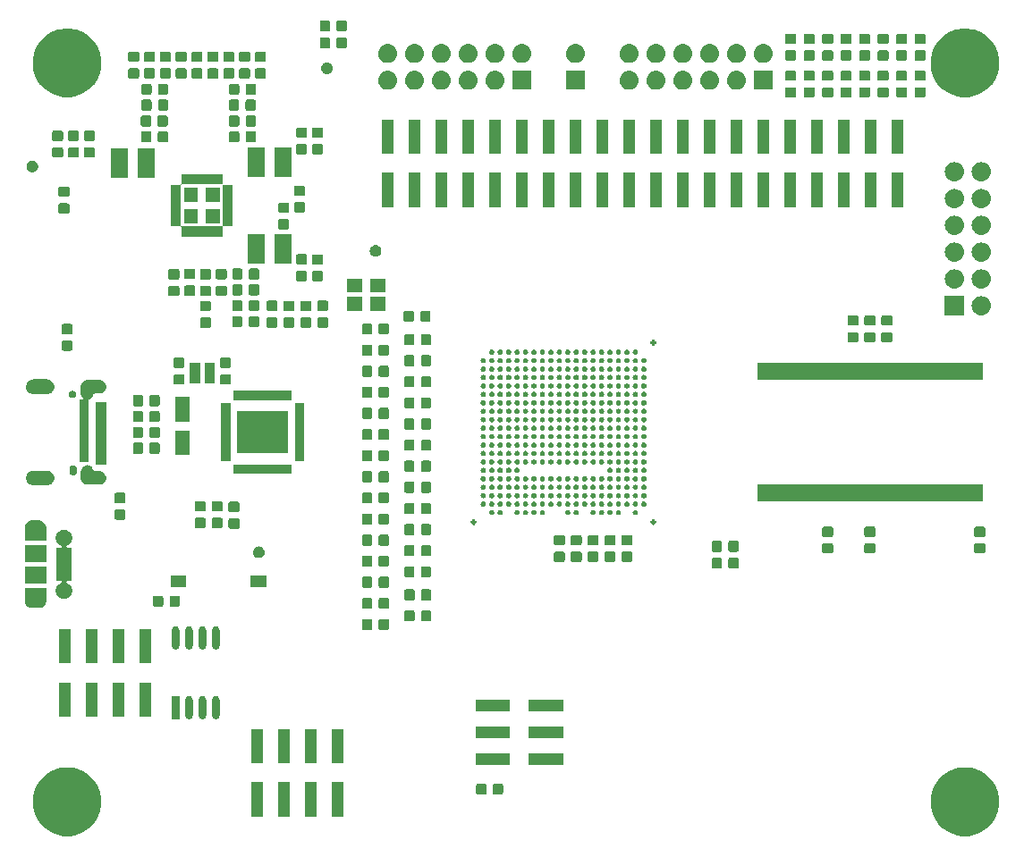
<source format=gbr>
G04 #@! TF.GenerationSoftware,KiCad,Pcbnew,5.0.1*
G04 #@! TF.CreationDate,2018-12-10T08:04:53+01:00*
G04 #@! TF.ProjectId,Kilsyth,4B696C737974682E6B696361645F7063,rev?*
G04 #@! TF.SameCoordinates,Original*
G04 #@! TF.FileFunction,Soldermask,Top*
G04 #@! TF.FilePolarity,Negative*
%FSLAX46Y46*%
G04 Gerber Fmt 4.6, Leading zero omitted, Abs format (unit mm)*
G04 Created by KiCad (PCBNEW 5.0.1) date Mon 10 Dec 2018 08:04:53 AM CET*
%MOMM*%
%LPD*%
G01*
G04 APERTURE LIST*
%ADD10C,0.100000*%
G04 APERTURE END LIST*
D10*
G36*
X140634239Y-121811467D02*
X140948282Y-121873934D01*
X141539926Y-122119001D01*
X142068802Y-122472385D01*
X142072395Y-122474786D01*
X142525214Y-122927605D01*
X142525216Y-122927608D01*
X142880999Y-123460074D01*
X143126066Y-124051718D01*
X143251000Y-124679804D01*
X143251000Y-125320196D01*
X143126066Y-125948282D01*
X142880999Y-126539926D01*
X142527615Y-127068802D01*
X142525214Y-127072395D01*
X142072395Y-127525214D01*
X142072392Y-127525216D01*
X141539926Y-127880999D01*
X140948282Y-128126066D01*
X140634239Y-128188533D01*
X140320197Y-128251000D01*
X139679803Y-128251000D01*
X139365761Y-128188533D01*
X139051718Y-128126066D01*
X138460074Y-127880999D01*
X137927608Y-127525216D01*
X137927605Y-127525214D01*
X137474786Y-127072395D01*
X137472385Y-127068802D01*
X137119001Y-126539926D01*
X136873934Y-125948282D01*
X136749000Y-125320196D01*
X136749000Y-124679804D01*
X136873934Y-124051718D01*
X137119001Y-123460074D01*
X137474784Y-122927608D01*
X137474786Y-122927605D01*
X137927605Y-122474786D01*
X137931198Y-122472385D01*
X138460074Y-122119001D01*
X139051718Y-121873934D01*
X139365761Y-121811467D01*
X139679803Y-121749000D01*
X140320197Y-121749000D01*
X140634239Y-121811467D01*
X140634239Y-121811467D01*
G37*
G36*
X55634239Y-121811467D02*
X55948282Y-121873934D01*
X56539926Y-122119001D01*
X57068802Y-122472385D01*
X57072395Y-122474786D01*
X57525214Y-122927605D01*
X57525216Y-122927608D01*
X57880999Y-123460074D01*
X58126066Y-124051718D01*
X58251000Y-124679804D01*
X58251000Y-125320196D01*
X58126066Y-125948282D01*
X57880999Y-126539926D01*
X57527615Y-127068802D01*
X57525214Y-127072395D01*
X57072395Y-127525214D01*
X57072392Y-127525216D01*
X56539926Y-127880999D01*
X55948282Y-128126066D01*
X55634239Y-128188533D01*
X55320197Y-128251000D01*
X54679803Y-128251000D01*
X54365761Y-128188533D01*
X54051718Y-128126066D01*
X53460074Y-127880999D01*
X52927608Y-127525216D01*
X52927605Y-127525214D01*
X52474786Y-127072395D01*
X52472385Y-127068802D01*
X52119001Y-126539926D01*
X51873934Y-125948282D01*
X51749000Y-125320196D01*
X51749000Y-124679804D01*
X51873934Y-124051718D01*
X52119001Y-123460074D01*
X52474784Y-122927608D01*
X52474786Y-122927605D01*
X52927605Y-122474786D01*
X52931198Y-122472385D01*
X53460074Y-122119001D01*
X54051718Y-121873934D01*
X54365761Y-121811467D01*
X54679803Y-121749000D01*
X55320197Y-121749000D01*
X55634239Y-121811467D01*
X55634239Y-121811467D01*
G37*
G36*
X76098220Y-126415040D02*
X74996220Y-126415040D01*
X74996220Y-123163040D01*
X76098220Y-123163040D01*
X76098220Y-126415040D01*
X76098220Y-126415040D01*
G37*
G36*
X73558220Y-126415040D02*
X72456220Y-126415040D01*
X72456220Y-123163040D01*
X73558220Y-123163040D01*
X73558220Y-126415040D01*
X73558220Y-126415040D01*
G37*
G36*
X81178220Y-126415040D02*
X80076220Y-126415040D01*
X80076220Y-123163040D01*
X81178220Y-123163040D01*
X81178220Y-126415040D01*
X81178220Y-126415040D01*
G37*
G36*
X78638220Y-126415040D02*
X77536220Y-126415040D01*
X77536220Y-123163040D01*
X78638220Y-123163040D01*
X78638220Y-126415040D01*
X78638220Y-126415040D01*
G37*
G36*
X96129591Y-123278085D02*
X96163569Y-123288393D01*
X96194887Y-123305133D01*
X96222339Y-123327661D01*
X96244867Y-123355113D01*
X96261607Y-123386431D01*
X96271915Y-123420409D01*
X96276000Y-123461890D01*
X96276000Y-124138110D01*
X96271915Y-124179591D01*
X96261607Y-124213569D01*
X96244867Y-124244887D01*
X96222339Y-124272339D01*
X96194887Y-124294867D01*
X96163569Y-124311607D01*
X96129591Y-124321915D01*
X96088110Y-124326000D01*
X95486890Y-124326000D01*
X95445409Y-124321915D01*
X95411431Y-124311607D01*
X95380113Y-124294867D01*
X95352661Y-124272339D01*
X95330133Y-124244887D01*
X95313393Y-124213569D01*
X95303085Y-124179591D01*
X95299000Y-124138110D01*
X95299000Y-123461890D01*
X95303085Y-123420409D01*
X95313393Y-123386431D01*
X95330133Y-123355113D01*
X95352661Y-123327661D01*
X95380113Y-123305133D01*
X95411431Y-123288393D01*
X95445409Y-123278085D01*
X95486890Y-123274000D01*
X96088110Y-123274000D01*
X96129591Y-123278085D01*
X96129591Y-123278085D01*
G37*
G36*
X94554591Y-123278085D02*
X94588569Y-123288393D01*
X94619887Y-123305133D01*
X94647339Y-123327661D01*
X94669867Y-123355113D01*
X94686607Y-123386431D01*
X94696915Y-123420409D01*
X94701000Y-123461890D01*
X94701000Y-124138110D01*
X94696915Y-124179591D01*
X94686607Y-124213569D01*
X94669867Y-124244887D01*
X94647339Y-124272339D01*
X94619887Y-124294867D01*
X94588569Y-124311607D01*
X94554591Y-124321915D01*
X94513110Y-124326000D01*
X93911890Y-124326000D01*
X93870409Y-124321915D01*
X93836431Y-124311607D01*
X93805113Y-124294867D01*
X93777661Y-124272339D01*
X93755133Y-124244887D01*
X93738393Y-124213569D01*
X93728085Y-124179591D01*
X93724000Y-124138110D01*
X93724000Y-123461890D01*
X93728085Y-123420409D01*
X93738393Y-123386431D01*
X93755133Y-123355113D01*
X93777661Y-123327661D01*
X93805113Y-123305133D01*
X93836431Y-123288393D01*
X93870409Y-123278085D01*
X93911890Y-123274000D01*
X94513110Y-123274000D01*
X94554591Y-123278085D01*
X94554591Y-123278085D01*
G37*
G36*
X96920000Y-121537000D02*
X93668000Y-121537000D01*
X93668000Y-120435000D01*
X96920000Y-120435000D01*
X96920000Y-121537000D01*
X96920000Y-121537000D01*
G37*
G36*
X101970000Y-121537000D02*
X98718000Y-121537000D01*
X98718000Y-120435000D01*
X101970000Y-120435000D01*
X101970000Y-121537000D01*
X101970000Y-121537000D01*
G37*
G36*
X81178220Y-121365040D02*
X80076220Y-121365040D01*
X80076220Y-118113040D01*
X81178220Y-118113040D01*
X81178220Y-121365040D01*
X81178220Y-121365040D01*
G37*
G36*
X73558220Y-121365040D02*
X72456220Y-121365040D01*
X72456220Y-118113040D01*
X73558220Y-118113040D01*
X73558220Y-121365040D01*
X73558220Y-121365040D01*
G37*
G36*
X76098220Y-121365040D02*
X74996220Y-121365040D01*
X74996220Y-118113040D01*
X76098220Y-118113040D01*
X76098220Y-121365040D01*
X76098220Y-121365040D01*
G37*
G36*
X78638220Y-121365040D02*
X77536220Y-121365040D01*
X77536220Y-118113040D01*
X78638220Y-118113040D01*
X78638220Y-121365040D01*
X78638220Y-121365040D01*
G37*
G36*
X96920000Y-118997000D02*
X93668000Y-118997000D01*
X93668000Y-117895000D01*
X96920000Y-117895000D01*
X96920000Y-118997000D01*
X96920000Y-118997000D01*
G37*
G36*
X101970000Y-118997000D02*
X98718000Y-118997000D01*
X98718000Y-117895000D01*
X101970000Y-117895000D01*
X101970000Y-118997000D01*
X101970000Y-118997000D01*
G37*
G36*
X66616808Y-114982078D02*
X66682971Y-115002149D01*
X66743949Y-115034742D01*
X66797395Y-115078605D01*
X66834589Y-115123925D01*
X66841258Y-115132051D01*
X66852122Y-115152377D01*
X66873852Y-115193030D01*
X66893922Y-115259191D01*
X66899000Y-115310756D01*
X66899000Y-116845244D01*
X66893922Y-116896809D01*
X66873852Y-116962970D01*
X66852122Y-117003623D01*
X66841258Y-117023949D01*
X66797395Y-117077395D01*
X66743949Y-117121258D01*
X66723623Y-117132122D01*
X66682970Y-117153852D01*
X66616809Y-117173922D01*
X66548000Y-117180698D01*
X66479192Y-117173922D01*
X66413031Y-117153852D01*
X66372378Y-117132122D01*
X66352052Y-117121258D01*
X66298606Y-117077395D01*
X66254743Y-117023949D01*
X66243879Y-117003623D01*
X66222149Y-116962970D01*
X66202079Y-116896809D01*
X66197001Y-116845244D01*
X66197000Y-115310756D01*
X66202078Y-115259192D01*
X66222149Y-115193029D01*
X66254742Y-115132051D01*
X66298605Y-115078605D01*
X66352050Y-115034743D01*
X66352049Y-115034743D01*
X66352051Y-115034742D01*
X66372377Y-115023878D01*
X66413030Y-115002148D01*
X66479191Y-114982078D01*
X66548000Y-114975302D01*
X66616808Y-114982078D01*
X66616808Y-114982078D01*
G37*
G36*
X69156808Y-114982078D02*
X69222971Y-115002149D01*
X69283949Y-115034742D01*
X69337395Y-115078605D01*
X69374589Y-115123925D01*
X69381258Y-115132051D01*
X69392122Y-115152377D01*
X69413852Y-115193030D01*
X69433922Y-115259191D01*
X69439000Y-115310756D01*
X69439000Y-116845244D01*
X69433922Y-116896809D01*
X69413852Y-116962970D01*
X69392122Y-117003623D01*
X69381258Y-117023949D01*
X69337395Y-117077395D01*
X69283949Y-117121258D01*
X69263623Y-117132122D01*
X69222970Y-117153852D01*
X69156809Y-117173922D01*
X69088000Y-117180698D01*
X69019192Y-117173922D01*
X68953031Y-117153852D01*
X68912378Y-117132122D01*
X68892052Y-117121258D01*
X68838606Y-117077395D01*
X68794743Y-117023949D01*
X68783879Y-117003623D01*
X68762149Y-116962970D01*
X68742079Y-116896809D01*
X68737001Y-116845244D01*
X68737000Y-115310756D01*
X68742078Y-115259192D01*
X68762149Y-115193029D01*
X68794742Y-115132051D01*
X68838605Y-115078605D01*
X68892050Y-115034743D01*
X68892049Y-115034743D01*
X68892051Y-115034742D01*
X68912377Y-115023878D01*
X68953030Y-115002148D01*
X69019191Y-114982078D01*
X69088000Y-114975302D01*
X69156808Y-114982078D01*
X69156808Y-114982078D01*
G37*
G36*
X67886808Y-114982078D02*
X67952971Y-115002149D01*
X68013949Y-115034742D01*
X68067395Y-115078605D01*
X68104589Y-115123925D01*
X68111258Y-115132051D01*
X68122122Y-115152377D01*
X68143852Y-115193030D01*
X68163922Y-115259191D01*
X68169000Y-115310756D01*
X68169000Y-116845244D01*
X68163922Y-116896809D01*
X68143852Y-116962970D01*
X68122122Y-117003623D01*
X68111258Y-117023949D01*
X68067395Y-117077395D01*
X68013949Y-117121258D01*
X67993623Y-117132122D01*
X67952970Y-117153852D01*
X67886809Y-117173922D01*
X67818000Y-117180698D01*
X67749192Y-117173922D01*
X67683031Y-117153852D01*
X67642378Y-117132122D01*
X67622052Y-117121258D01*
X67568606Y-117077395D01*
X67524743Y-117023949D01*
X67513879Y-117003623D01*
X67492149Y-116962970D01*
X67472079Y-116896809D01*
X67467001Y-116845244D01*
X67467000Y-115310756D01*
X67472078Y-115259192D01*
X67492149Y-115193029D01*
X67524742Y-115132051D01*
X67568605Y-115078605D01*
X67622050Y-115034743D01*
X67622049Y-115034743D01*
X67622051Y-115034742D01*
X67642377Y-115023878D01*
X67683030Y-115002148D01*
X67749191Y-114982078D01*
X67818000Y-114975302D01*
X67886808Y-114982078D01*
X67886808Y-114982078D01*
G37*
G36*
X65629000Y-117179000D02*
X64927000Y-117179000D01*
X64927000Y-114977000D01*
X65629000Y-114977000D01*
X65629000Y-117179000D01*
X65629000Y-117179000D01*
G37*
G36*
X60421000Y-116951000D02*
X59319000Y-116951000D01*
X59319000Y-113699000D01*
X60421000Y-113699000D01*
X60421000Y-116951000D01*
X60421000Y-116951000D01*
G37*
G36*
X57881000Y-116951000D02*
X56779000Y-116951000D01*
X56779000Y-113699000D01*
X57881000Y-113699000D01*
X57881000Y-116951000D01*
X57881000Y-116951000D01*
G37*
G36*
X62961000Y-116951000D02*
X61859000Y-116951000D01*
X61859000Y-113699000D01*
X62961000Y-113699000D01*
X62961000Y-116951000D01*
X62961000Y-116951000D01*
G37*
G36*
X55341000Y-116951000D02*
X54239000Y-116951000D01*
X54239000Y-113699000D01*
X55341000Y-113699000D01*
X55341000Y-116951000D01*
X55341000Y-116951000D01*
G37*
G36*
X101970000Y-116457000D02*
X98718000Y-116457000D01*
X98718000Y-115355000D01*
X101970000Y-115355000D01*
X101970000Y-116457000D01*
X101970000Y-116457000D01*
G37*
G36*
X96920000Y-116457000D02*
X93668000Y-116457000D01*
X93668000Y-115355000D01*
X96920000Y-115355000D01*
X96920000Y-116457000D01*
X96920000Y-116457000D01*
G37*
G36*
X57881000Y-111901000D02*
X56779000Y-111901000D01*
X56779000Y-108649000D01*
X57881000Y-108649000D01*
X57881000Y-111901000D01*
X57881000Y-111901000D01*
G37*
G36*
X62961000Y-111901000D02*
X61859000Y-111901000D01*
X61859000Y-108649000D01*
X62961000Y-108649000D01*
X62961000Y-111901000D01*
X62961000Y-111901000D01*
G37*
G36*
X60421000Y-111901000D02*
X59319000Y-111901000D01*
X59319000Y-108649000D01*
X60421000Y-108649000D01*
X60421000Y-111901000D01*
X60421000Y-111901000D01*
G37*
G36*
X55341000Y-111901000D02*
X54239000Y-111901000D01*
X54239000Y-108649000D01*
X55341000Y-108649000D01*
X55341000Y-111901000D01*
X55341000Y-111901000D01*
G37*
G36*
X69156808Y-108378078D02*
X69222971Y-108398149D01*
X69283949Y-108430742D01*
X69337395Y-108474605D01*
X69374589Y-108519925D01*
X69381258Y-108528051D01*
X69392122Y-108548377D01*
X69413852Y-108589030D01*
X69433922Y-108655191D01*
X69439000Y-108706756D01*
X69439000Y-110241244D01*
X69433922Y-110292809D01*
X69413852Y-110358970D01*
X69392122Y-110399623D01*
X69381258Y-110419949D01*
X69337395Y-110473395D01*
X69283949Y-110517258D01*
X69263623Y-110528122D01*
X69222970Y-110549852D01*
X69156809Y-110569922D01*
X69088000Y-110576698D01*
X69019192Y-110569922D01*
X68953031Y-110549852D01*
X68912378Y-110528122D01*
X68892052Y-110517258D01*
X68838606Y-110473395D01*
X68794743Y-110419949D01*
X68783879Y-110399623D01*
X68762149Y-110358970D01*
X68742079Y-110292809D01*
X68737001Y-110241244D01*
X68737000Y-108706756D01*
X68742078Y-108655192D01*
X68762149Y-108589029D01*
X68794742Y-108528051D01*
X68838605Y-108474605D01*
X68892050Y-108430743D01*
X68892049Y-108430743D01*
X68892051Y-108430742D01*
X68912377Y-108419878D01*
X68953030Y-108398148D01*
X69019191Y-108378078D01*
X69088000Y-108371302D01*
X69156808Y-108378078D01*
X69156808Y-108378078D01*
G37*
G36*
X67886808Y-108378078D02*
X67952971Y-108398149D01*
X68013949Y-108430742D01*
X68067395Y-108474605D01*
X68104589Y-108519925D01*
X68111258Y-108528051D01*
X68122122Y-108548377D01*
X68143852Y-108589030D01*
X68163922Y-108655191D01*
X68169000Y-108706756D01*
X68169000Y-110241244D01*
X68163922Y-110292809D01*
X68143852Y-110358970D01*
X68122122Y-110399623D01*
X68111258Y-110419949D01*
X68067395Y-110473395D01*
X68013949Y-110517258D01*
X67993623Y-110528122D01*
X67952970Y-110549852D01*
X67886809Y-110569922D01*
X67818000Y-110576698D01*
X67749192Y-110569922D01*
X67683031Y-110549852D01*
X67642378Y-110528122D01*
X67622052Y-110517258D01*
X67568606Y-110473395D01*
X67524743Y-110419949D01*
X67513879Y-110399623D01*
X67492149Y-110358970D01*
X67472079Y-110292809D01*
X67467001Y-110241244D01*
X67467000Y-108706756D01*
X67472078Y-108655192D01*
X67492149Y-108589029D01*
X67524742Y-108528051D01*
X67568605Y-108474605D01*
X67622050Y-108430743D01*
X67622049Y-108430743D01*
X67622051Y-108430742D01*
X67642377Y-108419878D01*
X67683030Y-108398148D01*
X67749191Y-108378078D01*
X67818000Y-108371302D01*
X67886808Y-108378078D01*
X67886808Y-108378078D01*
G37*
G36*
X65346808Y-108378078D02*
X65412971Y-108398149D01*
X65473949Y-108430742D01*
X65527395Y-108474605D01*
X65564589Y-108519925D01*
X65571258Y-108528051D01*
X65582122Y-108548377D01*
X65603852Y-108589030D01*
X65623922Y-108655191D01*
X65629000Y-108706756D01*
X65629000Y-110241244D01*
X65623922Y-110292809D01*
X65603852Y-110358970D01*
X65582122Y-110399623D01*
X65571258Y-110419949D01*
X65527395Y-110473395D01*
X65473949Y-110517258D01*
X65453623Y-110528122D01*
X65412970Y-110549852D01*
X65346809Y-110569922D01*
X65278000Y-110576698D01*
X65209192Y-110569922D01*
X65143031Y-110549852D01*
X65102378Y-110528122D01*
X65082052Y-110517258D01*
X65028606Y-110473395D01*
X64984743Y-110419949D01*
X64973879Y-110399623D01*
X64952149Y-110358970D01*
X64932079Y-110292809D01*
X64927001Y-110241244D01*
X64927000Y-108706756D01*
X64932078Y-108655192D01*
X64952149Y-108589029D01*
X64984742Y-108528051D01*
X65028605Y-108474605D01*
X65082050Y-108430743D01*
X65082049Y-108430743D01*
X65082051Y-108430742D01*
X65102377Y-108419878D01*
X65143030Y-108398148D01*
X65209191Y-108378078D01*
X65278000Y-108371302D01*
X65346808Y-108378078D01*
X65346808Y-108378078D01*
G37*
G36*
X66616808Y-108378078D02*
X66682971Y-108398149D01*
X66743949Y-108430742D01*
X66797395Y-108474605D01*
X66834589Y-108519925D01*
X66841258Y-108528051D01*
X66852122Y-108548377D01*
X66873852Y-108589030D01*
X66893922Y-108655191D01*
X66899000Y-108706756D01*
X66899000Y-110241244D01*
X66893922Y-110292809D01*
X66873852Y-110358970D01*
X66852122Y-110399623D01*
X66841258Y-110419949D01*
X66797395Y-110473395D01*
X66743949Y-110517258D01*
X66723623Y-110528122D01*
X66682970Y-110549852D01*
X66616809Y-110569922D01*
X66548000Y-110576698D01*
X66479192Y-110569922D01*
X66413031Y-110549852D01*
X66372378Y-110528122D01*
X66352052Y-110517258D01*
X66298606Y-110473395D01*
X66254743Y-110419949D01*
X66243879Y-110399623D01*
X66222149Y-110358970D01*
X66202079Y-110292809D01*
X66197001Y-110241244D01*
X66197000Y-108706756D01*
X66202078Y-108655192D01*
X66222149Y-108589029D01*
X66254742Y-108528051D01*
X66298605Y-108474605D01*
X66352050Y-108430743D01*
X66352049Y-108430743D01*
X66352051Y-108430742D01*
X66372377Y-108419878D01*
X66413030Y-108398148D01*
X66479191Y-108378078D01*
X66548000Y-108371302D01*
X66616808Y-108378078D01*
X66616808Y-108378078D01*
G37*
G36*
X85329591Y-107678085D02*
X85363569Y-107688393D01*
X85394887Y-107705133D01*
X85422339Y-107727661D01*
X85444867Y-107755113D01*
X85461607Y-107786431D01*
X85471915Y-107820409D01*
X85476000Y-107861890D01*
X85476000Y-108538110D01*
X85471915Y-108579591D01*
X85461607Y-108613569D01*
X85444867Y-108644887D01*
X85422339Y-108672339D01*
X85394887Y-108694867D01*
X85363569Y-108711607D01*
X85329591Y-108721915D01*
X85288110Y-108726000D01*
X84686890Y-108726000D01*
X84645409Y-108721915D01*
X84611431Y-108711607D01*
X84580113Y-108694867D01*
X84552661Y-108672339D01*
X84530133Y-108644887D01*
X84513393Y-108613569D01*
X84503085Y-108579591D01*
X84499000Y-108538110D01*
X84499000Y-107861890D01*
X84503085Y-107820409D01*
X84513393Y-107786431D01*
X84530133Y-107755113D01*
X84552661Y-107727661D01*
X84580113Y-107705133D01*
X84611431Y-107688393D01*
X84645409Y-107678085D01*
X84686890Y-107674000D01*
X85288110Y-107674000D01*
X85329591Y-107678085D01*
X85329591Y-107678085D01*
G37*
G36*
X83754591Y-107678085D02*
X83788569Y-107688393D01*
X83819887Y-107705133D01*
X83847339Y-107727661D01*
X83869867Y-107755113D01*
X83886607Y-107786431D01*
X83896915Y-107820409D01*
X83901000Y-107861890D01*
X83901000Y-108538110D01*
X83896915Y-108579591D01*
X83886607Y-108613569D01*
X83869867Y-108644887D01*
X83847339Y-108672339D01*
X83819887Y-108694867D01*
X83788569Y-108711607D01*
X83754591Y-108721915D01*
X83713110Y-108726000D01*
X83111890Y-108726000D01*
X83070409Y-108721915D01*
X83036431Y-108711607D01*
X83005113Y-108694867D01*
X82977661Y-108672339D01*
X82955133Y-108644887D01*
X82938393Y-108613569D01*
X82928085Y-108579591D01*
X82924000Y-108538110D01*
X82924000Y-107861890D01*
X82928085Y-107820409D01*
X82938393Y-107786431D01*
X82955133Y-107755113D01*
X82977661Y-107727661D01*
X83005113Y-107705133D01*
X83036431Y-107688393D01*
X83070409Y-107678085D01*
X83111890Y-107674000D01*
X83713110Y-107674000D01*
X83754591Y-107678085D01*
X83754591Y-107678085D01*
G37*
G36*
X89329591Y-106878085D02*
X89363569Y-106888393D01*
X89394887Y-106905133D01*
X89422339Y-106927661D01*
X89444867Y-106955113D01*
X89461607Y-106986431D01*
X89471915Y-107020409D01*
X89476000Y-107061890D01*
X89476000Y-107738110D01*
X89471915Y-107779591D01*
X89461607Y-107813569D01*
X89444867Y-107844887D01*
X89422339Y-107872339D01*
X89394887Y-107894867D01*
X89363569Y-107911607D01*
X89329591Y-107921915D01*
X89288110Y-107926000D01*
X88686890Y-107926000D01*
X88645409Y-107921915D01*
X88611431Y-107911607D01*
X88580113Y-107894867D01*
X88552661Y-107872339D01*
X88530133Y-107844887D01*
X88513393Y-107813569D01*
X88503085Y-107779591D01*
X88499000Y-107738110D01*
X88499000Y-107061890D01*
X88503085Y-107020409D01*
X88513393Y-106986431D01*
X88530133Y-106955113D01*
X88552661Y-106927661D01*
X88580113Y-106905133D01*
X88611431Y-106888393D01*
X88645409Y-106878085D01*
X88686890Y-106874000D01*
X89288110Y-106874000D01*
X89329591Y-106878085D01*
X89329591Y-106878085D01*
G37*
G36*
X87754591Y-106878085D02*
X87788569Y-106888393D01*
X87819887Y-106905133D01*
X87847339Y-106927661D01*
X87869867Y-106955113D01*
X87886607Y-106986431D01*
X87896915Y-107020409D01*
X87901000Y-107061890D01*
X87901000Y-107738110D01*
X87896915Y-107779591D01*
X87886607Y-107813569D01*
X87869867Y-107844887D01*
X87847339Y-107872339D01*
X87819887Y-107894867D01*
X87788569Y-107911607D01*
X87754591Y-107921915D01*
X87713110Y-107926000D01*
X87111890Y-107926000D01*
X87070409Y-107921915D01*
X87036431Y-107911607D01*
X87005113Y-107894867D01*
X86977661Y-107872339D01*
X86955133Y-107844887D01*
X86938393Y-107813569D01*
X86928085Y-107779591D01*
X86924000Y-107738110D01*
X86924000Y-107061890D01*
X86928085Y-107020409D01*
X86938393Y-106986431D01*
X86955133Y-106955113D01*
X86977661Y-106927661D01*
X87005113Y-106905133D01*
X87036431Y-106888393D01*
X87070409Y-106878085D01*
X87111890Y-106874000D01*
X87713110Y-106874000D01*
X87754591Y-106878085D01*
X87754591Y-106878085D01*
G37*
G36*
X83754591Y-105678085D02*
X83788569Y-105688393D01*
X83819887Y-105705133D01*
X83847339Y-105727661D01*
X83869867Y-105755113D01*
X83886607Y-105786431D01*
X83896915Y-105820409D01*
X83901000Y-105861890D01*
X83901000Y-106538110D01*
X83896915Y-106579591D01*
X83886607Y-106613569D01*
X83869867Y-106644887D01*
X83847339Y-106672339D01*
X83819887Y-106694867D01*
X83788569Y-106711607D01*
X83754591Y-106721915D01*
X83713110Y-106726000D01*
X83111890Y-106726000D01*
X83070409Y-106721915D01*
X83036431Y-106711607D01*
X83005113Y-106694867D01*
X82977661Y-106672339D01*
X82955133Y-106644887D01*
X82938393Y-106613569D01*
X82928085Y-106579591D01*
X82924000Y-106538110D01*
X82924000Y-105861890D01*
X82928085Y-105820409D01*
X82938393Y-105786431D01*
X82955133Y-105755113D01*
X82977661Y-105727661D01*
X83005113Y-105705133D01*
X83036431Y-105688393D01*
X83070409Y-105678085D01*
X83111890Y-105674000D01*
X83713110Y-105674000D01*
X83754591Y-105678085D01*
X83754591Y-105678085D01*
G37*
G36*
X85329591Y-105678085D02*
X85363569Y-105688393D01*
X85394887Y-105705133D01*
X85422339Y-105727661D01*
X85444867Y-105755113D01*
X85461607Y-105786431D01*
X85471915Y-105820409D01*
X85476000Y-105861890D01*
X85476000Y-106538110D01*
X85471915Y-106579591D01*
X85461607Y-106613569D01*
X85444867Y-106644887D01*
X85422339Y-106672339D01*
X85394887Y-106694867D01*
X85363569Y-106711607D01*
X85329591Y-106721915D01*
X85288110Y-106726000D01*
X84686890Y-106726000D01*
X84645409Y-106721915D01*
X84611431Y-106711607D01*
X84580113Y-106694867D01*
X84552661Y-106672339D01*
X84530133Y-106644887D01*
X84513393Y-106613569D01*
X84503085Y-106579591D01*
X84499000Y-106538110D01*
X84499000Y-105861890D01*
X84503085Y-105820409D01*
X84513393Y-105786431D01*
X84530133Y-105755113D01*
X84552661Y-105727661D01*
X84580113Y-105705133D01*
X84611431Y-105688393D01*
X84645409Y-105678085D01*
X84686890Y-105674000D01*
X85288110Y-105674000D01*
X85329591Y-105678085D01*
X85329591Y-105678085D01*
G37*
G36*
X53013500Y-105961886D02*
X53014102Y-105974138D01*
X53016649Y-106000000D01*
X53014102Y-106025862D01*
X53013500Y-106038114D01*
X53013500Y-106111407D01*
X53004543Y-106128165D01*
X53000410Y-106139715D01*
X52966855Y-106250333D01*
X52950062Y-106281750D01*
X52906405Y-106363426D01*
X52825053Y-106462553D01*
X52725926Y-106543905D01*
X52725924Y-106543906D01*
X52612833Y-106604355D01*
X52582458Y-106613569D01*
X52490118Y-106641580D01*
X52426355Y-106647860D01*
X52394474Y-106651000D01*
X51630526Y-106651000D01*
X51598645Y-106647860D01*
X51534882Y-106641580D01*
X51442542Y-106613569D01*
X51412167Y-106604355D01*
X51299076Y-106543906D01*
X51299074Y-106543905D01*
X51199947Y-106462553D01*
X51118595Y-106363426D01*
X51074938Y-106281750D01*
X51058145Y-106250333D01*
X51024590Y-106139715D01*
X51015212Y-106117076D01*
X51011500Y-106111520D01*
X51011500Y-106038114D01*
X51010898Y-106025862D01*
X51008351Y-106000000D01*
X51010898Y-105974138D01*
X51011500Y-105961886D01*
X51011500Y-104749000D01*
X53013500Y-104749000D01*
X53013500Y-105961886D01*
X53013500Y-105961886D01*
G37*
G36*
X63954591Y-105478085D02*
X63988569Y-105488393D01*
X64019887Y-105505133D01*
X64047339Y-105527661D01*
X64069867Y-105555113D01*
X64086607Y-105586431D01*
X64096915Y-105620409D01*
X64101000Y-105661890D01*
X64101000Y-106338110D01*
X64096915Y-106379591D01*
X64086607Y-106413569D01*
X64069867Y-106444887D01*
X64047339Y-106472339D01*
X64019887Y-106494867D01*
X63988569Y-106511607D01*
X63954591Y-106521915D01*
X63913110Y-106526000D01*
X63311890Y-106526000D01*
X63270409Y-106521915D01*
X63236431Y-106511607D01*
X63205113Y-106494867D01*
X63177661Y-106472339D01*
X63155133Y-106444887D01*
X63138393Y-106413569D01*
X63128085Y-106379591D01*
X63124000Y-106338110D01*
X63124000Y-105661890D01*
X63128085Y-105620409D01*
X63138393Y-105586431D01*
X63155133Y-105555113D01*
X63177661Y-105527661D01*
X63205113Y-105505133D01*
X63236431Y-105488393D01*
X63270409Y-105478085D01*
X63311890Y-105474000D01*
X63913110Y-105474000D01*
X63954591Y-105478085D01*
X63954591Y-105478085D01*
G37*
G36*
X65529591Y-105478085D02*
X65563569Y-105488393D01*
X65594887Y-105505133D01*
X65622339Y-105527661D01*
X65644867Y-105555113D01*
X65661607Y-105586431D01*
X65671915Y-105620409D01*
X65676000Y-105661890D01*
X65676000Y-106338110D01*
X65671915Y-106379591D01*
X65661607Y-106413569D01*
X65644867Y-106444887D01*
X65622339Y-106472339D01*
X65594887Y-106494867D01*
X65563569Y-106511607D01*
X65529591Y-106521915D01*
X65488110Y-106526000D01*
X64886890Y-106526000D01*
X64845409Y-106521915D01*
X64811431Y-106511607D01*
X64780113Y-106494867D01*
X64752661Y-106472339D01*
X64730133Y-106444887D01*
X64713393Y-106413569D01*
X64703085Y-106379591D01*
X64699000Y-106338110D01*
X64699000Y-105661890D01*
X64703085Y-105620409D01*
X64713393Y-105586431D01*
X64730133Y-105555113D01*
X64752661Y-105527661D01*
X64780113Y-105505133D01*
X64811431Y-105488393D01*
X64845409Y-105478085D01*
X64886890Y-105474000D01*
X65488110Y-105474000D01*
X65529591Y-105478085D01*
X65529591Y-105478085D01*
G37*
G36*
X89329591Y-104878085D02*
X89363569Y-104888393D01*
X89394887Y-104905133D01*
X89422339Y-104927661D01*
X89444867Y-104955113D01*
X89461607Y-104986431D01*
X89471915Y-105020409D01*
X89476000Y-105061890D01*
X89476000Y-105738110D01*
X89471915Y-105779591D01*
X89461607Y-105813569D01*
X89444867Y-105844887D01*
X89422339Y-105872339D01*
X89394887Y-105894867D01*
X89363569Y-105911607D01*
X89329591Y-105921915D01*
X89288110Y-105926000D01*
X88686890Y-105926000D01*
X88645409Y-105921915D01*
X88611431Y-105911607D01*
X88580113Y-105894867D01*
X88552661Y-105872339D01*
X88530133Y-105844887D01*
X88513393Y-105813569D01*
X88503085Y-105779591D01*
X88499000Y-105738110D01*
X88499000Y-105061890D01*
X88503085Y-105020409D01*
X88513393Y-104986431D01*
X88530133Y-104955113D01*
X88552661Y-104927661D01*
X88580113Y-104905133D01*
X88611431Y-104888393D01*
X88645409Y-104878085D01*
X88686890Y-104874000D01*
X89288110Y-104874000D01*
X89329591Y-104878085D01*
X89329591Y-104878085D01*
G37*
G36*
X87754591Y-104878085D02*
X87788569Y-104888393D01*
X87819887Y-104905133D01*
X87847339Y-104927661D01*
X87869867Y-104955113D01*
X87886607Y-104986431D01*
X87896915Y-105020409D01*
X87901000Y-105061890D01*
X87901000Y-105738110D01*
X87896915Y-105779591D01*
X87886607Y-105813569D01*
X87869867Y-105844887D01*
X87847339Y-105872339D01*
X87819887Y-105894867D01*
X87788569Y-105911607D01*
X87754591Y-105921915D01*
X87713110Y-105926000D01*
X87111890Y-105926000D01*
X87070409Y-105921915D01*
X87036431Y-105911607D01*
X87005113Y-105894867D01*
X86977661Y-105872339D01*
X86955133Y-105844887D01*
X86938393Y-105813569D01*
X86928085Y-105779591D01*
X86924000Y-105738110D01*
X86924000Y-105061890D01*
X86928085Y-105020409D01*
X86938393Y-104986431D01*
X86955133Y-104955113D01*
X86977661Y-104927661D01*
X87005113Y-104905133D01*
X87036431Y-104888393D01*
X87070409Y-104878085D01*
X87111890Y-104874000D01*
X87713110Y-104874000D01*
X87754591Y-104878085D01*
X87754591Y-104878085D01*
G37*
G36*
X54938849Y-99253820D02*
X54938852Y-99253821D01*
X54938851Y-99253821D01*
X55080074Y-99312317D01*
X55205456Y-99396095D01*
X55207174Y-99397243D01*
X55315257Y-99505326D01*
X55315259Y-99505329D01*
X55400183Y-99632426D01*
X55421789Y-99684588D01*
X55458680Y-99773651D01*
X55488500Y-99923569D01*
X55488500Y-100076431D01*
X55458680Y-100226349D01*
X55458679Y-100226351D01*
X55400183Y-100367574D01*
X55361959Y-100424780D01*
X55315257Y-100494674D01*
X55207174Y-100602757D01*
X55207171Y-100602759D01*
X55080074Y-100687683D01*
X55029778Y-100708516D01*
X55008169Y-100720067D01*
X54989227Y-100735612D01*
X54973682Y-100754554D01*
X54962131Y-100776165D01*
X54955018Y-100799614D01*
X54952616Y-100824000D01*
X54955018Y-100848387D01*
X54962131Y-100871836D01*
X54973683Y-100893447D01*
X54989228Y-100912389D01*
X55008170Y-100927934D01*
X55029781Y-100939485D01*
X55053230Y-100946598D01*
X55077616Y-100949000D01*
X55438500Y-100949000D01*
X55438500Y-104051000D01*
X55077616Y-104051000D01*
X55053230Y-104053402D01*
X55029781Y-104060515D01*
X55008170Y-104072066D01*
X54989228Y-104087612D01*
X54973682Y-104106554D01*
X54962131Y-104128165D01*
X54955018Y-104151614D01*
X54952616Y-104176000D01*
X54955018Y-104200386D01*
X54962131Y-104223835D01*
X54973682Y-104245446D01*
X54989228Y-104264388D01*
X55008170Y-104279934D01*
X55029778Y-104291484D01*
X55080074Y-104312317D01*
X55080075Y-104312318D01*
X55207174Y-104397243D01*
X55315257Y-104505326D01*
X55315259Y-104505329D01*
X55400183Y-104632426D01*
X55436998Y-104721307D01*
X55458680Y-104773651D01*
X55488500Y-104923569D01*
X55488500Y-105076431D01*
X55458680Y-105226349D01*
X55458679Y-105226351D01*
X55400183Y-105367574D01*
X55400182Y-105367575D01*
X55315257Y-105494674D01*
X55207174Y-105602757D01*
X55207171Y-105602759D01*
X55080074Y-105687683D01*
X55013728Y-105715164D01*
X54938849Y-105746180D01*
X54788931Y-105776000D01*
X54636069Y-105776000D01*
X54486151Y-105746180D01*
X54411272Y-105715164D01*
X54344926Y-105687683D01*
X54217829Y-105602759D01*
X54217826Y-105602757D01*
X54109743Y-105494674D01*
X54024818Y-105367575D01*
X54024817Y-105367574D01*
X53966321Y-105226351D01*
X53966320Y-105226349D01*
X53936500Y-105076431D01*
X53936500Y-104923569D01*
X53966320Y-104773651D01*
X53988002Y-104721307D01*
X54024817Y-104632426D01*
X54109741Y-104505329D01*
X54109743Y-104505326D01*
X54217826Y-104397243D01*
X54344925Y-104312318D01*
X54344926Y-104312317D01*
X54395222Y-104291484D01*
X54416831Y-104279933D01*
X54435773Y-104264388D01*
X54451318Y-104245446D01*
X54462869Y-104223835D01*
X54469982Y-104200386D01*
X54472384Y-104176000D01*
X54469982Y-104151613D01*
X54462869Y-104128164D01*
X54451317Y-104106553D01*
X54435772Y-104087611D01*
X54416830Y-104072066D01*
X54395219Y-104060515D01*
X54371770Y-104053402D01*
X54347384Y-104051000D01*
X53986500Y-104051000D01*
X53986500Y-100949000D01*
X54347384Y-100949000D01*
X54371770Y-100946598D01*
X54395219Y-100939485D01*
X54416830Y-100927934D01*
X54435772Y-100912388D01*
X54451318Y-100893446D01*
X54462869Y-100871835D01*
X54469982Y-100848386D01*
X54472384Y-100824000D01*
X54469982Y-100799614D01*
X54462869Y-100776165D01*
X54451318Y-100754554D01*
X54435772Y-100735612D01*
X54416830Y-100720066D01*
X54395222Y-100708516D01*
X54344926Y-100687683D01*
X54217829Y-100602759D01*
X54217826Y-100602757D01*
X54109743Y-100494674D01*
X54063041Y-100424780D01*
X54024817Y-100367574D01*
X53966321Y-100226351D01*
X53966320Y-100226349D01*
X53936500Y-100076431D01*
X53936500Y-99923569D01*
X53966320Y-99773651D01*
X54003211Y-99684588D01*
X54024817Y-99632426D01*
X54109741Y-99505329D01*
X54109743Y-99505326D01*
X54217826Y-99397243D01*
X54219544Y-99396095D01*
X54344926Y-99312317D01*
X54486149Y-99253821D01*
X54486148Y-99253821D01*
X54486151Y-99253820D01*
X54636069Y-99224000D01*
X54788931Y-99224000D01*
X54938849Y-99253820D01*
X54938849Y-99253820D01*
G37*
G36*
X83754591Y-103678085D02*
X83788569Y-103688393D01*
X83819887Y-103705133D01*
X83847339Y-103727661D01*
X83869867Y-103755113D01*
X83886607Y-103786431D01*
X83896915Y-103820409D01*
X83901000Y-103861890D01*
X83901000Y-104538110D01*
X83896915Y-104579591D01*
X83886607Y-104613569D01*
X83869867Y-104644887D01*
X83847339Y-104672339D01*
X83819887Y-104694867D01*
X83788569Y-104711607D01*
X83754591Y-104721915D01*
X83713110Y-104726000D01*
X83111890Y-104726000D01*
X83070409Y-104721915D01*
X83036431Y-104711607D01*
X83005113Y-104694867D01*
X82977661Y-104672339D01*
X82955133Y-104644887D01*
X82938393Y-104613569D01*
X82928085Y-104579591D01*
X82924000Y-104538110D01*
X82924000Y-103861890D01*
X82928085Y-103820409D01*
X82938393Y-103786431D01*
X82955133Y-103755113D01*
X82977661Y-103727661D01*
X83005113Y-103705133D01*
X83036431Y-103688393D01*
X83070409Y-103678085D01*
X83111890Y-103674000D01*
X83713110Y-103674000D01*
X83754591Y-103678085D01*
X83754591Y-103678085D01*
G37*
G36*
X85329591Y-103678085D02*
X85363569Y-103688393D01*
X85394887Y-103705133D01*
X85422339Y-103727661D01*
X85444867Y-103755113D01*
X85461607Y-103786431D01*
X85471915Y-103820409D01*
X85476000Y-103861890D01*
X85476000Y-104538110D01*
X85471915Y-104579591D01*
X85461607Y-104613569D01*
X85444867Y-104644887D01*
X85422339Y-104672339D01*
X85394887Y-104694867D01*
X85363569Y-104711607D01*
X85329591Y-104721915D01*
X85288110Y-104726000D01*
X84686890Y-104726000D01*
X84645409Y-104721915D01*
X84611431Y-104711607D01*
X84580113Y-104694867D01*
X84552661Y-104672339D01*
X84530133Y-104644887D01*
X84513393Y-104613569D01*
X84503085Y-104579591D01*
X84499000Y-104538110D01*
X84499000Y-103861890D01*
X84503085Y-103820409D01*
X84513393Y-103786431D01*
X84530133Y-103755113D01*
X84552661Y-103727661D01*
X84580113Y-103705133D01*
X84611431Y-103688393D01*
X84645409Y-103678085D01*
X84686890Y-103674000D01*
X85288110Y-103674000D01*
X85329591Y-103678085D01*
X85329591Y-103678085D01*
G37*
G36*
X66293000Y-104691000D02*
X64791000Y-104691000D01*
X64791000Y-103589000D01*
X66293000Y-103589000D01*
X66293000Y-104691000D01*
X66293000Y-104691000D01*
G37*
G36*
X73893000Y-104691000D02*
X72391000Y-104691000D01*
X72391000Y-103589000D01*
X73893000Y-103589000D01*
X73893000Y-104691000D01*
X73893000Y-104691000D01*
G37*
G36*
X53013500Y-104301000D02*
X51011500Y-104301000D01*
X51011500Y-102699000D01*
X53013500Y-102699000D01*
X53013500Y-104301000D01*
X53013500Y-104301000D01*
G37*
G36*
X89319525Y-102690334D02*
X89353503Y-102700642D01*
X89384821Y-102717382D01*
X89412273Y-102739910D01*
X89434801Y-102767362D01*
X89451541Y-102798680D01*
X89461849Y-102832658D01*
X89465934Y-102874139D01*
X89465934Y-103550359D01*
X89461849Y-103591840D01*
X89451541Y-103625818D01*
X89434801Y-103657136D01*
X89412273Y-103684588D01*
X89384821Y-103707116D01*
X89353503Y-103723856D01*
X89319525Y-103734164D01*
X89278044Y-103738249D01*
X88676824Y-103738249D01*
X88635343Y-103734164D01*
X88601365Y-103723856D01*
X88570047Y-103707116D01*
X88542595Y-103684588D01*
X88520067Y-103657136D01*
X88503327Y-103625818D01*
X88493019Y-103591840D01*
X88488934Y-103550359D01*
X88488934Y-102874139D01*
X88493019Y-102832658D01*
X88503327Y-102798680D01*
X88520067Y-102767362D01*
X88542595Y-102739910D01*
X88570047Y-102717382D01*
X88601365Y-102700642D01*
X88635343Y-102690334D01*
X88676824Y-102686249D01*
X89278044Y-102686249D01*
X89319525Y-102690334D01*
X89319525Y-102690334D01*
G37*
G36*
X87744525Y-102690334D02*
X87778503Y-102700642D01*
X87809821Y-102717382D01*
X87837273Y-102739910D01*
X87859801Y-102767362D01*
X87876541Y-102798680D01*
X87886849Y-102832658D01*
X87890934Y-102874139D01*
X87890934Y-103550359D01*
X87886849Y-103591840D01*
X87876541Y-103625818D01*
X87859801Y-103657136D01*
X87837273Y-103684588D01*
X87809821Y-103707116D01*
X87778503Y-103723856D01*
X87744525Y-103734164D01*
X87703044Y-103738249D01*
X87101824Y-103738249D01*
X87060343Y-103734164D01*
X87026365Y-103723856D01*
X86995047Y-103707116D01*
X86967595Y-103684588D01*
X86945067Y-103657136D01*
X86928327Y-103625818D01*
X86918019Y-103591840D01*
X86913934Y-103550359D01*
X86913934Y-102874139D01*
X86918019Y-102832658D01*
X86928327Y-102798680D01*
X86945067Y-102767362D01*
X86967595Y-102739910D01*
X86995047Y-102717382D01*
X87026365Y-102700642D01*
X87060343Y-102690334D01*
X87101824Y-102686249D01*
X87703044Y-102686249D01*
X87744525Y-102690334D01*
X87744525Y-102690334D01*
G37*
G36*
X118429591Y-101878085D02*
X118463569Y-101888393D01*
X118494887Y-101905133D01*
X118522339Y-101927661D01*
X118544867Y-101955113D01*
X118561607Y-101986431D01*
X118571915Y-102020409D01*
X118576000Y-102061890D01*
X118576000Y-102738110D01*
X118571915Y-102779591D01*
X118561607Y-102813569D01*
X118544867Y-102844887D01*
X118522339Y-102872339D01*
X118494887Y-102894867D01*
X118463569Y-102911607D01*
X118429591Y-102921915D01*
X118388110Y-102926000D01*
X117786890Y-102926000D01*
X117745409Y-102921915D01*
X117711431Y-102911607D01*
X117680113Y-102894867D01*
X117652661Y-102872339D01*
X117630133Y-102844887D01*
X117613393Y-102813569D01*
X117603085Y-102779591D01*
X117599000Y-102738110D01*
X117599000Y-102061890D01*
X117603085Y-102020409D01*
X117613393Y-101986431D01*
X117630133Y-101955113D01*
X117652661Y-101927661D01*
X117680113Y-101905133D01*
X117711431Y-101888393D01*
X117745409Y-101878085D01*
X117786890Y-101874000D01*
X118388110Y-101874000D01*
X118429591Y-101878085D01*
X118429591Y-101878085D01*
G37*
G36*
X116854591Y-101878085D02*
X116888569Y-101888393D01*
X116919887Y-101905133D01*
X116947339Y-101927661D01*
X116969867Y-101955113D01*
X116986607Y-101986431D01*
X116996915Y-102020409D01*
X117001000Y-102061890D01*
X117001000Y-102738110D01*
X116996915Y-102779591D01*
X116986607Y-102813569D01*
X116969867Y-102844887D01*
X116947339Y-102872339D01*
X116919887Y-102894867D01*
X116888569Y-102911607D01*
X116854591Y-102921915D01*
X116813110Y-102926000D01*
X116211890Y-102926000D01*
X116170409Y-102921915D01*
X116136431Y-102911607D01*
X116105113Y-102894867D01*
X116077661Y-102872339D01*
X116055133Y-102844887D01*
X116038393Y-102813569D01*
X116028085Y-102779591D01*
X116024000Y-102738110D01*
X116024000Y-102061890D01*
X116028085Y-102020409D01*
X116038393Y-101986431D01*
X116055133Y-101955113D01*
X116077661Y-101927661D01*
X116105113Y-101905133D01*
X116136431Y-101888393D01*
X116170409Y-101878085D01*
X116211890Y-101874000D01*
X116813110Y-101874000D01*
X116854591Y-101878085D01*
X116854591Y-101878085D01*
G37*
G36*
X85319525Y-101690334D02*
X85353503Y-101700642D01*
X85384821Y-101717382D01*
X85412273Y-101739910D01*
X85434801Y-101767362D01*
X85451541Y-101798680D01*
X85461849Y-101832658D01*
X85465934Y-101874139D01*
X85465934Y-102550359D01*
X85461849Y-102591840D01*
X85451541Y-102625818D01*
X85434801Y-102657136D01*
X85412273Y-102684588D01*
X85384821Y-102707116D01*
X85353503Y-102723856D01*
X85319525Y-102734164D01*
X85278044Y-102738249D01*
X84676824Y-102738249D01*
X84635343Y-102734164D01*
X84601365Y-102723856D01*
X84570047Y-102707116D01*
X84542595Y-102684588D01*
X84520067Y-102657136D01*
X84503327Y-102625818D01*
X84493019Y-102591840D01*
X84488934Y-102550359D01*
X84488934Y-101874139D01*
X84493019Y-101832658D01*
X84503327Y-101798680D01*
X84520067Y-101767362D01*
X84542595Y-101739910D01*
X84570047Y-101717382D01*
X84601365Y-101700642D01*
X84635343Y-101690334D01*
X84676824Y-101686249D01*
X85278044Y-101686249D01*
X85319525Y-101690334D01*
X85319525Y-101690334D01*
G37*
G36*
X83744525Y-101690334D02*
X83778503Y-101700642D01*
X83809821Y-101717382D01*
X83837273Y-101739910D01*
X83859801Y-101767362D01*
X83876541Y-101798680D01*
X83886849Y-101832658D01*
X83890934Y-101874139D01*
X83890934Y-102550359D01*
X83886849Y-102591840D01*
X83876541Y-102625818D01*
X83859801Y-102657136D01*
X83837273Y-102684588D01*
X83809821Y-102707116D01*
X83778503Y-102723856D01*
X83744525Y-102734164D01*
X83703044Y-102738249D01*
X83101824Y-102738249D01*
X83060343Y-102734164D01*
X83026365Y-102723856D01*
X82995047Y-102707116D01*
X82967595Y-102684588D01*
X82945067Y-102657136D01*
X82928327Y-102625818D01*
X82918019Y-102591840D01*
X82913934Y-102550359D01*
X82913934Y-101874139D01*
X82918019Y-101832658D01*
X82928327Y-101798680D01*
X82945067Y-101767362D01*
X82967595Y-101739910D01*
X82995047Y-101717382D01*
X83026365Y-101700642D01*
X83060343Y-101690334D01*
X83101824Y-101686249D01*
X83703044Y-101686249D01*
X83744525Y-101690334D01*
X83744525Y-101690334D01*
G37*
G36*
X53013500Y-102301000D02*
X51011500Y-102301000D01*
X51011500Y-100699000D01*
X53013500Y-100699000D01*
X53013500Y-102301000D01*
X53013500Y-102301000D01*
G37*
G36*
X105179591Y-101303085D02*
X105213569Y-101313393D01*
X105244887Y-101330133D01*
X105272339Y-101352661D01*
X105294867Y-101380113D01*
X105311607Y-101411431D01*
X105321915Y-101445409D01*
X105326000Y-101486890D01*
X105326000Y-102088110D01*
X105321915Y-102129591D01*
X105311607Y-102163569D01*
X105294867Y-102194887D01*
X105272339Y-102222339D01*
X105244887Y-102244867D01*
X105213569Y-102261607D01*
X105179591Y-102271915D01*
X105138110Y-102276000D01*
X104461890Y-102276000D01*
X104420409Y-102271915D01*
X104386431Y-102261607D01*
X104355113Y-102244867D01*
X104327661Y-102222339D01*
X104305133Y-102194887D01*
X104288393Y-102163569D01*
X104278085Y-102129591D01*
X104274000Y-102088110D01*
X104274000Y-101486890D01*
X104278085Y-101445409D01*
X104288393Y-101411431D01*
X104305133Y-101380113D01*
X104327661Y-101352661D01*
X104355113Y-101330133D01*
X104386431Y-101313393D01*
X104420409Y-101303085D01*
X104461890Y-101299000D01*
X105138110Y-101299000D01*
X105179591Y-101303085D01*
X105179591Y-101303085D01*
G37*
G36*
X101979591Y-101303085D02*
X102013569Y-101313393D01*
X102044887Y-101330133D01*
X102072339Y-101352661D01*
X102094867Y-101380113D01*
X102111607Y-101411431D01*
X102121915Y-101445409D01*
X102126000Y-101486890D01*
X102126000Y-102088110D01*
X102121915Y-102129591D01*
X102111607Y-102163569D01*
X102094867Y-102194887D01*
X102072339Y-102222339D01*
X102044887Y-102244867D01*
X102013569Y-102261607D01*
X101979591Y-102271915D01*
X101938110Y-102276000D01*
X101261890Y-102276000D01*
X101220409Y-102271915D01*
X101186431Y-102261607D01*
X101155113Y-102244867D01*
X101127661Y-102222339D01*
X101105133Y-102194887D01*
X101088393Y-102163569D01*
X101078085Y-102129591D01*
X101074000Y-102088110D01*
X101074000Y-101486890D01*
X101078085Y-101445409D01*
X101088393Y-101411431D01*
X101105133Y-101380113D01*
X101127661Y-101352661D01*
X101155113Y-101330133D01*
X101186431Y-101313393D01*
X101220409Y-101303085D01*
X101261890Y-101299000D01*
X101938110Y-101299000D01*
X101979591Y-101303085D01*
X101979591Y-101303085D01*
G37*
G36*
X108379591Y-101303085D02*
X108413569Y-101313393D01*
X108444887Y-101330133D01*
X108472339Y-101352661D01*
X108494867Y-101380113D01*
X108511607Y-101411431D01*
X108521915Y-101445409D01*
X108526000Y-101486890D01*
X108526000Y-102088110D01*
X108521915Y-102129591D01*
X108511607Y-102163569D01*
X108494867Y-102194887D01*
X108472339Y-102222339D01*
X108444887Y-102244867D01*
X108413569Y-102261607D01*
X108379591Y-102271915D01*
X108338110Y-102276000D01*
X107661890Y-102276000D01*
X107620409Y-102271915D01*
X107586431Y-102261607D01*
X107555113Y-102244867D01*
X107527661Y-102222339D01*
X107505133Y-102194887D01*
X107488393Y-102163569D01*
X107478085Y-102129591D01*
X107474000Y-102088110D01*
X107474000Y-101486890D01*
X107478085Y-101445409D01*
X107488393Y-101411431D01*
X107505133Y-101380113D01*
X107527661Y-101352661D01*
X107555113Y-101330133D01*
X107586431Y-101313393D01*
X107620409Y-101303085D01*
X107661890Y-101299000D01*
X108338110Y-101299000D01*
X108379591Y-101303085D01*
X108379591Y-101303085D01*
G37*
G36*
X106779591Y-101303085D02*
X106813569Y-101313393D01*
X106844887Y-101330133D01*
X106872339Y-101352661D01*
X106894867Y-101380113D01*
X106911607Y-101411431D01*
X106921915Y-101445409D01*
X106926000Y-101486890D01*
X106926000Y-102088110D01*
X106921915Y-102129591D01*
X106911607Y-102163569D01*
X106894867Y-102194887D01*
X106872339Y-102222339D01*
X106844887Y-102244867D01*
X106813569Y-102261607D01*
X106779591Y-102271915D01*
X106738110Y-102276000D01*
X106061890Y-102276000D01*
X106020409Y-102271915D01*
X105986431Y-102261607D01*
X105955113Y-102244867D01*
X105927661Y-102222339D01*
X105905133Y-102194887D01*
X105888393Y-102163569D01*
X105878085Y-102129591D01*
X105874000Y-102088110D01*
X105874000Y-101486890D01*
X105878085Y-101445409D01*
X105888393Y-101411431D01*
X105905133Y-101380113D01*
X105927661Y-101352661D01*
X105955113Y-101330133D01*
X105986431Y-101313393D01*
X106020409Y-101303085D01*
X106061890Y-101299000D01*
X106738110Y-101299000D01*
X106779591Y-101303085D01*
X106779591Y-101303085D01*
G37*
G36*
X103579591Y-101303085D02*
X103613569Y-101313393D01*
X103644887Y-101330133D01*
X103672339Y-101352661D01*
X103694867Y-101380113D01*
X103711607Y-101411431D01*
X103721915Y-101445409D01*
X103726000Y-101486890D01*
X103726000Y-102088110D01*
X103721915Y-102129591D01*
X103711607Y-102163569D01*
X103694867Y-102194887D01*
X103672339Y-102222339D01*
X103644887Y-102244867D01*
X103613569Y-102261607D01*
X103579591Y-102271915D01*
X103538110Y-102276000D01*
X102861890Y-102276000D01*
X102820409Y-102271915D01*
X102786431Y-102261607D01*
X102755113Y-102244867D01*
X102727661Y-102222339D01*
X102705133Y-102194887D01*
X102688393Y-102163569D01*
X102678085Y-102129591D01*
X102674000Y-102088110D01*
X102674000Y-101486890D01*
X102678085Y-101445409D01*
X102688393Y-101411431D01*
X102705133Y-101380113D01*
X102727661Y-101352661D01*
X102755113Y-101330133D01*
X102786431Y-101313393D01*
X102820409Y-101303085D01*
X102861890Y-101299000D01*
X103538110Y-101299000D01*
X103579591Y-101303085D01*
X103579591Y-101303085D01*
G37*
G36*
X73312721Y-100816174D02*
X73412995Y-100857709D01*
X73503245Y-100918012D01*
X73579988Y-100994755D01*
X73640291Y-101085005D01*
X73681826Y-101185279D01*
X73703000Y-101291730D01*
X73703000Y-101400270D01*
X73681826Y-101506721D01*
X73640291Y-101606995D01*
X73579988Y-101697245D01*
X73503245Y-101773988D01*
X73412995Y-101834291D01*
X73312721Y-101875826D01*
X73206270Y-101897000D01*
X73097730Y-101897000D01*
X72991279Y-101875826D01*
X72891005Y-101834291D01*
X72800755Y-101773988D01*
X72724012Y-101697245D01*
X72663709Y-101606995D01*
X72622174Y-101506721D01*
X72601000Y-101400270D01*
X72601000Y-101291730D01*
X72622174Y-101185279D01*
X72663709Y-101085005D01*
X72724012Y-100994755D01*
X72800755Y-100918012D01*
X72891005Y-100857709D01*
X72991279Y-100816174D01*
X73097730Y-100795000D01*
X73206270Y-100795000D01*
X73312721Y-100816174D01*
X73312721Y-100816174D01*
G37*
G36*
X87744525Y-100690334D02*
X87778503Y-100700642D01*
X87809821Y-100717382D01*
X87837273Y-100739910D01*
X87859801Y-100767362D01*
X87876541Y-100798680D01*
X87886849Y-100832658D01*
X87890934Y-100874139D01*
X87890934Y-101550359D01*
X87886849Y-101591840D01*
X87876541Y-101625818D01*
X87859801Y-101657136D01*
X87837273Y-101684588D01*
X87809821Y-101707116D01*
X87778503Y-101723856D01*
X87744525Y-101734164D01*
X87703044Y-101738249D01*
X87101824Y-101738249D01*
X87060343Y-101734164D01*
X87026365Y-101723856D01*
X86995047Y-101707116D01*
X86967595Y-101684588D01*
X86945067Y-101657136D01*
X86928327Y-101625818D01*
X86918019Y-101591840D01*
X86913934Y-101550359D01*
X86913934Y-100874139D01*
X86918019Y-100832658D01*
X86928327Y-100798680D01*
X86945067Y-100767362D01*
X86967595Y-100739910D01*
X86995047Y-100717382D01*
X87026365Y-100700642D01*
X87060343Y-100690334D01*
X87101824Y-100686249D01*
X87703044Y-100686249D01*
X87744525Y-100690334D01*
X87744525Y-100690334D01*
G37*
G36*
X89319525Y-100690334D02*
X89353503Y-100700642D01*
X89384821Y-100717382D01*
X89412273Y-100739910D01*
X89434801Y-100767362D01*
X89451541Y-100798680D01*
X89461849Y-100832658D01*
X89465934Y-100874139D01*
X89465934Y-101550359D01*
X89461849Y-101591840D01*
X89451541Y-101625818D01*
X89434801Y-101657136D01*
X89412273Y-101684588D01*
X89384821Y-101707116D01*
X89353503Y-101723856D01*
X89319525Y-101734164D01*
X89278044Y-101738249D01*
X88676824Y-101738249D01*
X88635343Y-101734164D01*
X88601365Y-101723856D01*
X88570047Y-101707116D01*
X88542595Y-101684588D01*
X88520067Y-101657136D01*
X88503327Y-101625818D01*
X88493019Y-101591840D01*
X88488934Y-101550359D01*
X88488934Y-100874139D01*
X88493019Y-100832658D01*
X88503327Y-100798680D01*
X88520067Y-100767362D01*
X88542595Y-100739910D01*
X88570047Y-100717382D01*
X88601365Y-100700642D01*
X88635343Y-100690334D01*
X88676824Y-100686249D01*
X89278044Y-100686249D01*
X89319525Y-100690334D01*
X89319525Y-100690334D01*
G37*
G36*
X131379591Y-100503085D02*
X131413569Y-100513393D01*
X131444887Y-100530133D01*
X131472339Y-100552661D01*
X131494867Y-100580113D01*
X131511607Y-100611431D01*
X131521915Y-100645409D01*
X131526000Y-100686890D01*
X131526000Y-101288110D01*
X131521915Y-101329591D01*
X131511607Y-101363569D01*
X131494867Y-101394887D01*
X131472339Y-101422339D01*
X131444887Y-101444867D01*
X131413569Y-101461607D01*
X131379591Y-101471915D01*
X131338110Y-101476000D01*
X130661890Y-101476000D01*
X130620409Y-101471915D01*
X130586431Y-101461607D01*
X130555113Y-101444867D01*
X130527661Y-101422339D01*
X130505133Y-101394887D01*
X130488393Y-101363569D01*
X130478085Y-101329591D01*
X130474000Y-101288110D01*
X130474000Y-100686890D01*
X130478085Y-100645409D01*
X130488393Y-100611431D01*
X130505133Y-100580113D01*
X130527661Y-100552661D01*
X130555113Y-100530133D01*
X130586431Y-100513393D01*
X130620409Y-100503085D01*
X130661890Y-100499000D01*
X131338110Y-100499000D01*
X131379591Y-100503085D01*
X131379591Y-100503085D01*
G37*
G36*
X141779591Y-100503085D02*
X141813569Y-100513393D01*
X141844887Y-100530133D01*
X141872339Y-100552661D01*
X141894867Y-100580113D01*
X141911607Y-100611431D01*
X141921915Y-100645409D01*
X141926000Y-100686890D01*
X141926000Y-101288110D01*
X141921915Y-101329591D01*
X141911607Y-101363569D01*
X141894867Y-101394887D01*
X141872339Y-101422339D01*
X141844887Y-101444867D01*
X141813569Y-101461607D01*
X141779591Y-101471915D01*
X141738110Y-101476000D01*
X141061890Y-101476000D01*
X141020409Y-101471915D01*
X140986431Y-101461607D01*
X140955113Y-101444867D01*
X140927661Y-101422339D01*
X140905133Y-101394887D01*
X140888393Y-101363569D01*
X140878085Y-101329591D01*
X140874000Y-101288110D01*
X140874000Y-100686890D01*
X140878085Y-100645409D01*
X140888393Y-100611431D01*
X140905133Y-100580113D01*
X140927661Y-100552661D01*
X140955113Y-100530133D01*
X140986431Y-100513393D01*
X141020409Y-100503085D01*
X141061890Y-100499000D01*
X141738110Y-100499000D01*
X141779591Y-100503085D01*
X141779591Y-100503085D01*
G37*
G36*
X127379591Y-100503085D02*
X127413569Y-100513393D01*
X127444887Y-100530133D01*
X127472339Y-100552661D01*
X127494867Y-100580113D01*
X127511607Y-100611431D01*
X127521915Y-100645409D01*
X127526000Y-100686890D01*
X127526000Y-101288110D01*
X127521915Y-101329591D01*
X127511607Y-101363569D01*
X127494867Y-101394887D01*
X127472339Y-101422339D01*
X127444887Y-101444867D01*
X127413569Y-101461607D01*
X127379591Y-101471915D01*
X127338110Y-101476000D01*
X126661890Y-101476000D01*
X126620409Y-101471915D01*
X126586431Y-101461607D01*
X126555113Y-101444867D01*
X126527661Y-101422339D01*
X126505133Y-101394887D01*
X126488393Y-101363569D01*
X126478085Y-101329591D01*
X126474000Y-101288110D01*
X126474000Y-100686890D01*
X126478085Y-100645409D01*
X126488393Y-100611431D01*
X126505133Y-100580113D01*
X126527661Y-100552661D01*
X126555113Y-100530133D01*
X126586431Y-100513393D01*
X126620409Y-100503085D01*
X126661890Y-100499000D01*
X127338110Y-100499000D01*
X127379591Y-100503085D01*
X127379591Y-100503085D01*
G37*
G36*
X116854591Y-100278085D02*
X116888569Y-100288393D01*
X116919887Y-100305133D01*
X116947339Y-100327661D01*
X116969867Y-100355113D01*
X116986607Y-100386431D01*
X116996915Y-100420409D01*
X117001000Y-100461890D01*
X117001000Y-101138110D01*
X116996915Y-101179591D01*
X116986607Y-101213569D01*
X116969867Y-101244887D01*
X116947339Y-101272339D01*
X116919887Y-101294867D01*
X116888569Y-101311607D01*
X116854591Y-101321915D01*
X116813110Y-101326000D01*
X116211890Y-101326000D01*
X116170409Y-101321915D01*
X116136431Y-101311607D01*
X116105113Y-101294867D01*
X116077661Y-101272339D01*
X116055133Y-101244887D01*
X116038393Y-101213569D01*
X116028085Y-101179591D01*
X116024000Y-101138110D01*
X116024000Y-100461890D01*
X116028085Y-100420409D01*
X116038393Y-100386431D01*
X116055133Y-100355113D01*
X116077661Y-100327661D01*
X116105113Y-100305133D01*
X116136431Y-100288393D01*
X116170409Y-100278085D01*
X116211890Y-100274000D01*
X116813110Y-100274000D01*
X116854591Y-100278085D01*
X116854591Y-100278085D01*
G37*
G36*
X118429591Y-100278085D02*
X118463569Y-100288393D01*
X118494887Y-100305133D01*
X118522339Y-100327661D01*
X118544867Y-100355113D01*
X118561607Y-100386431D01*
X118571915Y-100420409D01*
X118576000Y-100461890D01*
X118576000Y-101138110D01*
X118571915Y-101179591D01*
X118561607Y-101213569D01*
X118544867Y-101244887D01*
X118522339Y-101272339D01*
X118494887Y-101294867D01*
X118463569Y-101311607D01*
X118429591Y-101321915D01*
X118388110Y-101326000D01*
X117786890Y-101326000D01*
X117745409Y-101321915D01*
X117711431Y-101311607D01*
X117680113Y-101294867D01*
X117652661Y-101272339D01*
X117630133Y-101244887D01*
X117613393Y-101213569D01*
X117603085Y-101179591D01*
X117599000Y-101138110D01*
X117599000Y-100461890D01*
X117603085Y-100420409D01*
X117613393Y-100386431D01*
X117630133Y-100355113D01*
X117652661Y-100327661D01*
X117680113Y-100305133D01*
X117711431Y-100288393D01*
X117745409Y-100278085D01*
X117786890Y-100274000D01*
X118388110Y-100274000D01*
X118429591Y-100278085D01*
X118429591Y-100278085D01*
G37*
G36*
X85319525Y-99690334D02*
X85353503Y-99700642D01*
X85384821Y-99717382D01*
X85412273Y-99739910D01*
X85434801Y-99767362D01*
X85451541Y-99798680D01*
X85461849Y-99832658D01*
X85465934Y-99874139D01*
X85465934Y-100550359D01*
X85461849Y-100591840D01*
X85451541Y-100625818D01*
X85434801Y-100657136D01*
X85412273Y-100684588D01*
X85384821Y-100707116D01*
X85353503Y-100723856D01*
X85319525Y-100734164D01*
X85278044Y-100738249D01*
X84676824Y-100738249D01*
X84635343Y-100734164D01*
X84601365Y-100723856D01*
X84570047Y-100707116D01*
X84542595Y-100684588D01*
X84520067Y-100657136D01*
X84503327Y-100625818D01*
X84493019Y-100591840D01*
X84488934Y-100550359D01*
X84488934Y-99874139D01*
X84493019Y-99832658D01*
X84503327Y-99798680D01*
X84520067Y-99767362D01*
X84542595Y-99739910D01*
X84570047Y-99717382D01*
X84601365Y-99700642D01*
X84635343Y-99690334D01*
X84676824Y-99686249D01*
X85278044Y-99686249D01*
X85319525Y-99690334D01*
X85319525Y-99690334D01*
G37*
G36*
X83744525Y-99690334D02*
X83778503Y-99700642D01*
X83809821Y-99717382D01*
X83837273Y-99739910D01*
X83859801Y-99767362D01*
X83876541Y-99798680D01*
X83886849Y-99832658D01*
X83890934Y-99874139D01*
X83890934Y-100550359D01*
X83886849Y-100591840D01*
X83876541Y-100625818D01*
X83859801Y-100657136D01*
X83837273Y-100684588D01*
X83809821Y-100707116D01*
X83778503Y-100723856D01*
X83744525Y-100734164D01*
X83703044Y-100738249D01*
X83101824Y-100738249D01*
X83060343Y-100734164D01*
X83026365Y-100723856D01*
X82995047Y-100707116D01*
X82967595Y-100684588D01*
X82945067Y-100657136D01*
X82928327Y-100625818D01*
X82918019Y-100591840D01*
X82913934Y-100550359D01*
X82913934Y-99874139D01*
X82918019Y-99832658D01*
X82928327Y-99798680D01*
X82945067Y-99767362D01*
X82967595Y-99739910D01*
X82995047Y-99717382D01*
X83026365Y-99700642D01*
X83060343Y-99690334D01*
X83101824Y-99686249D01*
X83703044Y-99686249D01*
X83744525Y-99690334D01*
X83744525Y-99690334D01*
G37*
G36*
X105179591Y-99728085D02*
X105213569Y-99738393D01*
X105244887Y-99755133D01*
X105272339Y-99777661D01*
X105294867Y-99805113D01*
X105311607Y-99836431D01*
X105321915Y-99870409D01*
X105326000Y-99911890D01*
X105326000Y-100513110D01*
X105321915Y-100554591D01*
X105311607Y-100588569D01*
X105294867Y-100619887D01*
X105272339Y-100647339D01*
X105244887Y-100669867D01*
X105213569Y-100686607D01*
X105179591Y-100696915D01*
X105138110Y-100701000D01*
X104461890Y-100701000D01*
X104420409Y-100696915D01*
X104386431Y-100686607D01*
X104355113Y-100669867D01*
X104327661Y-100647339D01*
X104305133Y-100619887D01*
X104288393Y-100588569D01*
X104278085Y-100554591D01*
X104274000Y-100513110D01*
X104274000Y-99911890D01*
X104278085Y-99870409D01*
X104288393Y-99836431D01*
X104305133Y-99805113D01*
X104327661Y-99777661D01*
X104355113Y-99755133D01*
X104386431Y-99738393D01*
X104420409Y-99728085D01*
X104461890Y-99724000D01*
X105138110Y-99724000D01*
X105179591Y-99728085D01*
X105179591Y-99728085D01*
G37*
G36*
X108379591Y-99728085D02*
X108413569Y-99738393D01*
X108444887Y-99755133D01*
X108472339Y-99777661D01*
X108494867Y-99805113D01*
X108511607Y-99836431D01*
X108521915Y-99870409D01*
X108526000Y-99911890D01*
X108526000Y-100513110D01*
X108521915Y-100554591D01*
X108511607Y-100588569D01*
X108494867Y-100619887D01*
X108472339Y-100647339D01*
X108444887Y-100669867D01*
X108413569Y-100686607D01*
X108379591Y-100696915D01*
X108338110Y-100701000D01*
X107661890Y-100701000D01*
X107620409Y-100696915D01*
X107586431Y-100686607D01*
X107555113Y-100669867D01*
X107527661Y-100647339D01*
X107505133Y-100619887D01*
X107488393Y-100588569D01*
X107478085Y-100554591D01*
X107474000Y-100513110D01*
X107474000Y-99911890D01*
X107478085Y-99870409D01*
X107488393Y-99836431D01*
X107505133Y-99805113D01*
X107527661Y-99777661D01*
X107555113Y-99755133D01*
X107586431Y-99738393D01*
X107620409Y-99728085D01*
X107661890Y-99724000D01*
X108338110Y-99724000D01*
X108379591Y-99728085D01*
X108379591Y-99728085D01*
G37*
G36*
X106779591Y-99728085D02*
X106813569Y-99738393D01*
X106844887Y-99755133D01*
X106872339Y-99777661D01*
X106894867Y-99805113D01*
X106911607Y-99836431D01*
X106921915Y-99870409D01*
X106926000Y-99911890D01*
X106926000Y-100513110D01*
X106921915Y-100554591D01*
X106911607Y-100588569D01*
X106894867Y-100619887D01*
X106872339Y-100647339D01*
X106844887Y-100669867D01*
X106813569Y-100686607D01*
X106779591Y-100696915D01*
X106738110Y-100701000D01*
X106061890Y-100701000D01*
X106020409Y-100696915D01*
X105986431Y-100686607D01*
X105955113Y-100669867D01*
X105927661Y-100647339D01*
X105905133Y-100619887D01*
X105888393Y-100588569D01*
X105878085Y-100554591D01*
X105874000Y-100513110D01*
X105874000Y-99911890D01*
X105878085Y-99870409D01*
X105888393Y-99836431D01*
X105905133Y-99805113D01*
X105927661Y-99777661D01*
X105955113Y-99755133D01*
X105986431Y-99738393D01*
X106020409Y-99728085D01*
X106061890Y-99724000D01*
X106738110Y-99724000D01*
X106779591Y-99728085D01*
X106779591Y-99728085D01*
G37*
G36*
X101979591Y-99728085D02*
X102013569Y-99738393D01*
X102044887Y-99755133D01*
X102072339Y-99777661D01*
X102094867Y-99805113D01*
X102111607Y-99836431D01*
X102121915Y-99870409D01*
X102126000Y-99911890D01*
X102126000Y-100513110D01*
X102121915Y-100554591D01*
X102111607Y-100588569D01*
X102094867Y-100619887D01*
X102072339Y-100647339D01*
X102044887Y-100669867D01*
X102013569Y-100686607D01*
X101979591Y-100696915D01*
X101938110Y-100701000D01*
X101261890Y-100701000D01*
X101220409Y-100696915D01*
X101186431Y-100686607D01*
X101155113Y-100669867D01*
X101127661Y-100647339D01*
X101105133Y-100619887D01*
X101088393Y-100588569D01*
X101078085Y-100554591D01*
X101074000Y-100513110D01*
X101074000Y-99911890D01*
X101078085Y-99870409D01*
X101088393Y-99836431D01*
X101105133Y-99805113D01*
X101127661Y-99777661D01*
X101155113Y-99755133D01*
X101186431Y-99738393D01*
X101220409Y-99728085D01*
X101261890Y-99724000D01*
X101938110Y-99724000D01*
X101979591Y-99728085D01*
X101979591Y-99728085D01*
G37*
G36*
X103579591Y-99728085D02*
X103613569Y-99738393D01*
X103644887Y-99755133D01*
X103672339Y-99777661D01*
X103694867Y-99805113D01*
X103711607Y-99836431D01*
X103721915Y-99870409D01*
X103726000Y-99911890D01*
X103726000Y-100513110D01*
X103721915Y-100554591D01*
X103711607Y-100588569D01*
X103694867Y-100619887D01*
X103672339Y-100647339D01*
X103644887Y-100669867D01*
X103613569Y-100686607D01*
X103579591Y-100696915D01*
X103538110Y-100701000D01*
X102861890Y-100701000D01*
X102820409Y-100696915D01*
X102786431Y-100686607D01*
X102755113Y-100669867D01*
X102727661Y-100647339D01*
X102705133Y-100619887D01*
X102688393Y-100588569D01*
X102678085Y-100554591D01*
X102674000Y-100513110D01*
X102674000Y-99911890D01*
X102678085Y-99870409D01*
X102688393Y-99836431D01*
X102705133Y-99805113D01*
X102727661Y-99777661D01*
X102755113Y-99755133D01*
X102786431Y-99738393D01*
X102820409Y-99728085D01*
X102861890Y-99724000D01*
X103538110Y-99724000D01*
X103579591Y-99728085D01*
X103579591Y-99728085D01*
G37*
G36*
X52426355Y-98352140D02*
X52490118Y-98358420D01*
X52541745Y-98374081D01*
X52612833Y-98395645D01*
X52712991Y-98449181D01*
X52725926Y-98456095D01*
X52825053Y-98537447D01*
X52906405Y-98636574D01*
X52906406Y-98636576D01*
X52966855Y-98749667D01*
X52977926Y-98786164D01*
X52993356Y-98837029D01*
X53000410Y-98860285D01*
X53009788Y-98882924D01*
X53013500Y-98888480D01*
X53013500Y-98961886D01*
X53014102Y-98974138D01*
X53016649Y-99000000D01*
X53014102Y-99025862D01*
X53013500Y-99038114D01*
X53013500Y-100251000D01*
X51011500Y-100251000D01*
X51011500Y-99038114D01*
X51010898Y-99025862D01*
X51008351Y-99000000D01*
X51010898Y-98974138D01*
X51011500Y-98961886D01*
X51011500Y-98888593D01*
X51020457Y-98871835D01*
X51024590Y-98860285D01*
X51031645Y-98837029D01*
X51047074Y-98786164D01*
X51058145Y-98749667D01*
X51118594Y-98636576D01*
X51118595Y-98636574D01*
X51199947Y-98537447D01*
X51299074Y-98456095D01*
X51312009Y-98449181D01*
X51412167Y-98395645D01*
X51483255Y-98374081D01*
X51534882Y-98358420D01*
X51598645Y-98352140D01*
X51630526Y-98349000D01*
X52394474Y-98349000D01*
X52426355Y-98352140D01*
X52426355Y-98352140D01*
G37*
G36*
X127379591Y-98928085D02*
X127413569Y-98938393D01*
X127444887Y-98955133D01*
X127472339Y-98977661D01*
X127494867Y-99005113D01*
X127511607Y-99036431D01*
X127521915Y-99070409D01*
X127526000Y-99111890D01*
X127526000Y-99713110D01*
X127521915Y-99754591D01*
X127511607Y-99788569D01*
X127494867Y-99819887D01*
X127472339Y-99847339D01*
X127444887Y-99869867D01*
X127413569Y-99886607D01*
X127379591Y-99896915D01*
X127338110Y-99901000D01*
X126661890Y-99901000D01*
X126620409Y-99896915D01*
X126586431Y-99886607D01*
X126555113Y-99869867D01*
X126527661Y-99847339D01*
X126505133Y-99819887D01*
X126488393Y-99788569D01*
X126478085Y-99754591D01*
X126474000Y-99713110D01*
X126474000Y-99111890D01*
X126478085Y-99070409D01*
X126488393Y-99036431D01*
X126505133Y-99005113D01*
X126527661Y-98977661D01*
X126555113Y-98955133D01*
X126586431Y-98938393D01*
X126620409Y-98928085D01*
X126661890Y-98924000D01*
X127338110Y-98924000D01*
X127379591Y-98928085D01*
X127379591Y-98928085D01*
G37*
G36*
X131379591Y-98928085D02*
X131413569Y-98938393D01*
X131444887Y-98955133D01*
X131472339Y-98977661D01*
X131494867Y-99005113D01*
X131511607Y-99036431D01*
X131521915Y-99070409D01*
X131526000Y-99111890D01*
X131526000Y-99713110D01*
X131521915Y-99754591D01*
X131511607Y-99788569D01*
X131494867Y-99819887D01*
X131472339Y-99847339D01*
X131444887Y-99869867D01*
X131413569Y-99886607D01*
X131379591Y-99896915D01*
X131338110Y-99901000D01*
X130661890Y-99901000D01*
X130620409Y-99896915D01*
X130586431Y-99886607D01*
X130555113Y-99869867D01*
X130527661Y-99847339D01*
X130505133Y-99819887D01*
X130488393Y-99788569D01*
X130478085Y-99754591D01*
X130474000Y-99713110D01*
X130474000Y-99111890D01*
X130478085Y-99070409D01*
X130488393Y-99036431D01*
X130505133Y-99005113D01*
X130527661Y-98977661D01*
X130555113Y-98955133D01*
X130586431Y-98938393D01*
X130620409Y-98928085D01*
X130661890Y-98924000D01*
X131338110Y-98924000D01*
X131379591Y-98928085D01*
X131379591Y-98928085D01*
G37*
G36*
X141779591Y-98928085D02*
X141813569Y-98938393D01*
X141844887Y-98955133D01*
X141872339Y-98977661D01*
X141894867Y-99005113D01*
X141911607Y-99036431D01*
X141921915Y-99070409D01*
X141926000Y-99111890D01*
X141926000Y-99713110D01*
X141921915Y-99754591D01*
X141911607Y-99788569D01*
X141894867Y-99819887D01*
X141872339Y-99847339D01*
X141844887Y-99869867D01*
X141813569Y-99886607D01*
X141779591Y-99896915D01*
X141738110Y-99901000D01*
X141061890Y-99901000D01*
X141020409Y-99896915D01*
X140986431Y-99886607D01*
X140955113Y-99869867D01*
X140927661Y-99847339D01*
X140905133Y-99819887D01*
X140888393Y-99788569D01*
X140878085Y-99754591D01*
X140874000Y-99713110D01*
X140874000Y-99111890D01*
X140878085Y-99070409D01*
X140888393Y-99036431D01*
X140905133Y-99005113D01*
X140927661Y-98977661D01*
X140955113Y-98955133D01*
X140986431Y-98938393D01*
X141020409Y-98928085D01*
X141061890Y-98924000D01*
X141738110Y-98924000D01*
X141779591Y-98928085D01*
X141779591Y-98928085D01*
G37*
G36*
X89319525Y-98690334D02*
X89353503Y-98700642D01*
X89384821Y-98717382D01*
X89412273Y-98739910D01*
X89434801Y-98767362D01*
X89451541Y-98798680D01*
X89461849Y-98832658D01*
X89465934Y-98874139D01*
X89465934Y-99550359D01*
X89461849Y-99591840D01*
X89451541Y-99625818D01*
X89434801Y-99657136D01*
X89412273Y-99684588D01*
X89384821Y-99707116D01*
X89353503Y-99723856D01*
X89319525Y-99734164D01*
X89278044Y-99738249D01*
X88676824Y-99738249D01*
X88635343Y-99734164D01*
X88601365Y-99723856D01*
X88570047Y-99707116D01*
X88542595Y-99684588D01*
X88520067Y-99657136D01*
X88503327Y-99625818D01*
X88493019Y-99591840D01*
X88488934Y-99550359D01*
X88488934Y-98874139D01*
X88493019Y-98832658D01*
X88503327Y-98798680D01*
X88520067Y-98767362D01*
X88542595Y-98739910D01*
X88570047Y-98717382D01*
X88601365Y-98700642D01*
X88635343Y-98690334D01*
X88676824Y-98686249D01*
X89278044Y-98686249D01*
X89319525Y-98690334D01*
X89319525Y-98690334D01*
G37*
G36*
X87744525Y-98690334D02*
X87778503Y-98700642D01*
X87809821Y-98717382D01*
X87837273Y-98739910D01*
X87859801Y-98767362D01*
X87876541Y-98798680D01*
X87886849Y-98832658D01*
X87890934Y-98874139D01*
X87890934Y-99550359D01*
X87886849Y-99591840D01*
X87876541Y-99625818D01*
X87859801Y-99657136D01*
X87837273Y-99684588D01*
X87809821Y-99707116D01*
X87778503Y-99723856D01*
X87744525Y-99734164D01*
X87703044Y-99738249D01*
X87101824Y-99738249D01*
X87060343Y-99734164D01*
X87026365Y-99723856D01*
X86995047Y-99707116D01*
X86967595Y-99684588D01*
X86945067Y-99657136D01*
X86928327Y-99625818D01*
X86918019Y-99591840D01*
X86913934Y-99550359D01*
X86913934Y-98874139D01*
X86918019Y-98832658D01*
X86928327Y-98798680D01*
X86945067Y-98767362D01*
X86967595Y-98739910D01*
X86995047Y-98717382D01*
X87026365Y-98700642D01*
X87060343Y-98690334D01*
X87101824Y-98686249D01*
X87703044Y-98686249D01*
X87744525Y-98690334D01*
X87744525Y-98690334D01*
G37*
G36*
X71179591Y-98153085D02*
X71213569Y-98163393D01*
X71244887Y-98180133D01*
X71272339Y-98202661D01*
X71294867Y-98230113D01*
X71311607Y-98261431D01*
X71321915Y-98295409D01*
X71326000Y-98336890D01*
X71326000Y-98938110D01*
X71321915Y-98979591D01*
X71311607Y-99013569D01*
X71294867Y-99044887D01*
X71272339Y-99072339D01*
X71244887Y-99094867D01*
X71213569Y-99111607D01*
X71179591Y-99121915D01*
X71138110Y-99126000D01*
X70461890Y-99126000D01*
X70420409Y-99121915D01*
X70386431Y-99111607D01*
X70355113Y-99094867D01*
X70327661Y-99072339D01*
X70305133Y-99044887D01*
X70288393Y-99013569D01*
X70278085Y-98979591D01*
X70274000Y-98938110D01*
X70274000Y-98336890D01*
X70278085Y-98295409D01*
X70288393Y-98261431D01*
X70305133Y-98230113D01*
X70327661Y-98202661D01*
X70355113Y-98180133D01*
X70386431Y-98163393D01*
X70420409Y-98153085D01*
X70461890Y-98149000D01*
X71138110Y-98149000D01*
X71179591Y-98153085D01*
X71179591Y-98153085D01*
G37*
G36*
X69579591Y-98103085D02*
X69613569Y-98113393D01*
X69644887Y-98130133D01*
X69672339Y-98152661D01*
X69694867Y-98180113D01*
X69711607Y-98211431D01*
X69721915Y-98245409D01*
X69726000Y-98286890D01*
X69726000Y-98888110D01*
X69721915Y-98929591D01*
X69711607Y-98963569D01*
X69694867Y-98994887D01*
X69672339Y-99022339D01*
X69644887Y-99044867D01*
X69613569Y-99061607D01*
X69579591Y-99071915D01*
X69538110Y-99076000D01*
X68861890Y-99076000D01*
X68820409Y-99071915D01*
X68786431Y-99061607D01*
X68755113Y-99044867D01*
X68727661Y-99022339D01*
X68705133Y-98994887D01*
X68688393Y-98963569D01*
X68678085Y-98929591D01*
X68674000Y-98888110D01*
X68674000Y-98286890D01*
X68678085Y-98245409D01*
X68688393Y-98211431D01*
X68705133Y-98180113D01*
X68727661Y-98152661D01*
X68755113Y-98130133D01*
X68786431Y-98113393D01*
X68820409Y-98103085D01*
X68861890Y-98099000D01*
X69538110Y-98099000D01*
X69579591Y-98103085D01*
X69579591Y-98103085D01*
G37*
G36*
X67979591Y-98103085D02*
X68013569Y-98113393D01*
X68044887Y-98130133D01*
X68072339Y-98152661D01*
X68094867Y-98180113D01*
X68111607Y-98211431D01*
X68121915Y-98245409D01*
X68126000Y-98286890D01*
X68126000Y-98888110D01*
X68121915Y-98929591D01*
X68111607Y-98963569D01*
X68094867Y-98994887D01*
X68072339Y-99022339D01*
X68044887Y-99044867D01*
X68013569Y-99061607D01*
X67979591Y-99071915D01*
X67938110Y-99076000D01*
X67261890Y-99076000D01*
X67220409Y-99071915D01*
X67186431Y-99061607D01*
X67155113Y-99044867D01*
X67127661Y-99022339D01*
X67105133Y-98994887D01*
X67088393Y-98963569D01*
X67078085Y-98929591D01*
X67074000Y-98888110D01*
X67074000Y-98286890D01*
X67078085Y-98245409D01*
X67088393Y-98211431D01*
X67105133Y-98180113D01*
X67127661Y-98152661D01*
X67155113Y-98130133D01*
X67186431Y-98113393D01*
X67220409Y-98103085D01*
X67261890Y-98099000D01*
X67938110Y-98099000D01*
X67979591Y-98103085D01*
X67979591Y-98103085D01*
G37*
G36*
X93520433Y-98196459D02*
X93522446Y-98196657D01*
X93535114Y-98200500D01*
X93544028Y-98203204D01*
X93563920Y-98213836D01*
X93581355Y-98228145D01*
X93595664Y-98245579D01*
X93606296Y-98265471D01*
X93612793Y-98286890D01*
X93616041Y-98297598D01*
X93616545Y-98300129D01*
X93625923Y-98322767D01*
X93639537Y-98343141D01*
X93656865Y-98360468D01*
X93677240Y-98374081D01*
X93699880Y-98383458D01*
X93702413Y-98383962D01*
X93712945Y-98387157D01*
X93712946Y-98387157D01*
X93734529Y-98393704D01*
X93754421Y-98404336D01*
X93771855Y-98418645D01*
X93786164Y-98436079D01*
X93796796Y-98455971D01*
X93803343Y-98477554D01*
X93805554Y-98500000D01*
X93803343Y-98522446D01*
X93796796Y-98544029D01*
X93786164Y-98563921D01*
X93771855Y-98581355D01*
X93754421Y-98595664D01*
X93734529Y-98606296D01*
X93712946Y-98612843D01*
X93712944Y-98612843D01*
X93702402Y-98616041D01*
X93699871Y-98616545D01*
X93677233Y-98625923D01*
X93656859Y-98639537D01*
X93639532Y-98656865D01*
X93625919Y-98677240D01*
X93616542Y-98699880D01*
X93616038Y-98702413D01*
X93612843Y-98712945D01*
X93612843Y-98712946D01*
X93606296Y-98734529D01*
X93595664Y-98754421D01*
X93581355Y-98771855D01*
X93563921Y-98786164D01*
X93544029Y-98796796D01*
X93529640Y-98801161D01*
X93522447Y-98803343D01*
X93520434Y-98803541D01*
X93500000Y-98805554D01*
X93479567Y-98803541D01*
X93477554Y-98803343D01*
X93470361Y-98801161D01*
X93455972Y-98796796D01*
X93436080Y-98786164D01*
X93418646Y-98771855D01*
X93404337Y-98754421D01*
X93393705Y-98734529D01*
X93387158Y-98712946D01*
X93387158Y-98712944D01*
X93383960Y-98702402D01*
X93383456Y-98699871D01*
X93374078Y-98677233D01*
X93360464Y-98656859D01*
X93343136Y-98639532D01*
X93322761Y-98625919D01*
X93300121Y-98616542D01*
X93297586Y-98616038D01*
X93287054Y-98612843D01*
X93265471Y-98606296D01*
X93245579Y-98595664D01*
X93228145Y-98581355D01*
X93213836Y-98563921D01*
X93203204Y-98544029D01*
X93196657Y-98522446D01*
X93194446Y-98500000D01*
X93196657Y-98477554D01*
X93203204Y-98455971D01*
X93213836Y-98436079D01*
X93228145Y-98418645D01*
X93245579Y-98404336D01*
X93265471Y-98393704D01*
X93287054Y-98387157D01*
X93287056Y-98387157D01*
X93297598Y-98383959D01*
X93300129Y-98383455D01*
X93322767Y-98374077D01*
X93343141Y-98360463D01*
X93360468Y-98343135D01*
X93374081Y-98322760D01*
X93383458Y-98300120D01*
X93383962Y-98297589D01*
X93387158Y-98287054D01*
X93393704Y-98265472D01*
X93404336Y-98245580D01*
X93418645Y-98228145D01*
X93436079Y-98213836D01*
X93455971Y-98203204D01*
X93470360Y-98198839D01*
X93477553Y-98196657D01*
X93479566Y-98196459D01*
X93500000Y-98194446D01*
X93520433Y-98196459D01*
X93520433Y-98196459D01*
G37*
G36*
X110520433Y-98196459D02*
X110522446Y-98196657D01*
X110535114Y-98200500D01*
X110544028Y-98203204D01*
X110563920Y-98213836D01*
X110581355Y-98228145D01*
X110595664Y-98245579D01*
X110606296Y-98265471D01*
X110612793Y-98286890D01*
X110616041Y-98297598D01*
X110616545Y-98300129D01*
X110625923Y-98322767D01*
X110639537Y-98343141D01*
X110656865Y-98360468D01*
X110677240Y-98374081D01*
X110699880Y-98383458D01*
X110702413Y-98383962D01*
X110712945Y-98387157D01*
X110712946Y-98387157D01*
X110734529Y-98393704D01*
X110754421Y-98404336D01*
X110771855Y-98418645D01*
X110786164Y-98436079D01*
X110796796Y-98455971D01*
X110803343Y-98477554D01*
X110805554Y-98500000D01*
X110803343Y-98522446D01*
X110796796Y-98544029D01*
X110786164Y-98563921D01*
X110771855Y-98581355D01*
X110754421Y-98595664D01*
X110734529Y-98606296D01*
X110712946Y-98612843D01*
X110712944Y-98612843D01*
X110702402Y-98616041D01*
X110699871Y-98616545D01*
X110677233Y-98625923D01*
X110656859Y-98639537D01*
X110639532Y-98656865D01*
X110625919Y-98677240D01*
X110616542Y-98699880D01*
X110616038Y-98702413D01*
X110612843Y-98712945D01*
X110612843Y-98712946D01*
X110606296Y-98734529D01*
X110595664Y-98754421D01*
X110581355Y-98771855D01*
X110563921Y-98786164D01*
X110544029Y-98796796D01*
X110529640Y-98801161D01*
X110522447Y-98803343D01*
X110520434Y-98803541D01*
X110500000Y-98805554D01*
X110479567Y-98803541D01*
X110477554Y-98803343D01*
X110470361Y-98801161D01*
X110455972Y-98796796D01*
X110436080Y-98786164D01*
X110418646Y-98771855D01*
X110404337Y-98754421D01*
X110393705Y-98734529D01*
X110387158Y-98712946D01*
X110387158Y-98712944D01*
X110383960Y-98702402D01*
X110383456Y-98699871D01*
X110374078Y-98677233D01*
X110360464Y-98656859D01*
X110343136Y-98639532D01*
X110322761Y-98625919D01*
X110300121Y-98616542D01*
X110297586Y-98616038D01*
X110287054Y-98612843D01*
X110265471Y-98606296D01*
X110245579Y-98595664D01*
X110228145Y-98581355D01*
X110213836Y-98563921D01*
X110203204Y-98544029D01*
X110196657Y-98522446D01*
X110194446Y-98500000D01*
X110196657Y-98477554D01*
X110203204Y-98455971D01*
X110213836Y-98436079D01*
X110228145Y-98418645D01*
X110245579Y-98404336D01*
X110265471Y-98393704D01*
X110287054Y-98387157D01*
X110287056Y-98387157D01*
X110297598Y-98383959D01*
X110300129Y-98383455D01*
X110322767Y-98374077D01*
X110343141Y-98360463D01*
X110360468Y-98343135D01*
X110374081Y-98322760D01*
X110383458Y-98300120D01*
X110383962Y-98297589D01*
X110387158Y-98287054D01*
X110393704Y-98265472D01*
X110404336Y-98245580D01*
X110418645Y-98228145D01*
X110436079Y-98213836D01*
X110455971Y-98203204D01*
X110470360Y-98198839D01*
X110477553Y-98196657D01*
X110479566Y-98196459D01*
X110500000Y-98194446D01*
X110520433Y-98196459D01*
X110520433Y-98196459D01*
G37*
G36*
X85319525Y-97690334D02*
X85353503Y-97700642D01*
X85384821Y-97717382D01*
X85412273Y-97739910D01*
X85434801Y-97767362D01*
X85451541Y-97798680D01*
X85461849Y-97832658D01*
X85465934Y-97874139D01*
X85465934Y-98550359D01*
X85461849Y-98591840D01*
X85451541Y-98625818D01*
X85434801Y-98657136D01*
X85412273Y-98684588D01*
X85384821Y-98707116D01*
X85353503Y-98723856D01*
X85319525Y-98734164D01*
X85278044Y-98738249D01*
X84676824Y-98738249D01*
X84635343Y-98734164D01*
X84601365Y-98723856D01*
X84570047Y-98707116D01*
X84542595Y-98684588D01*
X84520067Y-98657136D01*
X84503327Y-98625818D01*
X84493019Y-98591840D01*
X84488934Y-98550359D01*
X84488934Y-97874139D01*
X84493019Y-97832658D01*
X84503327Y-97798680D01*
X84520067Y-97767362D01*
X84542595Y-97739910D01*
X84570047Y-97717382D01*
X84601365Y-97700642D01*
X84635343Y-97690334D01*
X84676824Y-97686249D01*
X85278044Y-97686249D01*
X85319525Y-97690334D01*
X85319525Y-97690334D01*
G37*
G36*
X83744525Y-97690334D02*
X83778503Y-97700642D01*
X83809821Y-97717382D01*
X83837273Y-97739910D01*
X83859801Y-97767362D01*
X83876541Y-97798680D01*
X83886849Y-97832658D01*
X83890934Y-97874139D01*
X83890934Y-98550359D01*
X83886849Y-98591840D01*
X83876541Y-98625818D01*
X83859801Y-98657136D01*
X83837273Y-98684588D01*
X83809821Y-98707116D01*
X83778503Y-98723856D01*
X83744525Y-98734164D01*
X83703044Y-98738249D01*
X83101824Y-98738249D01*
X83060343Y-98734164D01*
X83026365Y-98723856D01*
X82995047Y-98707116D01*
X82967595Y-98684588D01*
X82945067Y-98657136D01*
X82928327Y-98625818D01*
X82918019Y-98591840D01*
X82913934Y-98550359D01*
X82913934Y-97874139D01*
X82918019Y-97832658D01*
X82928327Y-97798680D01*
X82945067Y-97767362D01*
X82967595Y-97739910D01*
X82995047Y-97717382D01*
X83026365Y-97700642D01*
X83060343Y-97690334D01*
X83101824Y-97686249D01*
X83703044Y-97686249D01*
X83744525Y-97690334D01*
X83744525Y-97690334D01*
G37*
G36*
X60379591Y-97303085D02*
X60413569Y-97313393D01*
X60444887Y-97330133D01*
X60472339Y-97352661D01*
X60494867Y-97380113D01*
X60511607Y-97411431D01*
X60521915Y-97445409D01*
X60526000Y-97486890D01*
X60526000Y-98088110D01*
X60521915Y-98129591D01*
X60511607Y-98163569D01*
X60494867Y-98194887D01*
X60472339Y-98222339D01*
X60444887Y-98244867D01*
X60413569Y-98261607D01*
X60379591Y-98271915D01*
X60338110Y-98276000D01*
X59661890Y-98276000D01*
X59620409Y-98271915D01*
X59586431Y-98261607D01*
X59555113Y-98244867D01*
X59527661Y-98222339D01*
X59505133Y-98194887D01*
X59488393Y-98163569D01*
X59478085Y-98129591D01*
X59474000Y-98088110D01*
X59474000Y-97486890D01*
X59478085Y-97445409D01*
X59488393Y-97411431D01*
X59505133Y-97380113D01*
X59527661Y-97352661D01*
X59555113Y-97330133D01*
X59586431Y-97313393D01*
X59620409Y-97303085D01*
X59661890Y-97299000D01*
X60338110Y-97299000D01*
X60379591Y-97303085D01*
X60379591Y-97303085D01*
G37*
G36*
X100036698Y-97352402D02*
X100072922Y-97359607D01*
X100118420Y-97378453D01*
X100159366Y-97405812D01*
X100194188Y-97440634D01*
X100221547Y-97481580D01*
X100240393Y-97527078D01*
X100250000Y-97575377D01*
X100250000Y-97624623D01*
X100240393Y-97672922D01*
X100221547Y-97718420D01*
X100194188Y-97759366D01*
X100159366Y-97794188D01*
X100118420Y-97821547D01*
X100072922Y-97840393D01*
X100036698Y-97847598D01*
X100024624Y-97850000D01*
X99975376Y-97850000D01*
X99963302Y-97847598D01*
X99927078Y-97840393D01*
X99881580Y-97821547D01*
X99840634Y-97794188D01*
X99805812Y-97759366D01*
X99778453Y-97718420D01*
X99759607Y-97672922D01*
X99750000Y-97624623D01*
X99750000Y-97575377D01*
X99759607Y-97527078D01*
X99778453Y-97481580D01*
X99805812Y-97440634D01*
X99840634Y-97405812D01*
X99881580Y-97378453D01*
X99927078Y-97359607D01*
X99963302Y-97352402D01*
X99975376Y-97350000D01*
X100024624Y-97350000D01*
X100036698Y-97352402D01*
X100036698Y-97352402D01*
G37*
G36*
X99236698Y-97352402D02*
X99272922Y-97359607D01*
X99318420Y-97378453D01*
X99359366Y-97405812D01*
X99394188Y-97440634D01*
X99421547Y-97481580D01*
X99440393Y-97527078D01*
X99450000Y-97575377D01*
X99450000Y-97624623D01*
X99440393Y-97672922D01*
X99421547Y-97718420D01*
X99394188Y-97759366D01*
X99359366Y-97794188D01*
X99318420Y-97821547D01*
X99272922Y-97840393D01*
X99236698Y-97847598D01*
X99224624Y-97850000D01*
X99175376Y-97850000D01*
X99163302Y-97847598D01*
X99127078Y-97840393D01*
X99081580Y-97821547D01*
X99040634Y-97794188D01*
X99005812Y-97759366D01*
X98978453Y-97718420D01*
X98959607Y-97672922D01*
X98950000Y-97624623D01*
X98950000Y-97575377D01*
X98959607Y-97527078D01*
X98978453Y-97481580D01*
X99005812Y-97440634D01*
X99040634Y-97405812D01*
X99081580Y-97378453D01*
X99127078Y-97359607D01*
X99163302Y-97352402D01*
X99175376Y-97350000D01*
X99224624Y-97350000D01*
X99236698Y-97352402D01*
X99236698Y-97352402D01*
G37*
G36*
X98436698Y-97352402D02*
X98472922Y-97359607D01*
X98518420Y-97378453D01*
X98559366Y-97405812D01*
X98594188Y-97440634D01*
X98621547Y-97481580D01*
X98640393Y-97527078D01*
X98650000Y-97575377D01*
X98650000Y-97624623D01*
X98640393Y-97672922D01*
X98621547Y-97718420D01*
X98594188Y-97759366D01*
X98559366Y-97794188D01*
X98518420Y-97821547D01*
X98472922Y-97840393D01*
X98436698Y-97847598D01*
X98424624Y-97850000D01*
X98375376Y-97850000D01*
X98363302Y-97847598D01*
X98327078Y-97840393D01*
X98281580Y-97821547D01*
X98240634Y-97794188D01*
X98205812Y-97759366D01*
X98178453Y-97718420D01*
X98159607Y-97672922D01*
X98150000Y-97624623D01*
X98150000Y-97575377D01*
X98159607Y-97527078D01*
X98178453Y-97481580D01*
X98205812Y-97440634D01*
X98240634Y-97405812D01*
X98281580Y-97378453D01*
X98327078Y-97359607D01*
X98363302Y-97352402D01*
X98375376Y-97350000D01*
X98424624Y-97350000D01*
X98436698Y-97352402D01*
X98436698Y-97352402D01*
G37*
G36*
X97636698Y-97352402D02*
X97672922Y-97359607D01*
X97718420Y-97378453D01*
X97759366Y-97405812D01*
X97794188Y-97440634D01*
X97821547Y-97481580D01*
X97840393Y-97527078D01*
X97850000Y-97575377D01*
X97850000Y-97624623D01*
X97840393Y-97672922D01*
X97821547Y-97718420D01*
X97794188Y-97759366D01*
X97759366Y-97794188D01*
X97718420Y-97821547D01*
X97672922Y-97840393D01*
X97636698Y-97847598D01*
X97624624Y-97850000D01*
X97575376Y-97850000D01*
X97563302Y-97847598D01*
X97527078Y-97840393D01*
X97481580Y-97821547D01*
X97440634Y-97794188D01*
X97405812Y-97759366D01*
X97378453Y-97718420D01*
X97359607Y-97672922D01*
X97350000Y-97624623D01*
X97350000Y-97575377D01*
X97359607Y-97527078D01*
X97378453Y-97481580D01*
X97405812Y-97440634D01*
X97440634Y-97405812D01*
X97481580Y-97378453D01*
X97527078Y-97359607D01*
X97563302Y-97352402D01*
X97575376Y-97350000D01*
X97624624Y-97350000D01*
X97636698Y-97352402D01*
X97636698Y-97352402D01*
G37*
G36*
X96036698Y-97352402D02*
X96072922Y-97359607D01*
X96118420Y-97378453D01*
X96159366Y-97405812D01*
X96194188Y-97440634D01*
X96221547Y-97481580D01*
X96240393Y-97527078D01*
X96250000Y-97575377D01*
X96250000Y-97624623D01*
X96240393Y-97672922D01*
X96221547Y-97718420D01*
X96194188Y-97759366D01*
X96159366Y-97794188D01*
X96118420Y-97821547D01*
X96072922Y-97840393D01*
X96036698Y-97847598D01*
X96024624Y-97850000D01*
X95975376Y-97850000D01*
X95963302Y-97847598D01*
X95927078Y-97840393D01*
X95881580Y-97821547D01*
X95840634Y-97794188D01*
X95805812Y-97759366D01*
X95778453Y-97718420D01*
X95759607Y-97672922D01*
X95750000Y-97624623D01*
X95750000Y-97575377D01*
X95759607Y-97527078D01*
X95778453Y-97481580D01*
X95805812Y-97440634D01*
X95840634Y-97405812D01*
X95881580Y-97378453D01*
X95927078Y-97359607D01*
X95963302Y-97352402D01*
X95975376Y-97350000D01*
X96024624Y-97350000D01*
X96036698Y-97352402D01*
X96036698Y-97352402D01*
G37*
G36*
X95236698Y-97352402D02*
X95272922Y-97359607D01*
X95318420Y-97378453D01*
X95359366Y-97405812D01*
X95394188Y-97440634D01*
X95421547Y-97481580D01*
X95440393Y-97527078D01*
X95450000Y-97575377D01*
X95450000Y-97624623D01*
X95440393Y-97672922D01*
X95421547Y-97718420D01*
X95394188Y-97759366D01*
X95359366Y-97794188D01*
X95318420Y-97821547D01*
X95272922Y-97840393D01*
X95236698Y-97847598D01*
X95224624Y-97850000D01*
X95175376Y-97850000D01*
X95163302Y-97847598D01*
X95127078Y-97840393D01*
X95081580Y-97821547D01*
X95040634Y-97794188D01*
X95005812Y-97759366D01*
X94978453Y-97718420D01*
X94959607Y-97672922D01*
X94950000Y-97624623D01*
X94950000Y-97575377D01*
X94959607Y-97527078D01*
X94978453Y-97481580D01*
X95005812Y-97440634D01*
X95040634Y-97405812D01*
X95081580Y-97378453D01*
X95127078Y-97359607D01*
X95163302Y-97352402D01*
X95175376Y-97350000D01*
X95224624Y-97350000D01*
X95236698Y-97352402D01*
X95236698Y-97352402D01*
G37*
G36*
X106436698Y-97352402D02*
X106472922Y-97359607D01*
X106518420Y-97378453D01*
X106559366Y-97405812D01*
X106594188Y-97440634D01*
X106621547Y-97481580D01*
X106640393Y-97527078D01*
X106650000Y-97575377D01*
X106650000Y-97624623D01*
X106640393Y-97672922D01*
X106621547Y-97718420D01*
X106594188Y-97759366D01*
X106559366Y-97794188D01*
X106518420Y-97821547D01*
X106472922Y-97840393D01*
X106436698Y-97847598D01*
X106424624Y-97850000D01*
X106375376Y-97850000D01*
X106363302Y-97847598D01*
X106327078Y-97840393D01*
X106281580Y-97821547D01*
X106240634Y-97794188D01*
X106205812Y-97759366D01*
X106178453Y-97718420D01*
X106159607Y-97672922D01*
X106150000Y-97624623D01*
X106150000Y-97575377D01*
X106159607Y-97527078D01*
X106178453Y-97481580D01*
X106205812Y-97440634D01*
X106240634Y-97405812D01*
X106281580Y-97378453D01*
X106327078Y-97359607D01*
X106363302Y-97352402D01*
X106375376Y-97350000D01*
X106424624Y-97350000D01*
X106436698Y-97352402D01*
X106436698Y-97352402D01*
G37*
G36*
X104836698Y-97352402D02*
X104872922Y-97359607D01*
X104918420Y-97378453D01*
X104959366Y-97405812D01*
X104994188Y-97440634D01*
X105021547Y-97481580D01*
X105040393Y-97527078D01*
X105050000Y-97575377D01*
X105050000Y-97624623D01*
X105040393Y-97672922D01*
X105021547Y-97718420D01*
X104994188Y-97759366D01*
X104959366Y-97794188D01*
X104918420Y-97821547D01*
X104872922Y-97840393D01*
X104836698Y-97847598D01*
X104824624Y-97850000D01*
X104775376Y-97850000D01*
X104763302Y-97847598D01*
X104727078Y-97840393D01*
X104681580Y-97821547D01*
X104640634Y-97794188D01*
X104605812Y-97759366D01*
X104578453Y-97718420D01*
X104559607Y-97672922D01*
X104550000Y-97624623D01*
X104550000Y-97575377D01*
X104559607Y-97527078D01*
X104578453Y-97481580D01*
X104605812Y-97440634D01*
X104640634Y-97405812D01*
X104681580Y-97378453D01*
X104727078Y-97359607D01*
X104763302Y-97352402D01*
X104775376Y-97350000D01*
X104824624Y-97350000D01*
X104836698Y-97352402D01*
X104836698Y-97352402D01*
G37*
G36*
X103236698Y-97352402D02*
X103272922Y-97359607D01*
X103318420Y-97378453D01*
X103359366Y-97405812D01*
X103394188Y-97440634D01*
X103421547Y-97481580D01*
X103440393Y-97527078D01*
X103450000Y-97575377D01*
X103450000Y-97624623D01*
X103440393Y-97672922D01*
X103421547Y-97718420D01*
X103394188Y-97759366D01*
X103359366Y-97794188D01*
X103318420Y-97821547D01*
X103272922Y-97840393D01*
X103236698Y-97847598D01*
X103224624Y-97850000D01*
X103175376Y-97850000D01*
X103163302Y-97847598D01*
X103127078Y-97840393D01*
X103081580Y-97821547D01*
X103040634Y-97794188D01*
X103005812Y-97759366D01*
X102978453Y-97718420D01*
X102959607Y-97672922D01*
X102950000Y-97624623D01*
X102950000Y-97575377D01*
X102959607Y-97527078D01*
X102978453Y-97481580D01*
X103005812Y-97440634D01*
X103040634Y-97405812D01*
X103081580Y-97378453D01*
X103127078Y-97359607D01*
X103163302Y-97352402D01*
X103175376Y-97350000D01*
X103224624Y-97350000D01*
X103236698Y-97352402D01*
X103236698Y-97352402D01*
G37*
G36*
X108836698Y-97352402D02*
X108872922Y-97359607D01*
X108918420Y-97378453D01*
X108959366Y-97405812D01*
X108994188Y-97440634D01*
X109021547Y-97481580D01*
X109040393Y-97527078D01*
X109050000Y-97575377D01*
X109050000Y-97624623D01*
X109040393Y-97672922D01*
X109021547Y-97718420D01*
X108994188Y-97759366D01*
X108959366Y-97794188D01*
X108918420Y-97821547D01*
X108872922Y-97840393D01*
X108836698Y-97847598D01*
X108824624Y-97850000D01*
X108775376Y-97850000D01*
X108763302Y-97847598D01*
X108727078Y-97840393D01*
X108681580Y-97821547D01*
X108640634Y-97794188D01*
X108605812Y-97759366D01*
X108578453Y-97718420D01*
X108559607Y-97672922D01*
X108550000Y-97624623D01*
X108550000Y-97575377D01*
X108559607Y-97527078D01*
X108578453Y-97481580D01*
X108605812Y-97440634D01*
X108640634Y-97405812D01*
X108681580Y-97378453D01*
X108727078Y-97359607D01*
X108763302Y-97352402D01*
X108775376Y-97350000D01*
X108824624Y-97350000D01*
X108836698Y-97352402D01*
X108836698Y-97352402D01*
G37*
G36*
X107236698Y-97352402D02*
X107272922Y-97359607D01*
X107318420Y-97378453D01*
X107359366Y-97405812D01*
X107394188Y-97440634D01*
X107421547Y-97481580D01*
X107440393Y-97527078D01*
X107450000Y-97575377D01*
X107450000Y-97624623D01*
X107440393Y-97672922D01*
X107421547Y-97718420D01*
X107394188Y-97759366D01*
X107359366Y-97794188D01*
X107318420Y-97821547D01*
X107272922Y-97840393D01*
X107236698Y-97847598D01*
X107224624Y-97850000D01*
X107175376Y-97850000D01*
X107163302Y-97847598D01*
X107127078Y-97840393D01*
X107081580Y-97821547D01*
X107040634Y-97794188D01*
X107005812Y-97759366D01*
X106978453Y-97718420D01*
X106959607Y-97672922D01*
X106950000Y-97624623D01*
X106950000Y-97575377D01*
X106959607Y-97527078D01*
X106978453Y-97481580D01*
X107005812Y-97440634D01*
X107040634Y-97405812D01*
X107081580Y-97378453D01*
X107127078Y-97359607D01*
X107163302Y-97352402D01*
X107175376Y-97350000D01*
X107224624Y-97350000D01*
X107236698Y-97352402D01*
X107236698Y-97352402D01*
G37*
G36*
X105636698Y-97352402D02*
X105672922Y-97359607D01*
X105718420Y-97378453D01*
X105759366Y-97405812D01*
X105794188Y-97440634D01*
X105821547Y-97481580D01*
X105840393Y-97527078D01*
X105850000Y-97575377D01*
X105850000Y-97624623D01*
X105840393Y-97672922D01*
X105821547Y-97718420D01*
X105794188Y-97759366D01*
X105759366Y-97794188D01*
X105718420Y-97821547D01*
X105672922Y-97840393D01*
X105636698Y-97847598D01*
X105624624Y-97850000D01*
X105575376Y-97850000D01*
X105563302Y-97847598D01*
X105527078Y-97840393D01*
X105481580Y-97821547D01*
X105440634Y-97794188D01*
X105405812Y-97759366D01*
X105378453Y-97718420D01*
X105359607Y-97672922D01*
X105350000Y-97624623D01*
X105350000Y-97575377D01*
X105359607Y-97527078D01*
X105378453Y-97481580D01*
X105405812Y-97440634D01*
X105440634Y-97405812D01*
X105481580Y-97378453D01*
X105527078Y-97359607D01*
X105563302Y-97352402D01*
X105575376Y-97350000D01*
X105624624Y-97350000D01*
X105636698Y-97352402D01*
X105636698Y-97352402D01*
G37*
G36*
X102436698Y-97352402D02*
X102472922Y-97359607D01*
X102518420Y-97378453D01*
X102559366Y-97405812D01*
X102594188Y-97440634D01*
X102621547Y-97481580D01*
X102640393Y-97527078D01*
X102650000Y-97575377D01*
X102650000Y-97624623D01*
X102640393Y-97672922D01*
X102621547Y-97718420D01*
X102594188Y-97759366D01*
X102559366Y-97794188D01*
X102518420Y-97821547D01*
X102472922Y-97840393D01*
X102436698Y-97847598D01*
X102424624Y-97850000D01*
X102375376Y-97850000D01*
X102363302Y-97847598D01*
X102327078Y-97840393D01*
X102281580Y-97821547D01*
X102240634Y-97794188D01*
X102205812Y-97759366D01*
X102178453Y-97718420D01*
X102159607Y-97672922D01*
X102150000Y-97624623D01*
X102150000Y-97575377D01*
X102159607Y-97527078D01*
X102178453Y-97481580D01*
X102205812Y-97440634D01*
X102240634Y-97405812D01*
X102281580Y-97378453D01*
X102327078Y-97359607D01*
X102363302Y-97352402D01*
X102375376Y-97350000D01*
X102424624Y-97350000D01*
X102436698Y-97352402D01*
X102436698Y-97352402D01*
G37*
G36*
X89319525Y-96690334D02*
X89353503Y-96700642D01*
X89384821Y-96717382D01*
X89412273Y-96739910D01*
X89434801Y-96767362D01*
X89451541Y-96798680D01*
X89461849Y-96832658D01*
X89465934Y-96874139D01*
X89465934Y-97550359D01*
X89461849Y-97591840D01*
X89451541Y-97625818D01*
X89434801Y-97657136D01*
X89412273Y-97684588D01*
X89384821Y-97707116D01*
X89353503Y-97723856D01*
X89319525Y-97734164D01*
X89278044Y-97738249D01*
X88676824Y-97738249D01*
X88635343Y-97734164D01*
X88601365Y-97723856D01*
X88570047Y-97707116D01*
X88542595Y-97684588D01*
X88520067Y-97657136D01*
X88503327Y-97625818D01*
X88493019Y-97591840D01*
X88488934Y-97550359D01*
X88488934Y-96874139D01*
X88493019Y-96832658D01*
X88503327Y-96798680D01*
X88520067Y-96767362D01*
X88542595Y-96739910D01*
X88570047Y-96717382D01*
X88601365Y-96700642D01*
X88635343Y-96690334D01*
X88676824Y-96686249D01*
X89278044Y-96686249D01*
X89319525Y-96690334D01*
X89319525Y-96690334D01*
G37*
G36*
X87744525Y-96690334D02*
X87778503Y-96700642D01*
X87809821Y-96717382D01*
X87837273Y-96739910D01*
X87859801Y-96767362D01*
X87876541Y-96798680D01*
X87886849Y-96832658D01*
X87890934Y-96874139D01*
X87890934Y-97550359D01*
X87886849Y-97591840D01*
X87876541Y-97625818D01*
X87859801Y-97657136D01*
X87837273Y-97684588D01*
X87809821Y-97707116D01*
X87778503Y-97723856D01*
X87744525Y-97734164D01*
X87703044Y-97738249D01*
X87101824Y-97738249D01*
X87060343Y-97734164D01*
X87026365Y-97723856D01*
X86995047Y-97707116D01*
X86967595Y-97684588D01*
X86945067Y-97657136D01*
X86928327Y-97625818D01*
X86918019Y-97591840D01*
X86913934Y-97550359D01*
X86913934Y-96874139D01*
X86918019Y-96832658D01*
X86928327Y-96798680D01*
X86945067Y-96767362D01*
X86967595Y-96739910D01*
X86995047Y-96717382D01*
X87026365Y-96700642D01*
X87060343Y-96690334D01*
X87101824Y-96686249D01*
X87703044Y-96686249D01*
X87744525Y-96690334D01*
X87744525Y-96690334D01*
G37*
G36*
X71179591Y-96578085D02*
X71213569Y-96588393D01*
X71244887Y-96605133D01*
X71272339Y-96627661D01*
X71294867Y-96655113D01*
X71311607Y-96686431D01*
X71321915Y-96720409D01*
X71326000Y-96761890D01*
X71326000Y-97363110D01*
X71321915Y-97404591D01*
X71311607Y-97438569D01*
X71294867Y-97469887D01*
X71272339Y-97497339D01*
X71244887Y-97519867D01*
X71213569Y-97536607D01*
X71179591Y-97546915D01*
X71138110Y-97551000D01*
X70461890Y-97551000D01*
X70420409Y-97546915D01*
X70386431Y-97536607D01*
X70355113Y-97519867D01*
X70327661Y-97497339D01*
X70305133Y-97469887D01*
X70288393Y-97438569D01*
X70278085Y-97404591D01*
X70274000Y-97363110D01*
X70274000Y-96761890D01*
X70278085Y-96720409D01*
X70288393Y-96686431D01*
X70305133Y-96655113D01*
X70327661Y-96627661D01*
X70355113Y-96605133D01*
X70386431Y-96588393D01*
X70420409Y-96578085D01*
X70461890Y-96574000D01*
X71138110Y-96574000D01*
X71179591Y-96578085D01*
X71179591Y-96578085D01*
G37*
G36*
X67979591Y-96528085D02*
X68013569Y-96538393D01*
X68044887Y-96555133D01*
X68072339Y-96577661D01*
X68094867Y-96605113D01*
X68111607Y-96636431D01*
X68121915Y-96670409D01*
X68126000Y-96711890D01*
X68126000Y-97313110D01*
X68121915Y-97354591D01*
X68111607Y-97388569D01*
X68094867Y-97419887D01*
X68072339Y-97447339D01*
X68044887Y-97469867D01*
X68013569Y-97486607D01*
X67979591Y-97496915D01*
X67938110Y-97501000D01*
X67261890Y-97501000D01*
X67220409Y-97496915D01*
X67186431Y-97486607D01*
X67155113Y-97469867D01*
X67127661Y-97447339D01*
X67105133Y-97419887D01*
X67088393Y-97388569D01*
X67078085Y-97354591D01*
X67074000Y-97313110D01*
X67074000Y-96711890D01*
X67078085Y-96670409D01*
X67088393Y-96636431D01*
X67105133Y-96605113D01*
X67127661Y-96577661D01*
X67155113Y-96555133D01*
X67186431Y-96538393D01*
X67220409Y-96528085D01*
X67261890Y-96524000D01*
X67938110Y-96524000D01*
X67979591Y-96528085D01*
X67979591Y-96528085D01*
G37*
G36*
X69579591Y-96528085D02*
X69613569Y-96538393D01*
X69644887Y-96555133D01*
X69672339Y-96577661D01*
X69694867Y-96605113D01*
X69711607Y-96636431D01*
X69721915Y-96670409D01*
X69726000Y-96711890D01*
X69726000Y-97313110D01*
X69721915Y-97354591D01*
X69711607Y-97388569D01*
X69694867Y-97419887D01*
X69672339Y-97447339D01*
X69644887Y-97469867D01*
X69613569Y-97486607D01*
X69579591Y-97496915D01*
X69538110Y-97501000D01*
X68861890Y-97501000D01*
X68820409Y-97496915D01*
X68786431Y-97486607D01*
X68755113Y-97469867D01*
X68727661Y-97447339D01*
X68705133Y-97419887D01*
X68688393Y-97388569D01*
X68678085Y-97354591D01*
X68674000Y-97313110D01*
X68674000Y-96711890D01*
X68678085Y-96670409D01*
X68688393Y-96636431D01*
X68705133Y-96605113D01*
X68727661Y-96577661D01*
X68755113Y-96555133D01*
X68786431Y-96538393D01*
X68820409Y-96528085D01*
X68861890Y-96524000D01*
X69538110Y-96524000D01*
X69579591Y-96528085D01*
X69579591Y-96528085D01*
G37*
G36*
X99236698Y-96552402D02*
X99272922Y-96559607D01*
X99318420Y-96578453D01*
X99359366Y-96605812D01*
X99394188Y-96640634D01*
X99421547Y-96681580D01*
X99440393Y-96727078D01*
X99450000Y-96775377D01*
X99450000Y-96824623D01*
X99440393Y-96872922D01*
X99421547Y-96918420D01*
X99394188Y-96959366D01*
X99359366Y-96994188D01*
X99318420Y-97021547D01*
X99272922Y-97040393D01*
X99236698Y-97047598D01*
X99224624Y-97050000D01*
X99175376Y-97050000D01*
X99163302Y-97047598D01*
X99127078Y-97040393D01*
X99081580Y-97021547D01*
X99040634Y-96994188D01*
X99005812Y-96959366D01*
X98978453Y-96918420D01*
X98959607Y-96872922D01*
X98950000Y-96824623D01*
X98950000Y-96775377D01*
X98959607Y-96727078D01*
X98978453Y-96681580D01*
X99005812Y-96640634D01*
X99040634Y-96605812D01*
X99081580Y-96578453D01*
X99127078Y-96559607D01*
X99163302Y-96552402D01*
X99175376Y-96550000D01*
X99224624Y-96550000D01*
X99236698Y-96552402D01*
X99236698Y-96552402D01*
G37*
G36*
X105636698Y-96552402D02*
X105672922Y-96559607D01*
X105718420Y-96578453D01*
X105759366Y-96605812D01*
X105794188Y-96640634D01*
X105821547Y-96681580D01*
X105840393Y-96727078D01*
X105850000Y-96775377D01*
X105850000Y-96824623D01*
X105840393Y-96872922D01*
X105821547Y-96918420D01*
X105794188Y-96959366D01*
X105759366Y-96994188D01*
X105718420Y-97021547D01*
X105672922Y-97040393D01*
X105636698Y-97047598D01*
X105624624Y-97050000D01*
X105575376Y-97050000D01*
X105563302Y-97047598D01*
X105527078Y-97040393D01*
X105481580Y-97021547D01*
X105440634Y-96994188D01*
X105405812Y-96959366D01*
X105378453Y-96918420D01*
X105359607Y-96872922D01*
X105350000Y-96824623D01*
X105350000Y-96775377D01*
X105359607Y-96727078D01*
X105378453Y-96681580D01*
X105405812Y-96640634D01*
X105440634Y-96605812D01*
X105481580Y-96578453D01*
X105527078Y-96559607D01*
X105563302Y-96552402D01*
X105575376Y-96550000D01*
X105624624Y-96550000D01*
X105636698Y-96552402D01*
X105636698Y-96552402D01*
G37*
G36*
X96836698Y-96552402D02*
X96872922Y-96559607D01*
X96918420Y-96578453D01*
X96959366Y-96605812D01*
X96994188Y-96640634D01*
X97021547Y-96681580D01*
X97040393Y-96727078D01*
X97050000Y-96775377D01*
X97050000Y-96824623D01*
X97040393Y-96872922D01*
X97021547Y-96918420D01*
X96994188Y-96959366D01*
X96959366Y-96994188D01*
X96918420Y-97021547D01*
X96872922Y-97040393D01*
X96836698Y-97047598D01*
X96824624Y-97050000D01*
X96775376Y-97050000D01*
X96763302Y-97047598D01*
X96727078Y-97040393D01*
X96681580Y-97021547D01*
X96640634Y-96994188D01*
X96605812Y-96959366D01*
X96578453Y-96918420D01*
X96559607Y-96872922D01*
X96550000Y-96824623D01*
X96550000Y-96775377D01*
X96559607Y-96727078D01*
X96578453Y-96681580D01*
X96605812Y-96640634D01*
X96640634Y-96605812D01*
X96681580Y-96578453D01*
X96727078Y-96559607D01*
X96763302Y-96552402D01*
X96775376Y-96550000D01*
X96824624Y-96550000D01*
X96836698Y-96552402D01*
X96836698Y-96552402D01*
G37*
G36*
X97636698Y-96552402D02*
X97672922Y-96559607D01*
X97718420Y-96578453D01*
X97759366Y-96605812D01*
X97794188Y-96640634D01*
X97821547Y-96681580D01*
X97840393Y-96727078D01*
X97850000Y-96775377D01*
X97850000Y-96824623D01*
X97840393Y-96872922D01*
X97821547Y-96918420D01*
X97794188Y-96959366D01*
X97759366Y-96994188D01*
X97718420Y-97021547D01*
X97672922Y-97040393D01*
X97636698Y-97047598D01*
X97624624Y-97050000D01*
X97575376Y-97050000D01*
X97563302Y-97047598D01*
X97527078Y-97040393D01*
X97481580Y-97021547D01*
X97440634Y-96994188D01*
X97405812Y-96959366D01*
X97378453Y-96918420D01*
X97359607Y-96872922D01*
X97350000Y-96824623D01*
X97350000Y-96775377D01*
X97359607Y-96727078D01*
X97378453Y-96681580D01*
X97405812Y-96640634D01*
X97440634Y-96605812D01*
X97481580Y-96578453D01*
X97527078Y-96559607D01*
X97563302Y-96552402D01*
X97575376Y-96550000D01*
X97624624Y-96550000D01*
X97636698Y-96552402D01*
X97636698Y-96552402D01*
G37*
G36*
X98436698Y-96552402D02*
X98472922Y-96559607D01*
X98518420Y-96578453D01*
X98559366Y-96605812D01*
X98594188Y-96640634D01*
X98621547Y-96681580D01*
X98640393Y-96727078D01*
X98650000Y-96775377D01*
X98650000Y-96824623D01*
X98640393Y-96872922D01*
X98621547Y-96918420D01*
X98594188Y-96959366D01*
X98559366Y-96994188D01*
X98518420Y-97021547D01*
X98472922Y-97040393D01*
X98436698Y-97047598D01*
X98424624Y-97050000D01*
X98375376Y-97050000D01*
X98363302Y-97047598D01*
X98327078Y-97040393D01*
X98281580Y-97021547D01*
X98240634Y-96994188D01*
X98205812Y-96959366D01*
X98178453Y-96918420D01*
X98159607Y-96872922D01*
X98150000Y-96824623D01*
X98150000Y-96775377D01*
X98159607Y-96727078D01*
X98178453Y-96681580D01*
X98205812Y-96640634D01*
X98240634Y-96605812D01*
X98281580Y-96578453D01*
X98327078Y-96559607D01*
X98363302Y-96552402D01*
X98375376Y-96550000D01*
X98424624Y-96550000D01*
X98436698Y-96552402D01*
X98436698Y-96552402D01*
G37*
G36*
X100836698Y-96552402D02*
X100872922Y-96559607D01*
X100918420Y-96578453D01*
X100959366Y-96605812D01*
X100994188Y-96640634D01*
X101021547Y-96681580D01*
X101040393Y-96727078D01*
X101050000Y-96775377D01*
X101050000Y-96824623D01*
X101040393Y-96872922D01*
X101021547Y-96918420D01*
X100994188Y-96959366D01*
X100959366Y-96994188D01*
X100918420Y-97021547D01*
X100872922Y-97040393D01*
X100836698Y-97047598D01*
X100824624Y-97050000D01*
X100775376Y-97050000D01*
X100763302Y-97047598D01*
X100727078Y-97040393D01*
X100681580Y-97021547D01*
X100640634Y-96994188D01*
X100605812Y-96959366D01*
X100578453Y-96918420D01*
X100559607Y-96872922D01*
X100550000Y-96824623D01*
X100550000Y-96775377D01*
X100559607Y-96727078D01*
X100578453Y-96681580D01*
X100605812Y-96640634D01*
X100640634Y-96605812D01*
X100681580Y-96578453D01*
X100727078Y-96559607D01*
X100763302Y-96552402D01*
X100775376Y-96550000D01*
X100824624Y-96550000D01*
X100836698Y-96552402D01*
X100836698Y-96552402D01*
G37*
G36*
X100036698Y-96552402D02*
X100072922Y-96559607D01*
X100118420Y-96578453D01*
X100159366Y-96605812D01*
X100194188Y-96640634D01*
X100221547Y-96681580D01*
X100240393Y-96727078D01*
X100250000Y-96775377D01*
X100250000Y-96824623D01*
X100240393Y-96872922D01*
X100221547Y-96918420D01*
X100194188Y-96959366D01*
X100159366Y-96994188D01*
X100118420Y-97021547D01*
X100072922Y-97040393D01*
X100036698Y-97047598D01*
X100024624Y-97050000D01*
X99975376Y-97050000D01*
X99963302Y-97047598D01*
X99927078Y-97040393D01*
X99881580Y-97021547D01*
X99840634Y-96994188D01*
X99805812Y-96959366D01*
X99778453Y-96918420D01*
X99759607Y-96872922D01*
X99750000Y-96824623D01*
X99750000Y-96775377D01*
X99759607Y-96727078D01*
X99778453Y-96681580D01*
X99805812Y-96640634D01*
X99840634Y-96605812D01*
X99881580Y-96578453D01*
X99927078Y-96559607D01*
X99963302Y-96552402D01*
X99975376Y-96550000D01*
X100024624Y-96550000D01*
X100036698Y-96552402D01*
X100036698Y-96552402D01*
G37*
G36*
X108036698Y-96552402D02*
X108072922Y-96559607D01*
X108118420Y-96578453D01*
X108159366Y-96605812D01*
X108194188Y-96640634D01*
X108221547Y-96681580D01*
X108240393Y-96727078D01*
X108250000Y-96775377D01*
X108250000Y-96824623D01*
X108240393Y-96872922D01*
X108221547Y-96918420D01*
X108194188Y-96959366D01*
X108159366Y-96994188D01*
X108118420Y-97021547D01*
X108072922Y-97040393D01*
X108036698Y-97047598D01*
X108024624Y-97050000D01*
X107975376Y-97050000D01*
X107963302Y-97047598D01*
X107927078Y-97040393D01*
X107881580Y-97021547D01*
X107840634Y-96994188D01*
X107805812Y-96959366D01*
X107778453Y-96918420D01*
X107759607Y-96872922D01*
X107750000Y-96824623D01*
X107750000Y-96775377D01*
X107759607Y-96727078D01*
X107778453Y-96681580D01*
X107805812Y-96640634D01*
X107840634Y-96605812D01*
X107881580Y-96578453D01*
X107927078Y-96559607D01*
X107963302Y-96552402D01*
X107975376Y-96550000D01*
X108024624Y-96550000D01*
X108036698Y-96552402D01*
X108036698Y-96552402D01*
G37*
G36*
X109636698Y-96552402D02*
X109672922Y-96559607D01*
X109718420Y-96578453D01*
X109759366Y-96605812D01*
X109794188Y-96640634D01*
X109821547Y-96681580D01*
X109840393Y-96727078D01*
X109850000Y-96775377D01*
X109850000Y-96824623D01*
X109840393Y-96872922D01*
X109821547Y-96918420D01*
X109794188Y-96959366D01*
X109759366Y-96994188D01*
X109718420Y-97021547D01*
X109672922Y-97040393D01*
X109636698Y-97047598D01*
X109624624Y-97050000D01*
X109575376Y-97050000D01*
X109563302Y-97047598D01*
X109527078Y-97040393D01*
X109481580Y-97021547D01*
X109440634Y-96994188D01*
X109405812Y-96959366D01*
X109378453Y-96918420D01*
X109359607Y-96872922D01*
X109350000Y-96824623D01*
X109350000Y-96775377D01*
X109359607Y-96727078D01*
X109378453Y-96681580D01*
X109405812Y-96640634D01*
X109440634Y-96605812D01*
X109481580Y-96578453D01*
X109527078Y-96559607D01*
X109563302Y-96552402D01*
X109575376Y-96550000D01*
X109624624Y-96550000D01*
X109636698Y-96552402D01*
X109636698Y-96552402D01*
G37*
G36*
X108836698Y-96552402D02*
X108872922Y-96559607D01*
X108918420Y-96578453D01*
X108959366Y-96605812D01*
X108994188Y-96640634D01*
X109021547Y-96681580D01*
X109040393Y-96727078D01*
X109050000Y-96775377D01*
X109050000Y-96824623D01*
X109040393Y-96872922D01*
X109021547Y-96918420D01*
X108994188Y-96959366D01*
X108959366Y-96994188D01*
X108918420Y-97021547D01*
X108872922Y-97040393D01*
X108836698Y-97047598D01*
X108824624Y-97050000D01*
X108775376Y-97050000D01*
X108763302Y-97047598D01*
X108727078Y-97040393D01*
X108681580Y-97021547D01*
X108640634Y-96994188D01*
X108605812Y-96959366D01*
X108578453Y-96918420D01*
X108559607Y-96872922D01*
X108550000Y-96824623D01*
X108550000Y-96775377D01*
X108559607Y-96727078D01*
X108578453Y-96681580D01*
X108605812Y-96640634D01*
X108640634Y-96605812D01*
X108681580Y-96578453D01*
X108727078Y-96559607D01*
X108763302Y-96552402D01*
X108775376Y-96550000D01*
X108824624Y-96550000D01*
X108836698Y-96552402D01*
X108836698Y-96552402D01*
G37*
G36*
X102436698Y-96552402D02*
X102472922Y-96559607D01*
X102518420Y-96578453D01*
X102559366Y-96605812D01*
X102594188Y-96640634D01*
X102621547Y-96681580D01*
X102640393Y-96727078D01*
X102650000Y-96775377D01*
X102650000Y-96824623D01*
X102640393Y-96872922D01*
X102621547Y-96918420D01*
X102594188Y-96959366D01*
X102559366Y-96994188D01*
X102518420Y-97021547D01*
X102472922Y-97040393D01*
X102436698Y-97047598D01*
X102424624Y-97050000D01*
X102375376Y-97050000D01*
X102363302Y-97047598D01*
X102327078Y-97040393D01*
X102281580Y-97021547D01*
X102240634Y-96994188D01*
X102205812Y-96959366D01*
X102178453Y-96918420D01*
X102159607Y-96872922D01*
X102150000Y-96824623D01*
X102150000Y-96775377D01*
X102159607Y-96727078D01*
X102178453Y-96681580D01*
X102205812Y-96640634D01*
X102240634Y-96605812D01*
X102281580Y-96578453D01*
X102327078Y-96559607D01*
X102363302Y-96552402D01*
X102375376Y-96550000D01*
X102424624Y-96550000D01*
X102436698Y-96552402D01*
X102436698Y-96552402D01*
G37*
G36*
X103236698Y-96552402D02*
X103272922Y-96559607D01*
X103318420Y-96578453D01*
X103359366Y-96605812D01*
X103394188Y-96640634D01*
X103421547Y-96681580D01*
X103440393Y-96727078D01*
X103450000Y-96775377D01*
X103450000Y-96824623D01*
X103440393Y-96872922D01*
X103421547Y-96918420D01*
X103394188Y-96959366D01*
X103359366Y-96994188D01*
X103318420Y-97021547D01*
X103272922Y-97040393D01*
X103236698Y-97047598D01*
X103224624Y-97050000D01*
X103175376Y-97050000D01*
X103163302Y-97047598D01*
X103127078Y-97040393D01*
X103081580Y-97021547D01*
X103040634Y-96994188D01*
X103005812Y-96959366D01*
X102978453Y-96918420D01*
X102959607Y-96872922D01*
X102950000Y-96824623D01*
X102950000Y-96775377D01*
X102959607Y-96727078D01*
X102978453Y-96681580D01*
X103005812Y-96640634D01*
X103040634Y-96605812D01*
X103081580Y-96578453D01*
X103127078Y-96559607D01*
X103163302Y-96552402D01*
X103175376Y-96550000D01*
X103224624Y-96550000D01*
X103236698Y-96552402D01*
X103236698Y-96552402D01*
G37*
G36*
X104036698Y-96552402D02*
X104072922Y-96559607D01*
X104118420Y-96578453D01*
X104159366Y-96605812D01*
X104194188Y-96640634D01*
X104221547Y-96681580D01*
X104240393Y-96727078D01*
X104250000Y-96775377D01*
X104250000Y-96824623D01*
X104240393Y-96872922D01*
X104221547Y-96918420D01*
X104194188Y-96959366D01*
X104159366Y-96994188D01*
X104118420Y-97021547D01*
X104072922Y-97040393D01*
X104036698Y-97047598D01*
X104024624Y-97050000D01*
X103975376Y-97050000D01*
X103963302Y-97047598D01*
X103927078Y-97040393D01*
X103881580Y-97021547D01*
X103840634Y-96994188D01*
X103805812Y-96959366D01*
X103778453Y-96918420D01*
X103759607Y-96872922D01*
X103750000Y-96824623D01*
X103750000Y-96775377D01*
X103759607Y-96727078D01*
X103778453Y-96681580D01*
X103805812Y-96640634D01*
X103840634Y-96605812D01*
X103881580Y-96578453D01*
X103927078Y-96559607D01*
X103963302Y-96552402D01*
X103975376Y-96550000D01*
X104024624Y-96550000D01*
X104036698Y-96552402D01*
X104036698Y-96552402D01*
G37*
G36*
X104836698Y-96552402D02*
X104872922Y-96559607D01*
X104918420Y-96578453D01*
X104959366Y-96605812D01*
X104994188Y-96640634D01*
X105021547Y-96681580D01*
X105040393Y-96727078D01*
X105050000Y-96775377D01*
X105050000Y-96824623D01*
X105040393Y-96872922D01*
X105021547Y-96918420D01*
X104994188Y-96959366D01*
X104959366Y-96994188D01*
X104918420Y-97021547D01*
X104872922Y-97040393D01*
X104836698Y-97047598D01*
X104824624Y-97050000D01*
X104775376Y-97050000D01*
X104763302Y-97047598D01*
X104727078Y-97040393D01*
X104681580Y-97021547D01*
X104640634Y-96994188D01*
X104605812Y-96959366D01*
X104578453Y-96918420D01*
X104559607Y-96872922D01*
X104550000Y-96824623D01*
X104550000Y-96775377D01*
X104559607Y-96727078D01*
X104578453Y-96681580D01*
X104605812Y-96640634D01*
X104640634Y-96605812D01*
X104681580Y-96578453D01*
X104727078Y-96559607D01*
X104763302Y-96552402D01*
X104775376Y-96550000D01*
X104824624Y-96550000D01*
X104836698Y-96552402D01*
X104836698Y-96552402D01*
G37*
G36*
X95236698Y-96552402D02*
X95272922Y-96559607D01*
X95318420Y-96578453D01*
X95359366Y-96605812D01*
X95394188Y-96640634D01*
X95421547Y-96681580D01*
X95440393Y-96727078D01*
X95450000Y-96775377D01*
X95450000Y-96824623D01*
X95440393Y-96872922D01*
X95421547Y-96918420D01*
X95394188Y-96959366D01*
X95359366Y-96994188D01*
X95318420Y-97021547D01*
X95272922Y-97040393D01*
X95236698Y-97047598D01*
X95224624Y-97050000D01*
X95175376Y-97050000D01*
X95163302Y-97047598D01*
X95127078Y-97040393D01*
X95081580Y-97021547D01*
X95040634Y-96994188D01*
X95005812Y-96959366D01*
X94978453Y-96918420D01*
X94959607Y-96872922D01*
X94950000Y-96824623D01*
X94950000Y-96775377D01*
X94959607Y-96727078D01*
X94978453Y-96681580D01*
X95005812Y-96640634D01*
X95040634Y-96605812D01*
X95081580Y-96578453D01*
X95127078Y-96559607D01*
X95163302Y-96552402D01*
X95175376Y-96550000D01*
X95224624Y-96550000D01*
X95236698Y-96552402D01*
X95236698Y-96552402D01*
G37*
G36*
X106436698Y-96552402D02*
X106472922Y-96559607D01*
X106518420Y-96578453D01*
X106559366Y-96605812D01*
X106594188Y-96640634D01*
X106621547Y-96681580D01*
X106640393Y-96727078D01*
X106650000Y-96775377D01*
X106650000Y-96824623D01*
X106640393Y-96872922D01*
X106621547Y-96918420D01*
X106594188Y-96959366D01*
X106559366Y-96994188D01*
X106518420Y-97021547D01*
X106472922Y-97040393D01*
X106436698Y-97047598D01*
X106424624Y-97050000D01*
X106375376Y-97050000D01*
X106363302Y-97047598D01*
X106327078Y-97040393D01*
X106281580Y-97021547D01*
X106240634Y-96994188D01*
X106205812Y-96959366D01*
X106178453Y-96918420D01*
X106159607Y-96872922D01*
X106150000Y-96824623D01*
X106150000Y-96775377D01*
X106159607Y-96727078D01*
X106178453Y-96681580D01*
X106205812Y-96640634D01*
X106240634Y-96605812D01*
X106281580Y-96578453D01*
X106327078Y-96559607D01*
X106363302Y-96552402D01*
X106375376Y-96550000D01*
X106424624Y-96550000D01*
X106436698Y-96552402D01*
X106436698Y-96552402D01*
G37*
G36*
X107236698Y-96552402D02*
X107272922Y-96559607D01*
X107318420Y-96578453D01*
X107359366Y-96605812D01*
X107394188Y-96640634D01*
X107421547Y-96681580D01*
X107440393Y-96727078D01*
X107450000Y-96775377D01*
X107450000Y-96824623D01*
X107440393Y-96872922D01*
X107421547Y-96918420D01*
X107394188Y-96959366D01*
X107359366Y-96994188D01*
X107318420Y-97021547D01*
X107272922Y-97040393D01*
X107236698Y-97047598D01*
X107224624Y-97050000D01*
X107175376Y-97050000D01*
X107163302Y-97047598D01*
X107127078Y-97040393D01*
X107081580Y-97021547D01*
X107040634Y-96994188D01*
X107005812Y-96959366D01*
X106978453Y-96918420D01*
X106959607Y-96872922D01*
X106950000Y-96824623D01*
X106950000Y-96775377D01*
X106959607Y-96727078D01*
X106978453Y-96681580D01*
X107005812Y-96640634D01*
X107040634Y-96605812D01*
X107081580Y-96578453D01*
X107127078Y-96559607D01*
X107163302Y-96552402D01*
X107175376Y-96550000D01*
X107224624Y-96550000D01*
X107236698Y-96552402D01*
X107236698Y-96552402D01*
G37*
G36*
X94436698Y-96552402D02*
X94472922Y-96559607D01*
X94518420Y-96578453D01*
X94559366Y-96605812D01*
X94594188Y-96640634D01*
X94621547Y-96681580D01*
X94640393Y-96727078D01*
X94650000Y-96775377D01*
X94650000Y-96824623D01*
X94640393Y-96872922D01*
X94621547Y-96918420D01*
X94594188Y-96959366D01*
X94559366Y-96994188D01*
X94518420Y-97021547D01*
X94472922Y-97040393D01*
X94436698Y-97047598D01*
X94424624Y-97050000D01*
X94375376Y-97050000D01*
X94363302Y-97047598D01*
X94327078Y-97040393D01*
X94281580Y-97021547D01*
X94240634Y-96994188D01*
X94205812Y-96959366D01*
X94178453Y-96918420D01*
X94159607Y-96872922D01*
X94150000Y-96824623D01*
X94150000Y-96775377D01*
X94159607Y-96727078D01*
X94178453Y-96681580D01*
X94205812Y-96640634D01*
X94240634Y-96605812D01*
X94281580Y-96578453D01*
X94327078Y-96559607D01*
X94363302Y-96552402D01*
X94375376Y-96550000D01*
X94424624Y-96550000D01*
X94436698Y-96552402D01*
X94436698Y-96552402D01*
G37*
G36*
X96036698Y-96552402D02*
X96072922Y-96559607D01*
X96118420Y-96578453D01*
X96159366Y-96605812D01*
X96194188Y-96640634D01*
X96221547Y-96681580D01*
X96240393Y-96727078D01*
X96250000Y-96775377D01*
X96250000Y-96824623D01*
X96240393Y-96872922D01*
X96221547Y-96918420D01*
X96194188Y-96959366D01*
X96159366Y-96994188D01*
X96118420Y-97021547D01*
X96072922Y-97040393D01*
X96036698Y-97047598D01*
X96024624Y-97050000D01*
X95975376Y-97050000D01*
X95963302Y-97047598D01*
X95927078Y-97040393D01*
X95881580Y-97021547D01*
X95840634Y-96994188D01*
X95805812Y-96959366D01*
X95778453Y-96918420D01*
X95759607Y-96872922D01*
X95750000Y-96824623D01*
X95750000Y-96775377D01*
X95759607Y-96727078D01*
X95778453Y-96681580D01*
X95805812Y-96640634D01*
X95840634Y-96605812D01*
X95881580Y-96578453D01*
X95927078Y-96559607D01*
X95963302Y-96552402D01*
X95975376Y-96550000D01*
X96024624Y-96550000D01*
X96036698Y-96552402D01*
X96036698Y-96552402D01*
G37*
G36*
X101636698Y-96552402D02*
X101672922Y-96559607D01*
X101718420Y-96578453D01*
X101759366Y-96605812D01*
X101794188Y-96640634D01*
X101821547Y-96681580D01*
X101840393Y-96727078D01*
X101850000Y-96775377D01*
X101850000Y-96824623D01*
X101840393Y-96872922D01*
X101821547Y-96918420D01*
X101794188Y-96959366D01*
X101759366Y-96994188D01*
X101718420Y-97021547D01*
X101672922Y-97040393D01*
X101636698Y-97047598D01*
X101624624Y-97050000D01*
X101575376Y-97050000D01*
X101563302Y-97047598D01*
X101527078Y-97040393D01*
X101481580Y-97021547D01*
X101440634Y-96994188D01*
X101405812Y-96959366D01*
X101378453Y-96918420D01*
X101359607Y-96872922D01*
X101350000Y-96824623D01*
X101350000Y-96775377D01*
X101359607Y-96727078D01*
X101378453Y-96681580D01*
X101405812Y-96640634D01*
X101440634Y-96605812D01*
X101481580Y-96578453D01*
X101527078Y-96559607D01*
X101563302Y-96552402D01*
X101575376Y-96550000D01*
X101624624Y-96550000D01*
X101636698Y-96552402D01*
X101636698Y-96552402D01*
G37*
G36*
X85319525Y-95690334D02*
X85353503Y-95700642D01*
X85384821Y-95717382D01*
X85412273Y-95739910D01*
X85434801Y-95767362D01*
X85451541Y-95798680D01*
X85461849Y-95832658D01*
X85465934Y-95874139D01*
X85465934Y-96550359D01*
X85461849Y-96591840D01*
X85451541Y-96625818D01*
X85434801Y-96657136D01*
X85412273Y-96684588D01*
X85384821Y-96707116D01*
X85353503Y-96723856D01*
X85319525Y-96734164D01*
X85278044Y-96738249D01*
X84676824Y-96738249D01*
X84635343Y-96734164D01*
X84601365Y-96723856D01*
X84570047Y-96707116D01*
X84542595Y-96684588D01*
X84520067Y-96657136D01*
X84503327Y-96625818D01*
X84493019Y-96591840D01*
X84488934Y-96550359D01*
X84488934Y-95874139D01*
X84493019Y-95832658D01*
X84503327Y-95798680D01*
X84520067Y-95767362D01*
X84542595Y-95739910D01*
X84570047Y-95717382D01*
X84601365Y-95700642D01*
X84635343Y-95690334D01*
X84676824Y-95686249D01*
X85278044Y-95686249D01*
X85319525Y-95690334D01*
X85319525Y-95690334D01*
G37*
G36*
X83744525Y-95690334D02*
X83778503Y-95700642D01*
X83809821Y-95717382D01*
X83837273Y-95739910D01*
X83859801Y-95767362D01*
X83876541Y-95798680D01*
X83886849Y-95832658D01*
X83890934Y-95874139D01*
X83890934Y-96550359D01*
X83886849Y-96591840D01*
X83876541Y-96625818D01*
X83859801Y-96657136D01*
X83837273Y-96684588D01*
X83809821Y-96707116D01*
X83778503Y-96723856D01*
X83744525Y-96734164D01*
X83703044Y-96738249D01*
X83101824Y-96738249D01*
X83060343Y-96734164D01*
X83026365Y-96723856D01*
X82995047Y-96707116D01*
X82967595Y-96684588D01*
X82945067Y-96657136D01*
X82928327Y-96625818D01*
X82918019Y-96591840D01*
X82913934Y-96550359D01*
X82913934Y-95874139D01*
X82918019Y-95832658D01*
X82928327Y-95798680D01*
X82945067Y-95767362D01*
X82967595Y-95739910D01*
X82995047Y-95717382D01*
X83026365Y-95700642D01*
X83060343Y-95690334D01*
X83101824Y-95686249D01*
X83703044Y-95686249D01*
X83744525Y-95690334D01*
X83744525Y-95690334D01*
G37*
G36*
X60379591Y-95728085D02*
X60413569Y-95738393D01*
X60444887Y-95755133D01*
X60472339Y-95777661D01*
X60494867Y-95805113D01*
X60511607Y-95836431D01*
X60521915Y-95870409D01*
X60526000Y-95911890D01*
X60526000Y-96513110D01*
X60521915Y-96554591D01*
X60511607Y-96588569D01*
X60494867Y-96619887D01*
X60472339Y-96647339D01*
X60444887Y-96669867D01*
X60413569Y-96686607D01*
X60379591Y-96696915D01*
X60338110Y-96701000D01*
X59661890Y-96701000D01*
X59620409Y-96696915D01*
X59586431Y-96686607D01*
X59555113Y-96669867D01*
X59527661Y-96647339D01*
X59505133Y-96619887D01*
X59488393Y-96588569D01*
X59478085Y-96554591D01*
X59474000Y-96513110D01*
X59474000Y-95911890D01*
X59478085Y-95870409D01*
X59488393Y-95836431D01*
X59505133Y-95805113D01*
X59527661Y-95777661D01*
X59555113Y-95755133D01*
X59586431Y-95738393D01*
X59620409Y-95728085D01*
X59661890Y-95724000D01*
X60338110Y-95724000D01*
X60379591Y-95728085D01*
X60379591Y-95728085D01*
G37*
G36*
X141680000Y-96556000D02*
X120320000Y-96556000D01*
X120320000Y-94944000D01*
X141680000Y-94944000D01*
X141680000Y-96556000D01*
X141680000Y-96556000D01*
G37*
G36*
X94436698Y-95752402D02*
X94472922Y-95759607D01*
X94518420Y-95778453D01*
X94559366Y-95805812D01*
X94594188Y-95840634D01*
X94621547Y-95881580D01*
X94640393Y-95927078D01*
X94650000Y-95975377D01*
X94650000Y-96024623D01*
X94640393Y-96072922D01*
X94621547Y-96118420D01*
X94594188Y-96159366D01*
X94559366Y-96194188D01*
X94518420Y-96221547D01*
X94472922Y-96240393D01*
X94436698Y-96247598D01*
X94424624Y-96250000D01*
X94375376Y-96250000D01*
X94363302Y-96247598D01*
X94327078Y-96240393D01*
X94281580Y-96221547D01*
X94240634Y-96194188D01*
X94205812Y-96159366D01*
X94178453Y-96118420D01*
X94159607Y-96072922D01*
X94150000Y-96024623D01*
X94150000Y-95975377D01*
X94159607Y-95927078D01*
X94178453Y-95881580D01*
X94205812Y-95840634D01*
X94240634Y-95805812D01*
X94281580Y-95778453D01*
X94327078Y-95759607D01*
X94363302Y-95752402D01*
X94375376Y-95750000D01*
X94424624Y-95750000D01*
X94436698Y-95752402D01*
X94436698Y-95752402D01*
G37*
G36*
X95236698Y-95752402D02*
X95272922Y-95759607D01*
X95318420Y-95778453D01*
X95359366Y-95805812D01*
X95394188Y-95840634D01*
X95421547Y-95881580D01*
X95440393Y-95927078D01*
X95450000Y-95975377D01*
X95450000Y-96024623D01*
X95440393Y-96072922D01*
X95421547Y-96118420D01*
X95394188Y-96159366D01*
X95359366Y-96194188D01*
X95318420Y-96221547D01*
X95272922Y-96240393D01*
X95236698Y-96247598D01*
X95224624Y-96250000D01*
X95175376Y-96250000D01*
X95163302Y-96247598D01*
X95127078Y-96240393D01*
X95081580Y-96221547D01*
X95040634Y-96194188D01*
X95005812Y-96159366D01*
X94978453Y-96118420D01*
X94959607Y-96072922D01*
X94950000Y-96024623D01*
X94950000Y-95975377D01*
X94959607Y-95927078D01*
X94978453Y-95881580D01*
X95005812Y-95840634D01*
X95040634Y-95805812D01*
X95081580Y-95778453D01*
X95127078Y-95759607D01*
X95163302Y-95752402D01*
X95175376Y-95750000D01*
X95224624Y-95750000D01*
X95236698Y-95752402D01*
X95236698Y-95752402D01*
G37*
G36*
X96036698Y-95752402D02*
X96072922Y-95759607D01*
X96118420Y-95778453D01*
X96159366Y-95805812D01*
X96194188Y-95840634D01*
X96221547Y-95881580D01*
X96240393Y-95927078D01*
X96250000Y-95975377D01*
X96250000Y-96024623D01*
X96240393Y-96072922D01*
X96221547Y-96118420D01*
X96194188Y-96159366D01*
X96159366Y-96194188D01*
X96118420Y-96221547D01*
X96072922Y-96240393D01*
X96036698Y-96247598D01*
X96024624Y-96250000D01*
X95975376Y-96250000D01*
X95963302Y-96247598D01*
X95927078Y-96240393D01*
X95881580Y-96221547D01*
X95840634Y-96194188D01*
X95805812Y-96159366D01*
X95778453Y-96118420D01*
X95759607Y-96072922D01*
X95750000Y-96024623D01*
X95750000Y-95975377D01*
X95759607Y-95927078D01*
X95778453Y-95881580D01*
X95805812Y-95840634D01*
X95840634Y-95805812D01*
X95881580Y-95778453D01*
X95927078Y-95759607D01*
X95963302Y-95752402D01*
X95975376Y-95750000D01*
X96024624Y-95750000D01*
X96036698Y-95752402D01*
X96036698Y-95752402D01*
G37*
G36*
X96836698Y-95752402D02*
X96872922Y-95759607D01*
X96918420Y-95778453D01*
X96959366Y-95805812D01*
X96994188Y-95840634D01*
X97021547Y-95881580D01*
X97040393Y-95927078D01*
X97050000Y-95975377D01*
X97050000Y-96024623D01*
X97040393Y-96072922D01*
X97021547Y-96118420D01*
X96994188Y-96159366D01*
X96959366Y-96194188D01*
X96918420Y-96221547D01*
X96872922Y-96240393D01*
X96836698Y-96247598D01*
X96824624Y-96250000D01*
X96775376Y-96250000D01*
X96763302Y-96247598D01*
X96727078Y-96240393D01*
X96681580Y-96221547D01*
X96640634Y-96194188D01*
X96605812Y-96159366D01*
X96578453Y-96118420D01*
X96559607Y-96072922D01*
X96550000Y-96024623D01*
X96550000Y-95975377D01*
X96559607Y-95927078D01*
X96578453Y-95881580D01*
X96605812Y-95840634D01*
X96640634Y-95805812D01*
X96681580Y-95778453D01*
X96727078Y-95759607D01*
X96763302Y-95752402D01*
X96775376Y-95750000D01*
X96824624Y-95750000D01*
X96836698Y-95752402D01*
X96836698Y-95752402D01*
G37*
G36*
X97636698Y-95752402D02*
X97672922Y-95759607D01*
X97718420Y-95778453D01*
X97759366Y-95805812D01*
X97794188Y-95840634D01*
X97821547Y-95881580D01*
X97840393Y-95927078D01*
X97850000Y-95975377D01*
X97850000Y-96024623D01*
X97840393Y-96072922D01*
X97821547Y-96118420D01*
X97794188Y-96159366D01*
X97759366Y-96194188D01*
X97718420Y-96221547D01*
X97672922Y-96240393D01*
X97636698Y-96247598D01*
X97624624Y-96250000D01*
X97575376Y-96250000D01*
X97563302Y-96247598D01*
X97527078Y-96240393D01*
X97481580Y-96221547D01*
X97440634Y-96194188D01*
X97405812Y-96159366D01*
X97378453Y-96118420D01*
X97359607Y-96072922D01*
X97350000Y-96024623D01*
X97350000Y-95975377D01*
X97359607Y-95927078D01*
X97378453Y-95881580D01*
X97405812Y-95840634D01*
X97440634Y-95805812D01*
X97481580Y-95778453D01*
X97527078Y-95759607D01*
X97563302Y-95752402D01*
X97575376Y-95750000D01*
X97624624Y-95750000D01*
X97636698Y-95752402D01*
X97636698Y-95752402D01*
G37*
G36*
X98436698Y-95752402D02*
X98472922Y-95759607D01*
X98518420Y-95778453D01*
X98559366Y-95805812D01*
X98594188Y-95840634D01*
X98621547Y-95881580D01*
X98640393Y-95927078D01*
X98650000Y-95975377D01*
X98650000Y-96024623D01*
X98640393Y-96072922D01*
X98621547Y-96118420D01*
X98594188Y-96159366D01*
X98559366Y-96194188D01*
X98518420Y-96221547D01*
X98472922Y-96240393D01*
X98436698Y-96247598D01*
X98424624Y-96250000D01*
X98375376Y-96250000D01*
X98363302Y-96247598D01*
X98327078Y-96240393D01*
X98281580Y-96221547D01*
X98240634Y-96194188D01*
X98205812Y-96159366D01*
X98178453Y-96118420D01*
X98159607Y-96072922D01*
X98150000Y-96024623D01*
X98150000Y-95975377D01*
X98159607Y-95927078D01*
X98178453Y-95881580D01*
X98205812Y-95840634D01*
X98240634Y-95805812D01*
X98281580Y-95778453D01*
X98327078Y-95759607D01*
X98363302Y-95752402D01*
X98375376Y-95750000D01*
X98424624Y-95750000D01*
X98436698Y-95752402D01*
X98436698Y-95752402D01*
G37*
G36*
X99236698Y-95752402D02*
X99272922Y-95759607D01*
X99318420Y-95778453D01*
X99359366Y-95805812D01*
X99394188Y-95840634D01*
X99421547Y-95881580D01*
X99440393Y-95927078D01*
X99450000Y-95975377D01*
X99450000Y-96024623D01*
X99440393Y-96072922D01*
X99421547Y-96118420D01*
X99394188Y-96159366D01*
X99359366Y-96194188D01*
X99318420Y-96221547D01*
X99272922Y-96240393D01*
X99236698Y-96247598D01*
X99224624Y-96250000D01*
X99175376Y-96250000D01*
X99163302Y-96247598D01*
X99127078Y-96240393D01*
X99081580Y-96221547D01*
X99040634Y-96194188D01*
X99005812Y-96159366D01*
X98978453Y-96118420D01*
X98959607Y-96072922D01*
X98950000Y-96024623D01*
X98950000Y-95975377D01*
X98959607Y-95927078D01*
X98978453Y-95881580D01*
X99005812Y-95840634D01*
X99040634Y-95805812D01*
X99081580Y-95778453D01*
X99127078Y-95759607D01*
X99163302Y-95752402D01*
X99175376Y-95750000D01*
X99224624Y-95750000D01*
X99236698Y-95752402D01*
X99236698Y-95752402D01*
G37*
G36*
X100036698Y-95752402D02*
X100072922Y-95759607D01*
X100118420Y-95778453D01*
X100159366Y-95805812D01*
X100194188Y-95840634D01*
X100221547Y-95881580D01*
X100240393Y-95927078D01*
X100250000Y-95975377D01*
X100250000Y-96024623D01*
X100240393Y-96072922D01*
X100221547Y-96118420D01*
X100194188Y-96159366D01*
X100159366Y-96194188D01*
X100118420Y-96221547D01*
X100072922Y-96240393D01*
X100036698Y-96247598D01*
X100024624Y-96250000D01*
X99975376Y-96250000D01*
X99963302Y-96247598D01*
X99927078Y-96240393D01*
X99881580Y-96221547D01*
X99840634Y-96194188D01*
X99805812Y-96159366D01*
X99778453Y-96118420D01*
X99759607Y-96072922D01*
X99750000Y-96024623D01*
X99750000Y-95975377D01*
X99759607Y-95927078D01*
X99778453Y-95881580D01*
X99805812Y-95840634D01*
X99840634Y-95805812D01*
X99881580Y-95778453D01*
X99927078Y-95759607D01*
X99963302Y-95752402D01*
X99975376Y-95750000D01*
X100024624Y-95750000D01*
X100036698Y-95752402D01*
X100036698Y-95752402D01*
G37*
G36*
X100836698Y-95752402D02*
X100872922Y-95759607D01*
X100918420Y-95778453D01*
X100959366Y-95805812D01*
X100994188Y-95840634D01*
X101021547Y-95881580D01*
X101040393Y-95927078D01*
X101050000Y-95975377D01*
X101050000Y-96024623D01*
X101040393Y-96072922D01*
X101021547Y-96118420D01*
X100994188Y-96159366D01*
X100959366Y-96194188D01*
X100918420Y-96221547D01*
X100872922Y-96240393D01*
X100836698Y-96247598D01*
X100824624Y-96250000D01*
X100775376Y-96250000D01*
X100763302Y-96247598D01*
X100727078Y-96240393D01*
X100681580Y-96221547D01*
X100640634Y-96194188D01*
X100605812Y-96159366D01*
X100578453Y-96118420D01*
X100559607Y-96072922D01*
X100550000Y-96024623D01*
X100550000Y-95975377D01*
X100559607Y-95927078D01*
X100578453Y-95881580D01*
X100605812Y-95840634D01*
X100640634Y-95805812D01*
X100681580Y-95778453D01*
X100727078Y-95759607D01*
X100763302Y-95752402D01*
X100775376Y-95750000D01*
X100824624Y-95750000D01*
X100836698Y-95752402D01*
X100836698Y-95752402D01*
G37*
G36*
X101636698Y-95752402D02*
X101672922Y-95759607D01*
X101718420Y-95778453D01*
X101759366Y-95805812D01*
X101794188Y-95840634D01*
X101821547Y-95881580D01*
X101840393Y-95927078D01*
X101850000Y-95975377D01*
X101850000Y-96024623D01*
X101840393Y-96072922D01*
X101821547Y-96118420D01*
X101794188Y-96159366D01*
X101759366Y-96194188D01*
X101718420Y-96221547D01*
X101672922Y-96240393D01*
X101636698Y-96247598D01*
X101624624Y-96250000D01*
X101575376Y-96250000D01*
X101563302Y-96247598D01*
X101527078Y-96240393D01*
X101481580Y-96221547D01*
X101440634Y-96194188D01*
X101405812Y-96159366D01*
X101378453Y-96118420D01*
X101359607Y-96072922D01*
X101350000Y-96024623D01*
X101350000Y-95975377D01*
X101359607Y-95927078D01*
X101378453Y-95881580D01*
X101405812Y-95840634D01*
X101440634Y-95805812D01*
X101481580Y-95778453D01*
X101527078Y-95759607D01*
X101563302Y-95752402D01*
X101575376Y-95750000D01*
X101624624Y-95750000D01*
X101636698Y-95752402D01*
X101636698Y-95752402D01*
G37*
G36*
X103236698Y-95752402D02*
X103272922Y-95759607D01*
X103318420Y-95778453D01*
X103359366Y-95805812D01*
X103394188Y-95840634D01*
X103421547Y-95881580D01*
X103440393Y-95927078D01*
X103450000Y-95975377D01*
X103450000Y-96024623D01*
X103440393Y-96072922D01*
X103421547Y-96118420D01*
X103394188Y-96159366D01*
X103359366Y-96194188D01*
X103318420Y-96221547D01*
X103272922Y-96240393D01*
X103236698Y-96247598D01*
X103224624Y-96250000D01*
X103175376Y-96250000D01*
X103163302Y-96247598D01*
X103127078Y-96240393D01*
X103081580Y-96221547D01*
X103040634Y-96194188D01*
X103005812Y-96159366D01*
X102978453Y-96118420D01*
X102959607Y-96072922D01*
X102950000Y-96024623D01*
X102950000Y-95975377D01*
X102959607Y-95927078D01*
X102978453Y-95881580D01*
X103005812Y-95840634D01*
X103040634Y-95805812D01*
X103081580Y-95778453D01*
X103127078Y-95759607D01*
X103163302Y-95752402D01*
X103175376Y-95750000D01*
X103224624Y-95750000D01*
X103236698Y-95752402D01*
X103236698Y-95752402D01*
G37*
G36*
X104036698Y-95752402D02*
X104072922Y-95759607D01*
X104118420Y-95778453D01*
X104159366Y-95805812D01*
X104194188Y-95840634D01*
X104221547Y-95881580D01*
X104240393Y-95927078D01*
X104250000Y-95975377D01*
X104250000Y-96024623D01*
X104240393Y-96072922D01*
X104221547Y-96118420D01*
X104194188Y-96159366D01*
X104159366Y-96194188D01*
X104118420Y-96221547D01*
X104072922Y-96240393D01*
X104036698Y-96247598D01*
X104024624Y-96250000D01*
X103975376Y-96250000D01*
X103963302Y-96247598D01*
X103927078Y-96240393D01*
X103881580Y-96221547D01*
X103840634Y-96194188D01*
X103805812Y-96159366D01*
X103778453Y-96118420D01*
X103759607Y-96072922D01*
X103750000Y-96024623D01*
X103750000Y-95975377D01*
X103759607Y-95927078D01*
X103778453Y-95881580D01*
X103805812Y-95840634D01*
X103840634Y-95805812D01*
X103881580Y-95778453D01*
X103927078Y-95759607D01*
X103963302Y-95752402D01*
X103975376Y-95750000D01*
X104024624Y-95750000D01*
X104036698Y-95752402D01*
X104036698Y-95752402D01*
G37*
G36*
X104836698Y-95752402D02*
X104872922Y-95759607D01*
X104918420Y-95778453D01*
X104959366Y-95805812D01*
X104994188Y-95840634D01*
X105021547Y-95881580D01*
X105040393Y-95927078D01*
X105050000Y-95975377D01*
X105050000Y-96024623D01*
X105040393Y-96072922D01*
X105021547Y-96118420D01*
X104994188Y-96159366D01*
X104959366Y-96194188D01*
X104918420Y-96221547D01*
X104872922Y-96240393D01*
X104836698Y-96247598D01*
X104824624Y-96250000D01*
X104775376Y-96250000D01*
X104763302Y-96247598D01*
X104727078Y-96240393D01*
X104681580Y-96221547D01*
X104640634Y-96194188D01*
X104605812Y-96159366D01*
X104578453Y-96118420D01*
X104559607Y-96072922D01*
X104550000Y-96024623D01*
X104550000Y-95975377D01*
X104559607Y-95927078D01*
X104578453Y-95881580D01*
X104605812Y-95840634D01*
X104640634Y-95805812D01*
X104681580Y-95778453D01*
X104727078Y-95759607D01*
X104763302Y-95752402D01*
X104775376Y-95750000D01*
X104824624Y-95750000D01*
X104836698Y-95752402D01*
X104836698Y-95752402D01*
G37*
G36*
X105636698Y-95752402D02*
X105672922Y-95759607D01*
X105718420Y-95778453D01*
X105759366Y-95805812D01*
X105794188Y-95840634D01*
X105821547Y-95881580D01*
X105840393Y-95927078D01*
X105850000Y-95975377D01*
X105850000Y-96024623D01*
X105840393Y-96072922D01*
X105821547Y-96118420D01*
X105794188Y-96159366D01*
X105759366Y-96194188D01*
X105718420Y-96221547D01*
X105672922Y-96240393D01*
X105636698Y-96247598D01*
X105624624Y-96250000D01*
X105575376Y-96250000D01*
X105563302Y-96247598D01*
X105527078Y-96240393D01*
X105481580Y-96221547D01*
X105440634Y-96194188D01*
X105405812Y-96159366D01*
X105378453Y-96118420D01*
X105359607Y-96072922D01*
X105350000Y-96024623D01*
X105350000Y-95975377D01*
X105359607Y-95927078D01*
X105378453Y-95881580D01*
X105405812Y-95840634D01*
X105440634Y-95805812D01*
X105481580Y-95778453D01*
X105527078Y-95759607D01*
X105563302Y-95752402D01*
X105575376Y-95750000D01*
X105624624Y-95750000D01*
X105636698Y-95752402D01*
X105636698Y-95752402D01*
G37*
G36*
X106436698Y-95752402D02*
X106472922Y-95759607D01*
X106518420Y-95778453D01*
X106559366Y-95805812D01*
X106594188Y-95840634D01*
X106621547Y-95881580D01*
X106640393Y-95927078D01*
X106650000Y-95975377D01*
X106650000Y-96024623D01*
X106640393Y-96072922D01*
X106621547Y-96118420D01*
X106594188Y-96159366D01*
X106559366Y-96194188D01*
X106518420Y-96221547D01*
X106472922Y-96240393D01*
X106436698Y-96247598D01*
X106424624Y-96250000D01*
X106375376Y-96250000D01*
X106363302Y-96247598D01*
X106327078Y-96240393D01*
X106281580Y-96221547D01*
X106240634Y-96194188D01*
X106205812Y-96159366D01*
X106178453Y-96118420D01*
X106159607Y-96072922D01*
X106150000Y-96024623D01*
X106150000Y-95975377D01*
X106159607Y-95927078D01*
X106178453Y-95881580D01*
X106205812Y-95840634D01*
X106240634Y-95805812D01*
X106281580Y-95778453D01*
X106327078Y-95759607D01*
X106363302Y-95752402D01*
X106375376Y-95750000D01*
X106424624Y-95750000D01*
X106436698Y-95752402D01*
X106436698Y-95752402D01*
G37*
G36*
X107236698Y-95752402D02*
X107272922Y-95759607D01*
X107318420Y-95778453D01*
X107359366Y-95805812D01*
X107394188Y-95840634D01*
X107421547Y-95881580D01*
X107440393Y-95927078D01*
X107450000Y-95975377D01*
X107450000Y-96024623D01*
X107440393Y-96072922D01*
X107421547Y-96118420D01*
X107394188Y-96159366D01*
X107359366Y-96194188D01*
X107318420Y-96221547D01*
X107272922Y-96240393D01*
X107236698Y-96247598D01*
X107224624Y-96250000D01*
X107175376Y-96250000D01*
X107163302Y-96247598D01*
X107127078Y-96240393D01*
X107081580Y-96221547D01*
X107040634Y-96194188D01*
X107005812Y-96159366D01*
X106978453Y-96118420D01*
X106959607Y-96072922D01*
X106950000Y-96024623D01*
X106950000Y-95975377D01*
X106959607Y-95927078D01*
X106978453Y-95881580D01*
X107005812Y-95840634D01*
X107040634Y-95805812D01*
X107081580Y-95778453D01*
X107127078Y-95759607D01*
X107163302Y-95752402D01*
X107175376Y-95750000D01*
X107224624Y-95750000D01*
X107236698Y-95752402D01*
X107236698Y-95752402D01*
G37*
G36*
X108036698Y-95752402D02*
X108072922Y-95759607D01*
X108118420Y-95778453D01*
X108159366Y-95805812D01*
X108194188Y-95840634D01*
X108221547Y-95881580D01*
X108240393Y-95927078D01*
X108250000Y-95975377D01*
X108250000Y-96024623D01*
X108240393Y-96072922D01*
X108221547Y-96118420D01*
X108194188Y-96159366D01*
X108159366Y-96194188D01*
X108118420Y-96221547D01*
X108072922Y-96240393D01*
X108036698Y-96247598D01*
X108024624Y-96250000D01*
X107975376Y-96250000D01*
X107963302Y-96247598D01*
X107927078Y-96240393D01*
X107881580Y-96221547D01*
X107840634Y-96194188D01*
X107805812Y-96159366D01*
X107778453Y-96118420D01*
X107759607Y-96072922D01*
X107750000Y-96024623D01*
X107750000Y-95975377D01*
X107759607Y-95927078D01*
X107778453Y-95881580D01*
X107805812Y-95840634D01*
X107840634Y-95805812D01*
X107881580Y-95778453D01*
X107927078Y-95759607D01*
X107963302Y-95752402D01*
X107975376Y-95750000D01*
X108024624Y-95750000D01*
X108036698Y-95752402D01*
X108036698Y-95752402D01*
G37*
G36*
X109636698Y-95752402D02*
X109672922Y-95759607D01*
X109718420Y-95778453D01*
X109759366Y-95805812D01*
X109794188Y-95840634D01*
X109821547Y-95881580D01*
X109840393Y-95927078D01*
X109850000Y-95975377D01*
X109850000Y-96024623D01*
X109840393Y-96072922D01*
X109821547Y-96118420D01*
X109794188Y-96159366D01*
X109759366Y-96194188D01*
X109718420Y-96221547D01*
X109672922Y-96240393D01*
X109636698Y-96247598D01*
X109624624Y-96250000D01*
X109575376Y-96250000D01*
X109563302Y-96247598D01*
X109527078Y-96240393D01*
X109481580Y-96221547D01*
X109440634Y-96194188D01*
X109405812Y-96159366D01*
X109378453Y-96118420D01*
X109359607Y-96072922D01*
X109350000Y-96024623D01*
X109350000Y-95975377D01*
X109359607Y-95927078D01*
X109378453Y-95881580D01*
X109405812Y-95840634D01*
X109440634Y-95805812D01*
X109481580Y-95778453D01*
X109527078Y-95759607D01*
X109563302Y-95752402D01*
X109575376Y-95750000D01*
X109624624Y-95750000D01*
X109636698Y-95752402D01*
X109636698Y-95752402D01*
G37*
G36*
X108836698Y-95752402D02*
X108872922Y-95759607D01*
X108918420Y-95778453D01*
X108959366Y-95805812D01*
X108994188Y-95840634D01*
X109021547Y-95881580D01*
X109040393Y-95927078D01*
X109050000Y-95975377D01*
X109050000Y-96024623D01*
X109040393Y-96072922D01*
X109021547Y-96118420D01*
X108994188Y-96159366D01*
X108959366Y-96194188D01*
X108918420Y-96221547D01*
X108872922Y-96240393D01*
X108836698Y-96247598D01*
X108824624Y-96250000D01*
X108775376Y-96250000D01*
X108763302Y-96247598D01*
X108727078Y-96240393D01*
X108681580Y-96221547D01*
X108640634Y-96194188D01*
X108605812Y-96159366D01*
X108578453Y-96118420D01*
X108559607Y-96072922D01*
X108550000Y-96024623D01*
X108550000Y-95975377D01*
X108559607Y-95927078D01*
X108578453Y-95881580D01*
X108605812Y-95840634D01*
X108640634Y-95805812D01*
X108681580Y-95778453D01*
X108727078Y-95759607D01*
X108763302Y-95752402D01*
X108775376Y-95750000D01*
X108824624Y-95750000D01*
X108836698Y-95752402D01*
X108836698Y-95752402D01*
G37*
G36*
X102436698Y-95752402D02*
X102472922Y-95759607D01*
X102518420Y-95778453D01*
X102559366Y-95805812D01*
X102594188Y-95840634D01*
X102621547Y-95881580D01*
X102640393Y-95927078D01*
X102650000Y-95975377D01*
X102650000Y-96024623D01*
X102640393Y-96072922D01*
X102621547Y-96118420D01*
X102594188Y-96159366D01*
X102559366Y-96194188D01*
X102518420Y-96221547D01*
X102472922Y-96240393D01*
X102436698Y-96247598D01*
X102424624Y-96250000D01*
X102375376Y-96250000D01*
X102363302Y-96247598D01*
X102327078Y-96240393D01*
X102281580Y-96221547D01*
X102240634Y-96194188D01*
X102205812Y-96159366D01*
X102178453Y-96118420D01*
X102159607Y-96072922D01*
X102150000Y-96024623D01*
X102150000Y-95975377D01*
X102159607Y-95927078D01*
X102178453Y-95881580D01*
X102205812Y-95840634D01*
X102240634Y-95805812D01*
X102281580Y-95778453D01*
X102327078Y-95759607D01*
X102363302Y-95752402D01*
X102375376Y-95750000D01*
X102424624Y-95750000D01*
X102436698Y-95752402D01*
X102436698Y-95752402D01*
G37*
G36*
X89319525Y-94690334D02*
X89353503Y-94700642D01*
X89384821Y-94717382D01*
X89412273Y-94739910D01*
X89434801Y-94767362D01*
X89451541Y-94798680D01*
X89461849Y-94832658D01*
X89465934Y-94874139D01*
X89465934Y-95550359D01*
X89461849Y-95591840D01*
X89451541Y-95625818D01*
X89434801Y-95657136D01*
X89412273Y-95684588D01*
X89384821Y-95707116D01*
X89353503Y-95723856D01*
X89319525Y-95734164D01*
X89278044Y-95738249D01*
X88676824Y-95738249D01*
X88635343Y-95734164D01*
X88601365Y-95723856D01*
X88570047Y-95707116D01*
X88542595Y-95684588D01*
X88520067Y-95657136D01*
X88503327Y-95625818D01*
X88493019Y-95591840D01*
X88488934Y-95550359D01*
X88488934Y-94874139D01*
X88493019Y-94832658D01*
X88503327Y-94798680D01*
X88520067Y-94767362D01*
X88542595Y-94739910D01*
X88570047Y-94717382D01*
X88601365Y-94700642D01*
X88635343Y-94690334D01*
X88676824Y-94686249D01*
X89278044Y-94686249D01*
X89319525Y-94690334D01*
X89319525Y-94690334D01*
G37*
G36*
X87744525Y-94690334D02*
X87778503Y-94700642D01*
X87809821Y-94717382D01*
X87837273Y-94739910D01*
X87859801Y-94767362D01*
X87876541Y-94798680D01*
X87886849Y-94832658D01*
X87890934Y-94874139D01*
X87890934Y-95550359D01*
X87886849Y-95591840D01*
X87876541Y-95625818D01*
X87859801Y-95657136D01*
X87837273Y-95684588D01*
X87809821Y-95707116D01*
X87778503Y-95723856D01*
X87744525Y-95734164D01*
X87703044Y-95738249D01*
X87101824Y-95738249D01*
X87060343Y-95734164D01*
X87026365Y-95723856D01*
X86995047Y-95707116D01*
X86967595Y-95684588D01*
X86945067Y-95657136D01*
X86928327Y-95625818D01*
X86918019Y-95591840D01*
X86913934Y-95550359D01*
X86913934Y-94874139D01*
X86918019Y-94832658D01*
X86928327Y-94798680D01*
X86945067Y-94767362D01*
X86967595Y-94739910D01*
X86995047Y-94717382D01*
X87026365Y-94700642D01*
X87060343Y-94690334D01*
X87101824Y-94686249D01*
X87703044Y-94686249D01*
X87744525Y-94690334D01*
X87744525Y-94690334D01*
G37*
G36*
X103236698Y-94952402D02*
X103272922Y-94959607D01*
X103318420Y-94978453D01*
X103359366Y-95005812D01*
X103394188Y-95040634D01*
X103421547Y-95081580D01*
X103440393Y-95127078D01*
X103450000Y-95175377D01*
X103450000Y-95224623D01*
X103440393Y-95272922D01*
X103421547Y-95318420D01*
X103394188Y-95359366D01*
X103359366Y-95394188D01*
X103318420Y-95421547D01*
X103272922Y-95440393D01*
X103236698Y-95447598D01*
X103224624Y-95450000D01*
X103175376Y-95450000D01*
X103163302Y-95447598D01*
X103127078Y-95440393D01*
X103081580Y-95421547D01*
X103040634Y-95394188D01*
X103005812Y-95359366D01*
X102978453Y-95318420D01*
X102959607Y-95272922D01*
X102950000Y-95224623D01*
X102950000Y-95175377D01*
X102959607Y-95127078D01*
X102978453Y-95081580D01*
X103005812Y-95040634D01*
X103040634Y-95005812D01*
X103081580Y-94978453D01*
X103127078Y-94959607D01*
X103163302Y-94952402D01*
X103175376Y-94950000D01*
X103224624Y-94950000D01*
X103236698Y-94952402D01*
X103236698Y-94952402D01*
G37*
G36*
X109636698Y-94952402D02*
X109672922Y-94959607D01*
X109718420Y-94978453D01*
X109759366Y-95005812D01*
X109794188Y-95040634D01*
X109821547Y-95081580D01*
X109840393Y-95127078D01*
X109850000Y-95175377D01*
X109850000Y-95224623D01*
X109840393Y-95272922D01*
X109821547Y-95318420D01*
X109794188Y-95359366D01*
X109759366Y-95394188D01*
X109718420Y-95421547D01*
X109672922Y-95440393D01*
X109636698Y-95447598D01*
X109624624Y-95450000D01*
X109575376Y-95450000D01*
X109563302Y-95447598D01*
X109527078Y-95440393D01*
X109481580Y-95421547D01*
X109440634Y-95394188D01*
X109405812Y-95359366D01*
X109378453Y-95318420D01*
X109359607Y-95272922D01*
X109350000Y-95224623D01*
X109350000Y-95175377D01*
X109359607Y-95127078D01*
X109378453Y-95081580D01*
X109405812Y-95040634D01*
X109440634Y-95005812D01*
X109481580Y-94978453D01*
X109527078Y-94959607D01*
X109563302Y-94952402D01*
X109575376Y-94950000D01*
X109624624Y-94950000D01*
X109636698Y-94952402D01*
X109636698Y-94952402D01*
G37*
G36*
X108836698Y-94952402D02*
X108872922Y-94959607D01*
X108918420Y-94978453D01*
X108959366Y-95005812D01*
X108994188Y-95040634D01*
X109021547Y-95081580D01*
X109040393Y-95127078D01*
X109050000Y-95175377D01*
X109050000Y-95224623D01*
X109040393Y-95272922D01*
X109021547Y-95318420D01*
X108994188Y-95359366D01*
X108959366Y-95394188D01*
X108918420Y-95421547D01*
X108872922Y-95440393D01*
X108836698Y-95447598D01*
X108824624Y-95450000D01*
X108775376Y-95450000D01*
X108763302Y-95447598D01*
X108727078Y-95440393D01*
X108681580Y-95421547D01*
X108640634Y-95394188D01*
X108605812Y-95359366D01*
X108578453Y-95318420D01*
X108559607Y-95272922D01*
X108550000Y-95224623D01*
X108550000Y-95175377D01*
X108559607Y-95127078D01*
X108578453Y-95081580D01*
X108605812Y-95040634D01*
X108640634Y-95005812D01*
X108681580Y-94978453D01*
X108727078Y-94959607D01*
X108763302Y-94952402D01*
X108775376Y-94950000D01*
X108824624Y-94950000D01*
X108836698Y-94952402D01*
X108836698Y-94952402D01*
G37*
G36*
X108036698Y-94952402D02*
X108072922Y-94959607D01*
X108118420Y-94978453D01*
X108159366Y-95005812D01*
X108194188Y-95040634D01*
X108221547Y-95081580D01*
X108240393Y-95127078D01*
X108250000Y-95175377D01*
X108250000Y-95224623D01*
X108240393Y-95272922D01*
X108221547Y-95318420D01*
X108194188Y-95359366D01*
X108159366Y-95394188D01*
X108118420Y-95421547D01*
X108072922Y-95440393D01*
X108036698Y-95447598D01*
X108024624Y-95450000D01*
X107975376Y-95450000D01*
X107963302Y-95447598D01*
X107927078Y-95440393D01*
X107881580Y-95421547D01*
X107840634Y-95394188D01*
X107805812Y-95359366D01*
X107778453Y-95318420D01*
X107759607Y-95272922D01*
X107750000Y-95224623D01*
X107750000Y-95175377D01*
X107759607Y-95127078D01*
X107778453Y-95081580D01*
X107805812Y-95040634D01*
X107840634Y-95005812D01*
X107881580Y-94978453D01*
X107927078Y-94959607D01*
X107963302Y-94952402D01*
X107975376Y-94950000D01*
X108024624Y-94950000D01*
X108036698Y-94952402D01*
X108036698Y-94952402D01*
G37*
G36*
X107236698Y-94952402D02*
X107272922Y-94959607D01*
X107318420Y-94978453D01*
X107359366Y-95005812D01*
X107394188Y-95040634D01*
X107421547Y-95081580D01*
X107440393Y-95127078D01*
X107450000Y-95175377D01*
X107450000Y-95224623D01*
X107440393Y-95272922D01*
X107421547Y-95318420D01*
X107394188Y-95359366D01*
X107359366Y-95394188D01*
X107318420Y-95421547D01*
X107272922Y-95440393D01*
X107236698Y-95447598D01*
X107224624Y-95450000D01*
X107175376Y-95450000D01*
X107163302Y-95447598D01*
X107127078Y-95440393D01*
X107081580Y-95421547D01*
X107040634Y-95394188D01*
X107005812Y-95359366D01*
X106978453Y-95318420D01*
X106959607Y-95272922D01*
X106950000Y-95224623D01*
X106950000Y-95175377D01*
X106959607Y-95127078D01*
X106978453Y-95081580D01*
X107005812Y-95040634D01*
X107040634Y-95005812D01*
X107081580Y-94978453D01*
X107127078Y-94959607D01*
X107163302Y-94952402D01*
X107175376Y-94950000D01*
X107224624Y-94950000D01*
X107236698Y-94952402D01*
X107236698Y-94952402D01*
G37*
G36*
X106436698Y-94952402D02*
X106472922Y-94959607D01*
X106518420Y-94978453D01*
X106559366Y-95005812D01*
X106594188Y-95040634D01*
X106621547Y-95081580D01*
X106640393Y-95127078D01*
X106650000Y-95175377D01*
X106650000Y-95224623D01*
X106640393Y-95272922D01*
X106621547Y-95318420D01*
X106594188Y-95359366D01*
X106559366Y-95394188D01*
X106518420Y-95421547D01*
X106472922Y-95440393D01*
X106436698Y-95447598D01*
X106424624Y-95450000D01*
X106375376Y-95450000D01*
X106363302Y-95447598D01*
X106327078Y-95440393D01*
X106281580Y-95421547D01*
X106240634Y-95394188D01*
X106205812Y-95359366D01*
X106178453Y-95318420D01*
X106159607Y-95272922D01*
X106150000Y-95224623D01*
X106150000Y-95175377D01*
X106159607Y-95127078D01*
X106178453Y-95081580D01*
X106205812Y-95040634D01*
X106240634Y-95005812D01*
X106281580Y-94978453D01*
X106327078Y-94959607D01*
X106363302Y-94952402D01*
X106375376Y-94950000D01*
X106424624Y-94950000D01*
X106436698Y-94952402D01*
X106436698Y-94952402D01*
G37*
G36*
X105636698Y-94952402D02*
X105672922Y-94959607D01*
X105718420Y-94978453D01*
X105759366Y-95005812D01*
X105794188Y-95040634D01*
X105821547Y-95081580D01*
X105840393Y-95127078D01*
X105850000Y-95175377D01*
X105850000Y-95224623D01*
X105840393Y-95272922D01*
X105821547Y-95318420D01*
X105794188Y-95359366D01*
X105759366Y-95394188D01*
X105718420Y-95421547D01*
X105672922Y-95440393D01*
X105636698Y-95447598D01*
X105624624Y-95450000D01*
X105575376Y-95450000D01*
X105563302Y-95447598D01*
X105527078Y-95440393D01*
X105481580Y-95421547D01*
X105440634Y-95394188D01*
X105405812Y-95359366D01*
X105378453Y-95318420D01*
X105359607Y-95272922D01*
X105350000Y-95224623D01*
X105350000Y-95175377D01*
X105359607Y-95127078D01*
X105378453Y-95081580D01*
X105405812Y-95040634D01*
X105440634Y-95005812D01*
X105481580Y-94978453D01*
X105527078Y-94959607D01*
X105563302Y-94952402D01*
X105575376Y-94950000D01*
X105624624Y-94950000D01*
X105636698Y-94952402D01*
X105636698Y-94952402D01*
G37*
G36*
X104836698Y-94952402D02*
X104872922Y-94959607D01*
X104918420Y-94978453D01*
X104959366Y-95005812D01*
X104994188Y-95040634D01*
X105021547Y-95081580D01*
X105040393Y-95127078D01*
X105050000Y-95175377D01*
X105050000Y-95224623D01*
X105040393Y-95272922D01*
X105021547Y-95318420D01*
X104994188Y-95359366D01*
X104959366Y-95394188D01*
X104918420Y-95421547D01*
X104872922Y-95440393D01*
X104836698Y-95447598D01*
X104824624Y-95450000D01*
X104775376Y-95450000D01*
X104763302Y-95447598D01*
X104727078Y-95440393D01*
X104681580Y-95421547D01*
X104640634Y-95394188D01*
X104605812Y-95359366D01*
X104578453Y-95318420D01*
X104559607Y-95272922D01*
X104550000Y-95224623D01*
X104550000Y-95175377D01*
X104559607Y-95127078D01*
X104578453Y-95081580D01*
X104605812Y-95040634D01*
X104640634Y-95005812D01*
X104681580Y-94978453D01*
X104727078Y-94959607D01*
X104763302Y-94952402D01*
X104775376Y-94950000D01*
X104824624Y-94950000D01*
X104836698Y-94952402D01*
X104836698Y-94952402D01*
G37*
G36*
X104036698Y-94952402D02*
X104072922Y-94959607D01*
X104118420Y-94978453D01*
X104159366Y-95005812D01*
X104194188Y-95040634D01*
X104221547Y-95081580D01*
X104240393Y-95127078D01*
X104250000Y-95175377D01*
X104250000Y-95224623D01*
X104240393Y-95272922D01*
X104221547Y-95318420D01*
X104194188Y-95359366D01*
X104159366Y-95394188D01*
X104118420Y-95421547D01*
X104072922Y-95440393D01*
X104036698Y-95447598D01*
X104024624Y-95450000D01*
X103975376Y-95450000D01*
X103963302Y-95447598D01*
X103927078Y-95440393D01*
X103881580Y-95421547D01*
X103840634Y-95394188D01*
X103805812Y-95359366D01*
X103778453Y-95318420D01*
X103759607Y-95272922D01*
X103750000Y-95224623D01*
X103750000Y-95175377D01*
X103759607Y-95127078D01*
X103778453Y-95081580D01*
X103805812Y-95040634D01*
X103840634Y-95005812D01*
X103881580Y-94978453D01*
X103927078Y-94959607D01*
X103963302Y-94952402D01*
X103975376Y-94950000D01*
X104024624Y-94950000D01*
X104036698Y-94952402D01*
X104036698Y-94952402D01*
G37*
G36*
X102436698Y-94952402D02*
X102472922Y-94959607D01*
X102518420Y-94978453D01*
X102559366Y-95005812D01*
X102594188Y-95040634D01*
X102621547Y-95081580D01*
X102640393Y-95127078D01*
X102650000Y-95175377D01*
X102650000Y-95224623D01*
X102640393Y-95272922D01*
X102621547Y-95318420D01*
X102594188Y-95359366D01*
X102559366Y-95394188D01*
X102518420Y-95421547D01*
X102472922Y-95440393D01*
X102436698Y-95447598D01*
X102424624Y-95450000D01*
X102375376Y-95450000D01*
X102363302Y-95447598D01*
X102327078Y-95440393D01*
X102281580Y-95421547D01*
X102240634Y-95394188D01*
X102205812Y-95359366D01*
X102178453Y-95318420D01*
X102159607Y-95272922D01*
X102150000Y-95224623D01*
X102150000Y-95175377D01*
X102159607Y-95127078D01*
X102178453Y-95081580D01*
X102205812Y-95040634D01*
X102240634Y-95005812D01*
X102281580Y-94978453D01*
X102327078Y-94959607D01*
X102363302Y-94952402D01*
X102375376Y-94950000D01*
X102424624Y-94950000D01*
X102436698Y-94952402D01*
X102436698Y-94952402D01*
G37*
G36*
X100836698Y-94952402D02*
X100872922Y-94959607D01*
X100918420Y-94978453D01*
X100959366Y-95005812D01*
X100994188Y-95040634D01*
X101021547Y-95081580D01*
X101040393Y-95127078D01*
X101050000Y-95175377D01*
X101050000Y-95224623D01*
X101040393Y-95272922D01*
X101021547Y-95318420D01*
X100994188Y-95359366D01*
X100959366Y-95394188D01*
X100918420Y-95421547D01*
X100872922Y-95440393D01*
X100836698Y-95447598D01*
X100824624Y-95450000D01*
X100775376Y-95450000D01*
X100763302Y-95447598D01*
X100727078Y-95440393D01*
X100681580Y-95421547D01*
X100640634Y-95394188D01*
X100605812Y-95359366D01*
X100578453Y-95318420D01*
X100559607Y-95272922D01*
X100550000Y-95224623D01*
X100550000Y-95175377D01*
X100559607Y-95127078D01*
X100578453Y-95081580D01*
X100605812Y-95040634D01*
X100640634Y-95005812D01*
X100681580Y-94978453D01*
X100727078Y-94959607D01*
X100763302Y-94952402D01*
X100775376Y-94950000D01*
X100824624Y-94950000D01*
X100836698Y-94952402D01*
X100836698Y-94952402D01*
G37*
G36*
X100036698Y-94952402D02*
X100072922Y-94959607D01*
X100118420Y-94978453D01*
X100159366Y-95005812D01*
X100194188Y-95040634D01*
X100221547Y-95081580D01*
X100240393Y-95127078D01*
X100250000Y-95175377D01*
X100250000Y-95224623D01*
X100240393Y-95272922D01*
X100221547Y-95318420D01*
X100194188Y-95359366D01*
X100159366Y-95394188D01*
X100118420Y-95421547D01*
X100072922Y-95440393D01*
X100036698Y-95447598D01*
X100024624Y-95450000D01*
X99975376Y-95450000D01*
X99963302Y-95447598D01*
X99927078Y-95440393D01*
X99881580Y-95421547D01*
X99840634Y-95394188D01*
X99805812Y-95359366D01*
X99778453Y-95318420D01*
X99759607Y-95272922D01*
X99750000Y-95224623D01*
X99750000Y-95175377D01*
X99759607Y-95127078D01*
X99778453Y-95081580D01*
X99805812Y-95040634D01*
X99840634Y-95005812D01*
X99881580Y-94978453D01*
X99927078Y-94959607D01*
X99963302Y-94952402D01*
X99975376Y-94950000D01*
X100024624Y-94950000D01*
X100036698Y-94952402D01*
X100036698Y-94952402D01*
G37*
G36*
X99236698Y-94952402D02*
X99272922Y-94959607D01*
X99318420Y-94978453D01*
X99359366Y-95005812D01*
X99394188Y-95040634D01*
X99421547Y-95081580D01*
X99440393Y-95127078D01*
X99450000Y-95175377D01*
X99450000Y-95224623D01*
X99440393Y-95272922D01*
X99421547Y-95318420D01*
X99394188Y-95359366D01*
X99359366Y-95394188D01*
X99318420Y-95421547D01*
X99272922Y-95440393D01*
X99236698Y-95447598D01*
X99224624Y-95450000D01*
X99175376Y-95450000D01*
X99163302Y-95447598D01*
X99127078Y-95440393D01*
X99081580Y-95421547D01*
X99040634Y-95394188D01*
X99005812Y-95359366D01*
X98978453Y-95318420D01*
X98959607Y-95272922D01*
X98950000Y-95224623D01*
X98950000Y-95175377D01*
X98959607Y-95127078D01*
X98978453Y-95081580D01*
X99005812Y-95040634D01*
X99040634Y-95005812D01*
X99081580Y-94978453D01*
X99127078Y-94959607D01*
X99163302Y-94952402D01*
X99175376Y-94950000D01*
X99224624Y-94950000D01*
X99236698Y-94952402D01*
X99236698Y-94952402D01*
G37*
G36*
X98436698Y-94952402D02*
X98472922Y-94959607D01*
X98518420Y-94978453D01*
X98559366Y-95005812D01*
X98594188Y-95040634D01*
X98621547Y-95081580D01*
X98640393Y-95127078D01*
X98650000Y-95175377D01*
X98650000Y-95224623D01*
X98640393Y-95272922D01*
X98621547Y-95318420D01*
X98594188Y-95359366D01*
X98559366Y-95394188D01*
X98518420Y-95421547D01*
X98472922Y-95440393D01*
X98436698Y-95447598D01*
X98424624Y-95450000D01*
X98375376Y-95450000D01*
X98363302Y-95447598D01*
X98327078Y-95440393D01*
X98281580Y-95421547D01*
X98240634Y-95394188D01*
X98205812Y-95359366D01*
X98178453Y-95318420D01*
X98159607Y-95272922D01*
X98150000Y-95224623D01*
X98150000Y-95175377D01*
X98159607Y-95127078D01*
X98178453Y-95081580D01*
X98205812Y-95040634D01*
X98240634Y-95005812D01*
X98281580Y-94978453D01*
X98327078Y-94959607D01*
X98363302Y-94952402D01*
X98375376Y-94950000D01*
X98424624Y-94950000D01*
X98436698Y-94952402D01*
X98436698Y-94952402D01*
G37*
G36*
X96836698Y-94952402D02*
X96872922Y-94959607D01*
X96918420Y-94978453D01*
X96959366Y-95005812D01*
X96994188Y-95040634D01*
X97021547Y-95081580D01*
X97040393Y-95127078D01*
X97050000Y-95175377D01*
X97050000Y-95224623D01*
X97040393Y-95272922D01*
X97021547Y-95318420D01*
X96994188Y-95359366D01*
X96959366Y-95394188D01*
X96918420Y-95421547D01*
X96872922Y-95440393D01*
X96836698Y-95447598D01*
X96824624Y-95450000D01*
X96775376Y-95450000D01*
X96763302Y-95447598D01*
X96727078Y-95440393D01*
X96681580Y-95421547D01*
X96640634Y-95394188D01*
X96605812Y-95359366D01*
X96578453Y-95318420D01*
X96559607Y-95272922D01*
X96550000Y-95224623D01*
X96550000Y-95175377D01*
X96559607Y-95127078D01*
X96578453Y-95081580D01*
X96605812Y-95040634D01*
X96640634Y-95005812D01*
X96681580Y-94978453D01*
X96727078Y-94959607D01*
X96763302Y-94952402D01*
X96775376Y-94950000D01*
X96824624Y-94950000D01*
X96836698Y-94952402D01*
X96836698Y-94952402D01*
G37*
G36*
X96036698Y-94952402D02*
X96072922Y-94959607D01*
X96118420Y-94978453D01*
X96159366Y-95005812D01*
X96194188Y-95040634D01*
X96221547Y-95081580D01*
X96240393Y-95127078D01*
X96250000Y-95175377D01*
X96250000Y-95224623D01*
X96240393Y-95272922D01*
X96221547Y-95318420D01*
X96194188Y-95359366D01*
X96159366Y-95394188D01*
X96118420Y-95421547D01*
X96072922Y-95440393D01*
X96036698Y-95447598D01*
X96024624Y-95450000D01*
X95975376Y-95450000D01*
X95963302Y-95447598D01*
X95927078Y-95440393D01*
X95881580Y-95421547D01*
X95840634Y-95394188D01*
X95805812Y-95359366D01*
X95778453Y-95318420D01*
X95759607Y-95272922D01*
X95750000Y-95224623D01*
X95750000Y-95175377D01*
X95759607Y-95127078D01*
X95778453Y-95081580D01*
X95805812Y-95040634D01*
X95840634Y-95005812D01*
X95881580Y-94978453D01*
X95927078Y-94959607D01*
X95963302Y-94952402D01*
X95975376Y-94950000D01*
X96024624Y-94950000D01*
X96036698Y-94952402D01*
X96036698Y-94952402D01*
G37*
G36*
X95236698Y-94952402D02*
X95272922Y-94959607D01*
X95318420Y-94978453D01*
X95359366Y-95005812D01*
X95394188Y-95040634D01*
X95421547Y-95081580D01*
X95440393Y-95127078D01*
X95450000Y-95175377D01*
X95450000Y-95224623D01*
X95440393Y-95272922D01*
X95421547Y-95318420D01*
X95394188Y-95359366D01*
X95359366Y-95394188D01*
X95318420Y-95421547D01*
X95272922Y-95440393D01*
X95236698Y-95447598D01*
X95224624Y-95450000D01*
X95175376Y-95450000D01*
X95163302Y-95447598D01*
X95127078Y-95440393D01*
X95081580Y-95421547D01*
X95040634Y-95394188D01*
X95005812Y-95359366D01*
X94978453Y-95318420D01*
X94959607Y-95272922D01*
X94950000Y-95224623D01*
X94950000Y-95175377D01*
X94959607Y-95127078D01*
X94978453Y-95081580D01*
X95005812Y-95040634D01*
X95040634Y-95005812D01*
X95081580Y-94978453D01*
X95127078Y-94959607D01*
X95163302Y-94952402D01*
X95175376Y-94950000D01*
X95224624Y-94950000D01*
X95236698Y-94952402D01*
X95236698Y-94952402D01*
G37*
G36*
X97636698Y-94952402D02*
X97672922Y-94959607D01*
X97718420Y-94978453D01*
X97759366Y-95005812D01*
X97794188Y-95040634D01*
X97821547Y-95081580D01*
X97840393Y-95127078D01*
X97850000Y-95175377D01*
X97850000Y-95224623D01*
X97840393Y-95272922D01*
X97821547Y-95318420D01*
X97794188Y-95359366D01*
X97759366Y-95394188D01*
X97718420Y-95421547D01*
X97672922Y-95440393D01*
X97636698Y-95447598D01*
X97624624Y-95450000D01*
X97575376Y-95450000D01*
X97563302Y-95447598D01*
X97527078Y-95440393D01*
X97481580Y-95421547D01*
X97440634Y-95394188D01*
X97405812Y-95359366D01*
X97378453Y-95318420D01*
X97359607Y-95272922D01*
X97350000Y-95224623D01*
X97350000Y-95175377D01*
X97359607Y-95127078D01*
X97378453Y-95081580D01*
X97405812Y-95040634D01*
X97440634Y-95005812D01*
X97481580Y-94978453D01*
X97527078Y-94959607D01*
X97563302Y-94952402D01*
X97575376Y-94950000D01*
X97624624Y-94950000D01*
X97636698Y-94952402D01*
X97636698Y-94952402D01*
G37*
G36*
X94436698Y-94952402D02*
X94472922Y-94959607D01*
X94518420Y-94978453D01*
X94559366Y-95005812D01*
X94594188Y-95040634D01*
X94621547Y-95081580D01*
X94640393Y-95127078D01*
X94650000Y-95175377D01*
X94650000Y-95224623D01*
X94640393Y-95272922D01*
X94621547Y-95318420D01*
X94594188Y-95359366D01*
X94559366Y-95394188D01*
X94518420Y-95421547D01*
X94472922Y-95440393D01*
X94436698Y-95447598D01*
X94424624Y-95450000D01*
X94375376Y-95450000D01*
X94363302Y-95447598D01*
X94327078Y-95440393D01*
X94281580Y-95421547D01*
X94240634Y-95394188D01*
X94205812Y-95359366D01*
X94178453Y-95318420D01*
X94159607Y-95272922D01*
X94150000Y-95224623D01*
X94150000Y-95175377D01*
X94159607Y-95127078D01*
X94178453Y-95081580D01*
X94205812Y-95040634D01*
X94240634Y-95005812D01*
X94281580Y-94978453D01*
X94327078Y-94959607D01*
X94363302Y-94952402D01*
X94375376Y-94950000D01*
X94424624Y-94950000D01*
X94436698Y-94952402D01*
X94436698Y-94952402D01*
G37*
G36*
X101636698Y-94952402D02*
X101672922Y-94959607D01*
X101718420Y-94978453D01*
X101759366Y-95005812D01*
X101794188Y-95040634D01*
X101821547Y-95081580D01*
X101840393Y-95127078D01*
X101850000Y-95175377D01*
X101850000Y-95224623D01*
X101840393Y-95272922D01*
X101821547Y-95318420D01*
X101794188Y-95359366D01*
X101759366Y-95394188D01*
X101718420Y-95421547D01*
X101672922Y-95440393D01*
X101636698Y-95447598D01*
X101624624Y-95450000D01*
X101575376Y-95450000D01*
X101563302Y-95447598D01*
X101527078Y-95440393D01*
X101481580Y-95421547D01*
X101440634Y-95394188D01*
X101405812Y-95359366D01*
X101378453Y-95318420D01*
X101359607Y-95272922D01*
X101350000Y-95224623D01*
X101350000Y-95175377D01*
X101359607Y-95127078D01*
X101378453Y-95081580D01*
X101405812Y-95040634D01*
X101440634Y-95005812D01*
X101481580Y-94978453D01*
X101527078Y-94959607D01*
X101563302Y-94952402D01*
X101575376Y-94950000D01*
X101624624Y-94950000D01*
X101636698Y-94952402D01*
X101636698Y-94952402D01*
G37*
G36*
X53237421Y-93629143D02*
X53369557Y-93669227D01*
X53369559Y-93669228D01*
X53491339Y-93734320D01*
X53598080Y-93821920D01*
X53685680Y-93928661D01*
X53733569Y-94018257D01*
X53750773Y-94050443D01*
X53790857Y-94182579D01*
X53804391Y-94320000D01*
X53790857Y-94457421D01*
X53751406Y-94587469D01*
X53750772Y-94589559D01*
X53685680Y-94711339D01*
X53598080Y-94818080D01*
X53491339Y-94905680D01*
X53390447Y-94959607D01*
X53369557Y-94970773D01*
X53237421Y-95010857D01*
X53134432Y-95021000D01*
X51765568Y-95021000D01*
X51662579Y-95010857D01*
X51530443Y-94970773D01*
X51509553Y-94959607D01*
X51408661Y-94905680D01*
X51301920Y-94818080D01*
X51214320Y-94711339D01*
X51149228Y-94589559D01*
X51148594Y-94587469D01*
X51109143Y-94457421D01*
X51095609Y-94320000D01*
X51109143Y-94182579D01*
X51149227Y-94050443D01*
X51166431Y-94018257D01*
X51214320Y-93928661D01*
X51301920Y-93821920D01*
X51408661Y-93734320D01*
X51530441Y-93669228D01*
X51530443Y-93669227D01*
X51662579Y-93629143D01*
X51765568Y-93619000D01*
X53134432Y-93619000D01*
X53237421Y-93629143D01*
X53237421Y-93629143D01*
G37*
G36*
X57027818Y-93112696D02*
X57141105Y-93147062D01*
X57245513Y-93202869D01*
X57337027Y-93277973D01*
X57412131Y-93369487D01*
X57467938Y-93473895D01*
X57500212Y-93580286D01*
X57509589Y-93602925D01*
X57523203Y-93623300D01*
X57540531Y-93640627D01*
X57560905Y-93654241D01*
X57583544Y-93663618D01*
X57619829Y-93669000D01*
X58081974Y-93669000D01*
X58113855Y-93672140D01*
X58177618Y-93678420D01*
X58239148Y-93697085D01*
X58300333Y-93715645D01*
X58379176Y-93757788D01*
X58413426Y-93776095D01*
X58512553Y-93857447D01*
X58593905Y-93956574D01*
X58593906Y-93956576D01*
X58654355Y-94069667D01*
X58656791Y-94077698D01*
X58691580Y-94192382D01*
X58704149Y-94320000D01*
X58691580Y-94447618D01*
X58688606Y-94457421D01*
X58654355Y-94570333D01*
X58641604Y-94594188D01*
X58593905Y-94683426D01*
X58512553Y-94782553D01*
X58413426Y-94863905D01*
X58413424Y-94863906D01*
X58300333Y-94924355D01*
X58259427Y-94936763D01*
X58177618Y-94961580D01*
X58113855Y-94967860D01*
X58081974Y-94971000D01*
X56918026Y-94971000D01*
X56886145Y-94967860D01*
X56822382Y-94961580D01*
X56740573Y-94936763D01*
X56699667Y-94924355D01*
X56586576Y-94863906D01*
X56586574Y-94863905D01*
X56487447Y-94782553D01*
X56406095Y-94683426D01*
X56358396Y-94594188D01*
X56345645Y-94570333D01*
X56311394Y-94457421D01*
X56308420Y-94447618D01*
X56295851Y-94320000D01*
X56308398Y-94192603D01*
X56309000Y-94180356D01*
X56309000Y-93675481D01*
X56317696Y-93587182D01*
X56352061Y-93473898D01*
X56407871Y-93369486D01*
X56482974Y-93277973D01*
X56574488Y-93202869D01*
X56678896Y-93147062D01*
X56792183Y-93112696D01*
X56910000Y-93101093D01*
X57027818Y-93112696D01*
X57027818Y-93112696D01*
G37*
G36*
X83744525Y-93690334D02*
X83778503Y-93700642D01*
X83809821Y-93717382D01*
X83837273Y-93739910D01*
X83859801Y-93767362D01*
X83876541Y-93798680D01*
X83886849Y-93832658D01*
X83890934Y-93874139D01*
X83890934Y-94550359D01*
X83886849Y-94591840D01*
X83876541Y-94625818D01*
X83859801Y-94657136D01*
X83837273Y-94684588D01*
X83809821Y-94707116D01*
X83778503Y-94723856D01*
X83744525Y-94734164D01*
X83703044Y-94738249D01*
X83101824Y-94738249D01*
X83060343Y-94734164D01*
X83026365Y-94723856D01*
X82995047Y-94707116D01*
X82967595Y-94684588D01*
X82945067Y-94657136D01*
X82928327Y-94625818D01*
X82918019Y-94591840D01*
X82913934Y-94550359D01*
X82913934Y-93874139D01*
X82918019Y-93832658D01*
X82928327Y-93798680D01*
X82945067Y-93767362D01*
X82967595Y-93739910D01*
X82995047Y-93717382D01*
X83026365Y-93700642D01*
X83060343Y-93690334D01*
X83101824Y-93686249D01*
X83703044Y-93686249D01*
X83744525Y-93690334D01*
X83744525Y-93690334D01*
G37*
G36*
X85319525Y-93690334D02*
X85353503Y-93700642D01*
X85384821Y-93717382D01*
X85412273Y-93739910D01*
X85434801Y-93767362D01*
X85451541Y-93798680D01*
X85461849Y-93832658D01*
X85465934Y-93874139D01*
X85465934Y-94550359D01*
X85461849Y-94591840D01*
X85451541Y-94625818D01*
X85434801Y-94657136D01*
X85412273Y-94684588D01*
X85384821Y-94707116D01*
X85353503Y-94723856D01*
X85319525Y-94734164D01*
X85278044Y-94738249D01*
X84676824Y-94738249D01*
X84635343Y-94734164D01*
X84601365Y-94723856D01*
X84570047Y-94707116D01*
X84542595Y-94684588D01*
X84520067Y-94657136D01*
X84503327Y-94625818D01*
X84493019Y-94591840D01*
X84488934Y-94550359D01*
X84488934Y-93874139D01*
X84493019Y-93832658D01*
X84503327Y-93798680D01*
X84520067Y-93767362D01*
X84542595Y-93739910D01*
X84570047Y-93717382D01*
X84601365Y-93700642D01*
X84635343Y-93690334D01*
X84676824Y-93686249D01*
X85278044Y-93686249D01*
X85319525Y-93690334D01*
X85319525Y-93690334D01*
G37*
G36*
X96836698Y-94152402D02*
X96872922Y-94159607D01*
X96918420Y-94178453D01*
X96959366Y-94205812D01*
X96994188Y-94240634D01*
X97021547Y-94281580D01*
X97040393Y-94327078D01*
X97047598Y-94363302D01*
X97049491Y-94372815D01*
X97050000Y-94375377D01*
X97050000Y-94424623D01*
X97040393Y-94472922D01*
X97021547Y-94518420D01*
X96994188Y-94559366D01*
X96959366Y-94594188D01*
X96918420Y-94621547D01*
X96872922Y-94640393D01*
X96836698Y-94647598D01*
X96824624Y-94650000D01*
X96775376Y-94650000D01*
X96763302Y-94647598D01*
X96727078Y-94640393D01*
X96681580Y-94621547D01*
X96640634Y-94594188D01*
X96605812Y-94559366D01*
X96578453Y-94518420D01*
X96559607Y-94472922D01*
X96550000Y-94424623D01*
X96550000Y-94375377D01*
X96550510Y-94372815D01*
X96552402Y-94363302D01*
X96559607Y-94327078D01*
X96578453Y-94281580D01*
X96605812Y-94240634D01*
X96640634Y-94205812D01*
X96681580Y-94178453D01*
X96727078Y-94159607D01*
X96763302Y-94152402D01*
X96775376Y-94150000D01*
X96824624Y-94150000D01*
X96836698Y-94152402D01*
X96836698Y-94152402D01*
G37*
G36*
X94436698Y-94152402D02*
X94472922Y-94159607D01*
X94518420Y-94178453D01*
X94559366Y-94205812D01*
X94594188Y-94240634D01*
X94621547Y-94281580D01*
X94640393Y-94327078D01*
X94647598Y-94363302D01*
X94649491Y-94372815D01*
X94650000Y-94375377D01*
X94650000Y-94424623D01*
X94640393Y-94472922D01*
X94621547Y-94518420D01*
X94594188Y-94559366D01*
X94559366Y-94594188D01*
X94518420Y-94621547D01*
X94472922Y-94640393D01*
X94436698Y-94647598D01*
X94424624Y-94650000D01*
X94375376Y-94650000D01*
X94363302Y-94647598D01*
X94327078Y-94640393D01*
X94281580Y-94621547D01*
X94240634Y-94594188D01*
X94205812Y-94559366D01*
X94178453Y-94518420D01*
X94159607Y-94472922D01*
X94150000Y-94424623D01*
X94150000Y-94375377D01*
X94150510Y-94372815D01*
X94152402Y-94363302D01*
X94159607Y-94327078D01*
X94178453Y-94281580D01*
X94205812Y-94240634D01*
X94240634Y-94205812D01*
X94281580Y-94178453D01*
X94327078Y-94159607D01*
X94363302Y-94152402D01*
X94375376Y-94150000D01*
X94424624Y-94150000D01*
X94436698Y-94152402D01*
X94436698Y-94152402D01*
G37*
G36*
X95236698Y-94152402D02*
X95272922Y-94159607D01*
X95318420Y-94178453D01*
X95359366Y-94205812D01*
X95394188Y-94240634D01*
X95421547Y-94281580D01*
X95440393Y-94327078D01*
X95447598Y-94363302D01*
X95449491Y-94372815D01*
X95450000Y-94375377D01*
X95450000Y-94424623D01*
X95440393Y-94472922D01*
X95421547Y-94518420D01*
X95394188Y-94559366D01*
X95359366Y-94594188D01*
X95318420Y-94621547D01*
X95272922Y-94640393D01*
X95236698Y-94647598D01*
X95224624Y-94650000D01*
X95175376Y-94650000D01*
X95163302Y-94647598D01*
X95127078Y-94640393D01*
X95081580Y-94621547D01*
X95040634Y-94594188D01*
X95005812Y-94559366D01*
X94978453Y-94518420D01*
X94959607Y-94472922D01*
X94950000Y-94424623D01*
X94950000Y-94375377D01*
X94950510Y-94372815D01*
X94952402Y-94363302D01*
X94959607Y-94327078D01*
X94978453Y-94281580D01*
X95005812Y-94240634D01*
X95040634Y-94205812D01*
X95081580Y-94178453D01*
X95127078Y-94159607D01*
X95163302Y-94152402D01*
X95175376Y-94150000D01*
X95224624Y-94150000D01*
X95236698Y-94152402D01*
X95236698Y-94152402D01*
G37*
G36*
X97636698Y-94152402D02*
X97672922Y-94159607D01*
X97718420Y-94178453D01*
X97759366Y-94205812D01*
X97794188Y-94240634D01*
X97821547Y-94281580D01*
X97840393Y-94327078D01*
X97847598Y-94363302D01*
X97849491Y-94372815D01*
X97850000Y-94375377D01*
X97850000Y-94424623D01*
X97840393Y-94472922D01*
X97821547Y-94518420D01*
X97794188Y-94559366D01*
X97759366Y-94594188D01*
X97718420Y-94621547D01*
X97672922Y-94640393D01*
X97636698Y-94647598D01*
X97624624Y-94650000D01*
X97575376Y-94650000D01*
X97563302Y-94647598D01*
X97527078Y-94640393D01*
X97481580Y-94621547D01*
X97440634Y-94594188D01*
X97405812Y-94559366D01*
X97378453Y-94518420D01*
X97359607Y-94472922D01*
X97350000Y-94424623D01*
X97350000Y-94375377D01*
X97350510Y-94372815D01*
X97352402Y-94363302D01*
X97359607Y-94327078D01*
X97378453Y-94281580D01*
X97405812Y-94240634D01*
X97440634Y-94205812D01*
X97481580Y-94178453D01*
X97527078Y-94159607D01*
X97563302Y-94152402D01*
X97575376Y-94150000D01*
X97624624Y-94150000D01*
X97636698Y-94152402D01*
X97636698Y-94152402D01*
G37*
G36*
X98436698Y-94152402D02*
X98472922Y-94159607D01*
X98518420Y-94178453D01*
X98559366Y-94205812D01*
X98594188Y-94240634D01*
X98621547Y-94281580D01*
X98640393Y-94327078D01*
X98647598Y-94363302D01*
X98649491Y-94372815D01*
X98650000Y-94375377D01*
X98650000Y-94424623D01*
X98640393Y-94472922D01*
X98621547Y-94518420D01*
X98594188Y-94559366D01*
X98559366Y-94594188D01*
X98518420Y-94621547D01*
X98472922Y-94640393D01*
X98436698Y-94647598D01*
X98424624Y-94650000D01*
X98375376Y-94650000D01*
X98363302Y-94647598D01*
X98327078Y-94640393D01*
X98281580Y-94621547D01*
X98240634Y-94594188D01*
X98205812Y-94559366D01*
X98178453Y-94518420D01*
X98159607Y-94472922D01*
X98150000Y-94424623D01*
X98150000Y-94375377D01*
X98150510Y-94372815D01*
X98152402Y-94363302D01*
X98159607Y-94327078D01*
X98178453Y-94281580D01*
X98205812Y-94240634D01*
X98240634Y-94205812D01*
X98281580Y-94178453D01*
X98327078Y-94159607D01*
X98363302Y-94152402D01*
X98375376Y-94150000D01*
X98424624Y-94150000D01*
X98436698Y-94152402D01*
X98436698Y-94152402D01*
G37*
G36*
X99236698Y-94152402D02*
X99272922Y-94159607D01*
X99318420Y-94178453D01*
X99359366Y-94205812D01*
X99394188Y-94240634D01*
X99421547Y-94281580D01*
X99440393Y-94327078D01*
X99447598Y-94363302D01*
X99449491Y-94372815D01*
X99450000Y-94375377D01*
X99450000Y-94424623D01*
X99440393Y-94472922D01*
X99421547Y-94518420D01*
X99394188Y-94559366D01*
X99359366Y-94594188D01*
X99318420Y-94621547D01*
X99272922Y-94640393D01*
X99236698Y-94647598D01*
X99224624Y-94650000D01*
X99175376Y-94650000D01*
X99163302Y-94647598D01*
X99127078Y-94640393D01*
X99081580Y-94621547D01*
X99040634Y-94594188D01*
X99005812Y-94559366D01*
X98978453Y-94518420D01*
X98959607Y-94472922D01*
X98950000Y-94424623D01*
X98950000Y-94375377D01*
X98950510Y-94372815D01*
X98952402Y-94363302D01*
X98959607Y-94327078D01*
X98978453Y-94281580D01*
X99005812Y-94240634D01*
X99040634Y-94205812D01*
X99081580Y-94178453D01*
X99127078Y-94159607D01*
X99163302Y-94152402D01*
X99175376Y-94150000D01*
X99224624Y-94150000D01*
X99236698Y-94152402D01*
X99236698Y-94152402D01*
G37*
G36*
X109636698Y-94152402D02*
X109672922Y-94159607D01*
X109718420Y-94178453D01*
X109759366Y-94205812D01*
X109794188Y-94240634D01*
X109821547Y-94281580D01*
X109840393Y-94327078D01*
X109847598Y-94363302D01*
X109849491Y-94372815D01*
X109850000Y-94375377D01*
X109850000Y-94424623D01*
X109840393Y-94472922D01*
X109821547Y-94518420D01*
X109794188Y-94559366D01*
X109759366Y-94594188D01*
X109718420Y-94621547D01*
X109672922Y-94640393D01*
X109636698Y-94647598D01*
X109624624Y-94650000D01*
X109575376Y-94650000D01*
X109563302Y-94647598D01*
X109527078Y-94640393D01*
X109481580Y-94621547D01*
X109440634Y-94594188D01*
X109405812Y-94559366D01*
X109378453Y-94518420D01*
X109359607Y-94472922D01*
X109350000Y-94424623D01*
X109350000Y-94375377D01*
X109350510Y-94372815D01*
X109352402Y-94363302D01*
X109359607Y-94327078D01*
X109378453Y-94281580D01*
X109405812Y-94240634D01*
X109440634Y-94205812D01*
X109481580Y-94178453D01*
X109527078Y-94159607D01*
X109563302Y-94152402D01*
X109575376Y-94150000D01*
X109624624Y-94150000D01*
X109636698Y-94152402D01*
X109636698Y-94152402D01*
G37*
G36*
X108836698Y-94152402D02*
X108872922Y-94159607D01*
X108918420Y-94178453D01*
X108959366Y-94205812D01*
X108994188Y-94240634D01*
X109021547Y-94281580D01*
X109040393Y-94327078D01*
X109047598Y-94363302D01*
X109049491Y-94372815D01*
X109050000Y-94375377D01*
X109050000Y-94424623D01*
X109040393Y-94472922D01*
X109021547Y-94518420D01*
X108994188Y-94559366D01*
X108959366Y-94594188D01*
X108918420Y-94621547D01*
X108872922Y-94640393D01*
X108836698Y-94647598D01*
X108824624Y-94650000D01*
X108775376Y-94650000D01*
X108763302Y-94647598D01*
X108727078Y-94640393D01*
X108681580Y-94621547D01*
X108640634Y-94594188D01*
X108605812Y-94559366D01*
X108578453Y-94518420D01*
X108559607Y-94472922D01*
X108550000Y-94424623D01*
X108550000Y-94375377D01*
X108550510Y-94372815D01*
X108552402Y-94363302D01*
X108559607Y-94327078D01*
X108578453Y-94281580D01*
X108605812Y-94240634D01*
X108640634Y-94205812D01*
X108681580Y-94178453D01*
X108727078Y-94159607D01*
X108763302Y-94152402D01*
X108775376Y-94150000D01*
X108824624Y-94150000D01*
X108836698Y-94152402D01*
X108836698Y-94152402D01*
G37*
G36*
X108036698Y-94152402D02*
X108072922Y-94159607D01*
X108118420Y-94178453D01*
X108159366Y-94205812D01*
X108194188Y-94240634D01*
X108221547Y-94281580D01*
X108240393Y-94327078D01*
X108247598Y-94363302D01*
X108249491Y-94372815D01*
X108250000Y-94375377D01*
X108250000Y-94424623D01*
X108240393Y-94472922D01*
X108221547Y-94518420D01*
X108194188Y-94559366D01*
X108159366Y-94594188D01*
X108118420Y-94621547D01*
X108072922Y-94640393D01*
X108036698Y-94647598D01*
X108024624Y-94650000D01*
X107975376Y-94650000D01*
X107963302Y-94647598D01*
X107927078Y-94640393D01*
X107881580Y-94621547D01*
X107840634Y-94594188D01*
X107805812Y-94559366D01*
X107778453Y-94518420D01*
X107759607Y-94472922D01*
X107750000Y-94424623D01*
X107750000Y-94375377D01*
X107750510Y-94372815D01*
X107752402Y-94363302D01*
X107759607Y-94327078D01*
X107778453Y-94281580D01*
X107805812Y-94240634D01*
X107840634Y-94205812D01*
X107881580Y-94178453D01*
X107927078Y-94159607D01*
X107963302Y-94152402D01*
X107975376Y-94150000D01*
X108024624Y-94150000D01*
X108036698Y-94152402D01*
X108036698Y-94152402D01*
G37*
G36*
X107236698Y-94152402D02*
X107272922Y-94159607D01*
X107318420Y-94178453D01*
X107359366Y-94205812D01*
X107394188Y-94240634D01*
X107421547Y-94281580D01*
X107440393Y-94327078D01*
X107447598Y-94363302D01*
X107449491Y-94372815D01*
X107450000Y-94375377D01*
X107450000Y-94424623D01*
X107440393Y-94472922D01*
X107421547Y-94518420D01*
X107394188Y-94559366D01*
X107359366Y-94594188D01*
X107318420Y-94621547D01*
X107272922Y-94640393D01*
X107236698Y-94647598D01*
X107224624Y-94650000D01*
X107175376Y-94650000D01*
X107163302Y-94647598D01*
X107127078Y-94640393D01*
X107081580Y-94621547D01*
X107040634Y-94594188D01*
X107005812Y-94559366D01*
X106978453Y-94518420D01*
X106959607Y-94472922D01*
X106950000Y-94424623D01*
X106950000Y-94375377D01*
X106950510Y-94372815D01*
X106952402Y-94363302D01*
X106959607Y-94327078D01*
X106978453Y-94281580D01*
X107005812Y-94240634D01*
X107040634Y-94205812D01*
X107081580Y-94178453D01*
X107127078Y-94159607D01*
X107163302Y-94152402D01*
X107175376Y-94150000D01*
X107224624Y-94150000D01*
X107236698Y-94152402D01*
X107236698Y-94152402D01*
G37*
G36*
X105636698Y-94152402D02*
X105672922Y-94159607D01*
X105718420Y-94178453D01*
X105759366Y-94205812D01*
X105794188Y-94240634D01*
X105821547Y-94281580D01*
X105840393Y-94327078D01*
X105847598Y-94363302D01*
X105849491Y-94372815D01*
X105850000Y-94375377D01*
X105850000Y-94424623D01*
X105840393Y-94472922D01*
X105821547Y-94518420D01*
X105794188Y-94559366D01*
X105759366Y-94594188D01*
X105718420Y-94621547D01*
X105672922Y-94640393D01*
X105636698Y-94647598D01*
X105624624Y-94650000D01*
X105575376Y-94650000D01*
X105563302Y-94647598D01*
X105527078Y-94640393D01*
X105481580Y-94621547D01*
X105440634Y-94594188D01*
X105405812Y-94559366D01*
X105378453Y-94518420D01*
X105359607Y-94472922D01*
X105350000Y-94424623D01*
X105350000Y-94375377D01*
X105350510Y-94372815D01*
X105352402Y-94363302D01*
X105359607Y-94327078D01*
X105378453Y-94281580D01*
X105405812Y-94240634D01*
X105440634Y-94205812D01*
X105481580Y-94178453D01*
X105527078Y-94159607D01*
X105563302Y-94152402D01*
X105575376Y-94150000D01*
X105624624Y-94150000D01*
X105636698Y-94152402D01*
X105636698Y-94152402D01*
G37*
G36*
X106436698Y-94152402D02*
X106472922Y-94159607D01*
X106518420Y-94178453D01*
X106559366Y-94205812D01*
X106594188Y-94240634D01*
X106621547Y-94281580D01*
X106640393Y-94327078D01*
X106647598Y-94363302D01*
X106649491Y-94372815D01*
X106650000Y-94375377D01*
X106650000Y-94424623D01*
X106640393Y-94472922D01*
X106621547Y-94518420D01*
X106594188Y-94559366D01*
X106559366Y-94594188D01*
X106518420Y-94621547D01*
X106472922Y-94640393D01*
X106436698Y-94647598D01*
X106424624Y-94650000D01*
X106375376Y-94650000D01*
X106363302Y-94647598D01*
X106327078Y-94640393D01*
X106281580Y-94621547D01*
X106240634Y-94594188D01*
X106205812Y-94559366D01*
X106178453Y-94518420D01*
X106159607Y-94472922D01*
X106150000Y-94424623D01*
X106150000Y-94375377D01*
X106150510Y-94372815D01*
X106152402Y-94363302D01*
X106159607Y-94327078D01*
X106178453Y-94281580D01*
X106205812Y-94240634D01*
X106240634Y-94205812D01*
X106281580Y-94178453D01*
X106327078Y-94159607D01*
X106363302Y-94152402D01*
X106375376Y-94150000D01*
X106424624Y-94150000D01*
X106436698Y-94152402D01*
X106436698Y-94152402D01*
G37*
G36*
X96036698Y-94152402D02*
X96072922Y-94159607D01*
X96118420Y-94178453D01*
X96159366Y-94205812D01*
X96194188Y-94240634D01*
X96221547Y-94281580D01*
X96240393Y-94327078D01*
X96247598Y-94363302D01*
X96249491Y-94372815D01*
X96250000Y-94375377D01*
X96250000Y-94424623D01*
X96240393Y-94472922D01*
X96221547Y-94518420D01*
X96194188Y-94559366D01*
X96159366Y-94594188D01*
X96118420Y-94621547D01*
X96072922Y-94640393D01*
X96036698Y-94647598D01*
X96024624Y-94650000D01*
X95975376Y-94650000D01*
X95963302Y-94647598D01*
X95927078Y-94640393D01*
X95881580Y-94621547D01*
X95840634Y-94594188D01*
X95805812Y-94559366D01*
X95778453Y-94518420D01*
X95759607Y-94472922D01*
X95750000Y-94424623D01*
X95750000Y-94375377D01*
X95750510Y-94372815D01*
X95752402Y-94363302D01*
X95759607Y-94327078D01*
X95778453Y-94281580D01*
X95805812Y-94240634D01*
X95840634Y-94205812D01*
X95881580Y-94178453D01*
X95927078Y-94159607D01*
X95963302Y-94152402D01*
X95975376Y-94150000D01*
X96024624Y-94150000D01*
X96036698Y-94152402D01*
X96036698Y-94152402D01*
G37*
G36*
X100836698Y-94152402D02*
X100872922Y-94159607D01*
X100918420Y-94178453D01*
X100959366Y-94205812D01*
X100994188Y-94240634D01*
X101021547Y-94281580D01*
X101040393Y-94327078D01*
X101047598Y-94363302D01*
X101049491Y-94372815D01*
X101050000Y-94375377D01*
X101050000Y-94424623D01*
X101040393Y-94472922D01*
X101021547Y-94518420D01*
X100994188Y-94559366D01*
X100959366Y-94594188D01*
X100918420Y-94621547D01*
X100872922Y-94640393D01*
X100836698Y-94647598D01*
X100824624Y-94650000D01*
X100775376Y-94650000D01*
X100763302Y-94647598D01*
X100727078Y-94640393D01*
X100681580Y-94621547D01*
X100640634Y-94594188D01*
X100605812Y-94559366D01*
X100578453Y-94518420D01*
X100559607Y-94472922D01*
X100550000Y-94424623D01*
X100550000Y-94375377D01*
X100550510Y-94372815D01*
X100552402Y-94363302D01*
X100559607Y-94327078D01*
X100578453Y-94281580D01*
X100605812Y-94240634D01*
X100640634Y-94205812D01*
X100681580Y-94178453D01*
X100727078Y-94159607D01*
X100763302Y-94152402D01*
X100775376Y-94150000D01*
X100824624Y-94150000D01*
X100836698Y-94152402D01*
X100836698Y-94152402D01*
G37*
G36*
X101636698Y-94152402D02*
X101672922Y-94159607D01*
X101718420Y-94178453D01*
X101759366Y-94205812D01*
X101794188Y-94240634D01*
X101821547Y-94281580D01*
X101840393Y-94327078D01*
X101847598Y-94363302D01*
X101849491Y-94372815D01*
X101850000Y-94375377D01*
X101850000Y-94424623D01*
X101840393Y-94472922D01*
X101821547Y-94518420D01*
X101794188Y-94559366D01*
X101759366Y-94594188D01*
X101718420Y-94621547D01*
X101672922Y-94640393D01*
X101636698Y-94647598D01*
X101624624Y-94650000D01*
X101575376Y-94650000D01*
X101563302Y-94647598D01*
X101527078Y-94640393D01*
X101481580Y-94621547D01*
X101440634Y-94594188D01*
X101405812Y-94559366D01*
X101378453Y-94518420D01*
X101359607Y-94472922D01*
X101350000Y-94424623D01*
X101350000Y-94375377D01*
X101350510Y-94372815D01*
X101352402Y-94363302D01*
X101359607Y-94327078D01*
X101378453Y-94281580D01*
X101405812Y-94240634D01*
X101440634Y-94205812D01*
X101481580Y-94178453D01*
X101527078Y-94159607D01*
X101563302Y-94152402D01*
X101575376Y-94150000D01*
X101624624Y-94150000D01*
X101636698Y-94152402D01*
X101636698Y-94152402D01*
G37*
G36*
X102436698Y-94152402D02*
X102472922Y-94159607D01*
X102518420Y-94178453D01*
X102559366Y-94205812D01*
X102594188Y-94240634D01*
X102621547Y-94281580D01*
X102640393Y-94327078D01*
X102647598Y-94363302D01*
X102649491Y-94372815D01*
X102650000Y-94375377D01*
X102650000Y-94424623D01*
X102640393Y-94472922D01*
X102621547Y-94518420D01*
X102594188Y-94559366D01*
X102559366Y-94594188D01*
X102518420Y-94621547D01*
X102472922Y-94640393D01*
X102436698Y-94647598D01*
X102424624Y-94650000D01*
X102375376Y-94650000D01*
X102363302Y-94647598D01*
X102327078Y-94640393D01*
X102281580Y-94621547D01*
X102240634Y-94594188D01*
X102205812Y-94559366D01*
X102178453Y-94518420D01*
X102159607Y-94472922D01*
X102150000Y-94424623D01*
X102150000Y-94375377D01*
X102150510Y-94372815D01*
X102152402Y-94363302D01*
X102159607Y-94327078D01*
X102178453Y-94281580D01*
X102205812Y-94240634D01*
X102240634Y-94205812D01*
X102281580Y-94178453D01*
X102327078Y-94159607D01*
X102363302Y-94152402D01*
X102375376Y-94150000D01*
X102424624Y-94150000D01*
X102436698Y-94152402D01*
X102436698Y-94152402D01*
G37*
G36*
X100036698Y-94152402D02*
X100072922Y-94159607D01*
X100118420Y-94178453D01*
X100159366Y-94205812D01*
X100194188Y-94240634D01*
X100221547Y-94281580D01*
X100240393Y-94327078D01*
X100247598Y-94363302D01*
X100249491Y-94372815D01*
X100250000Y-94375377D01*
X100250000Y-94424623D01*
X100240393Y-94472922D01*
X100221547Y-94518420D01*
X100194188Y-94559366D01*
X100159366Y-94594188D01*
X100118420Y-94621547D01*
X100072922Y-94640393D01*
X100036698Y-94647598D01*
X100024624Y-94650000D01*
X99975376Y-94650000D01*
X99963302Y-94647598D01*
X99927078Y-94640393D01*
X99881580Y-94621547D01*
X99840634Y-94594188D01*
X99805812Y-94559366D01*
X99778453Y-94518420D01*
X99759607Y-94472922D01*
X99750000Y-94424623D01*
X99750000Y-94375377D01*
X99750510Y-94372815D01*
X99752402Y-94363302D01*
X99759607Y-94327078D01*
X99778453Y-94281580D01*
X99805812Y-94240634D01*
X99840634Y-94205812D01*
X99881580Y-94178453D01*
X99927078Y-94159607D01*
X99963302Y-94152402D01*
X99975376Y-94150000D01*
X100024624Y-94150000D01*
X100036698Y-94152402D01*
X100036698Y-94152402D01*
G37*
G36*
X103236698Y-94152402D02*
X103272922Y-94159607D01*
X103318420Y-94178453D01*
X103359366Y-94205812D01*
X103394188Y-94240634D01*
X103421547Y-94281580D01*
X103440393Y-94327078D01*
X103447598Y-94363302D01*
X103449491Y-94372815D01*
X103450000Y-94375377D01*
X103450000Y-94424623D01*
X103440393Y-94472922D01*
X103421547Y-94518420D01*
X103394188Y-94559366D01*
X103359366Y-94594188D01*
X103318420Y-94621547D01*
X103272922Y-94640393D01*
X103236698Y-94647598D01*
X103224624Y-94650000D01*
X103175376Y-94650000D01*
X103163302Y-94647598D01*
X103127078Y-94640393D01*
X103081580Y-94621547D01*
X103040634Y-94594188D01*
X103005812Y-94559366D01*
X102978453Y-94518420D01*
X102959607Y-94472922D01*
X102950000Y-94424623D01*
X102950000Y-94375377D01*
X102950510Y-94372815D01*
X102952402Y-94363302D01*
X102959607Y-94327078D01*
X102978453Y-94281580D01*
X103005812Y-94240634D01*
X103040634Y-94205812D01*
X103081580Y-94178453D01*
X103127078Y-94159607D01*
X103163302Y-94152402D01*
X103175376Y-94150000D01*
X103224624Y-94150000D01*
X103236698Y-94152402D01*
X103236698Y-94152402D01*
G37*
G36*
X104036698Y-94152402D02*
X104072922Y-94159607D01*
X104118420Y-94178453D01*
X104159366Y-94205812D01*
X104194188Y-94240634D01*
X104221547Y-94281580D01*
X104240393Y-94327078D01*
X104247598Y-94363302D01*
X104249491Y-94372815D01*
X104250000Y-94375377D01*
X104250000Y-94424623D01*
X104240393Y-94472922D01*
X104221547Y-94518420D01*
X104194188Y-94559366D01*
X104159366Y-94594188D01*
X104118420Y-94621547D01*
X104072922Y-94640393D01*
X104036698Y-94647598D01*
X104024624Y-94650000D01*
X103975376Y-94650000D01*
X103963302Y-94647598D01*
X103927078Y-94640393D01*
X103881580Y-94621547D01*
X103840634Y-94594188D01*
X103805812Y-94559366D01*
X103778453Y-94518420D01*
X103759607Y-94472922D01*
X103750000Y-94424623D01*
X103750000Y-94375377D01*
X103750510Y-94372815D01*
X103752402Y-94363302D01*
X103759607Y-94327078D01*
X103778453Y-94281580D01*
X103805812Y-94240634D01*
X103840634Y-94205812D01*
X103881580Y-94178453D01*
X103927078Y-94159607D01*
X103963302Y-94152402D01*
X103975376Y-94150000D01*
X104024624Y-94150000D01*
X104036698Y-94152402D01*
X104036698Y-94152402D01*
G37*
G36*
X104836698Y-94152402D02*
X104872922Y-94159607D01*
X104918420Y-94178453D01*
X104959366Y-94205812D01*
X104994188Y-94240634D01*
X105021547Y-94281580D01*
X105040393Y-94327078D01*
X105047598Y-94363302D01*
X105049491Y-94372815D01*
X105050000Y-94375377D01*
X105050000Y-94424623D01*
X105040393Y-94472922D01*
X105021547Y-94518420D01*
X104994188Y-94559366D01*
X104959366Y-94594188D01*
X104918420Y-94621547D01*
X104872922Y-94640393D01*
X104836698Y-94647598D01*
X104824624Y-94650000D01*
X104775376Y-94650000D01*
X104763302Y-94647598D01*
X104727078Y-94640393D01*
X104681580Y-94621547D01*
X104640634Y-94594188D01*
X104605812Y-94559366D01*
X104578453Y-94518420D01*
X104559607Y-94472922D01*
X104550000Y-94424623D01*
X104550000Y-94375377D01*
X104550510Y-94372815D01*
X104552402Y-94363302D01*
X104559607Y-94327078D01*
X104578453Y-94281580D01*
X104605812Y-94240634D01*
X104640634Y-94205812D01*
X104681580Y-94178453D01*
X104727078Y-94159607D01*
X104763302Y-94152402D01*
X104775376Y-94150000D01*
X104824624Y-94150000D01*
X104836698Y-94152402D01*
X104836698Y-94152402D01*
G37*
G36*
X55633809Y-93129078D02*
X55699970Y-93149148D01*
X55740623Y-93170878D01*
X55760949Y-93181742D01*
X55814395Y-93225605D01*
X55858258Y-93279051D01*
X55869122Y-93299377D01*
X55890852Y-93340030D01*
X55910922Y-93406191D01*
X55916000Y-93457755D01*
X55916000Y-93742244D01*
X55910922Y-93793809D01*
X55890852Y-93859970D01*
X55883278Y-93874139D01*
X55858259Y-93920948D01*
X55858257Y-93920950D01*
X55814395Y-93974395D01*
X55760949Y-94018258D01*
X55699971Y-94050851D01*
X55633808Y-94070922D01*
X55565000Y-94077698D01*
X55496191Y-94070922D01*
X55430030Y-94050852D01*
X55389377Y-94029122D01*
X55369051Y-94018258D01*
X55360925Y-94011589D01*
X55315605Y-93974395D01*
X55271742Y-93920949D01*
X55239149Y-93859971D01*
X55219078Y-93793808D01*
X55214000Y-93742243D01*
X55214000Y-93457756D01*
X55219078Y-93406191D01*
X55239149Y-93340029D01*
X55246735Y-93325836D01*
X55271742Y-93279051D01*
X55315606Y-93225605D01*
X55369052Y-93181742D01*
X55389378Y-93170878D01*
X55430031Y-93149148D01*
X55496192Y-93129078D01*
X55565000Y-93122302D01*
X55633809Y-93129078D01*
X55633809Y-93129078D01*
G37*
G36*
X76251000Y-93951000D02*
X70749000Y-93951000D01*
X70749000Y-93049000D01*
X76251000Y-93049000D01*
X76251000Y-93951000D01*
X76251000Y-93951000D01*
G37*
G36*
X95236698Y-93352402D02*
X95272922Y-93359607D01*
X95318420Y-93378453D01*
X95359366Y-93405812D01*
X95394188Y-93440634D01*
X95421547Y-93481580D01*
X95440393Y-93527078D01*
X95450000Y-93575377D01*
X95450000Y-93624623D01*
X95440393Y-93672922D01*
X95421547Y-93718420D01*
X95394188Y-93759366D01*
X95359366Y-93794188D01*
X95318420Y-93821547D01*
X95272922Y-93840393D01*
X95236698Y-93847598D01*
X95224624Y-93850000D01*
X95175376Y-93850000D01*
X95163302Y-93847598D01*
X95127078Y-93840393D01*
X95081580Y-93821547D01*
X95040634Y-93794188D01*
X95005812Y-93759366D01*
X94978453Y-93718420D01*
X94959607Y-93672922D01*
X94950000Y-93624623D01*
X94950000Y-93575377D01*
X94959607Y-93527078D01*
X94978453Y-93481580D01*
X95005812Y-93440634D01*
X95040634Y-93405812D01*
X95081580Y-93378453D01*
X95127078Y-93359607D01*
X95163302Y-93352402D01*
X95175376Y-93350000D01*
X95224624Y-93350000D01*
X95236698Y-93352402D01*
X95236698Y-93352402D01*
G37*
G36*
X109636698Y-93352402D02*
X109672922Y-93359607D01*
X109718420Y-93378453D01*
X109759366Y-93405812D01*
X109794188Y-93440634D01*
X109821547Y-93481580D01*
X109840393Y-93527078D01*
X109850000Y-93575377D01*
X109850000Y-93624623D01*
X109840393Y-93672922D01*
X109821547Y-93718420D01*
X109794188Y-93759366D01*
X109759366Y-93794188D01*
X109718420Y-93821547D01*
X109672922Y-93840393D01*
X109636698Y-93847598D01*
X109624624Y-93850000D01*
X109575376Y-93850000D01*
X109563302Y-93847598D01*
X109527078Y-93840393D01*
X109481580Y-93821547D01*
X109440634Y-93794188D01*
X109405812Y-93759366D01*
X109378453Y-93718420D01*
X109359607Y-93672922D01*
X109350000Y-93624623D01*
X109350000Y-93575377D01*
X109359607Y-93527078D01*
X109378453Y-93481580D01*
X109405812Y-93440634D01*
X109440634Y-93405812D01*
X109481580Y-93378453D01*
X109527078Y-93359607D01*
X109563302Y-93352402D01*
X109575376Y-93350000D01*
X109624624Y-93350000D01*
X109636698Y-93352402D01*
X109636698Y-93352402D01*
G37*
G36*
X108836698Y-93352402D02*
X108872922Y-93359607D01*
X108918420Y-93378453D01*
X108959366Y-93405812D01*
X108994188Y-93440634D01*
X109021547Y-93481580D01*
X109040393Y-93527078D01*
X109050000Y-93575377D01*
X109050000Y-93624623D01*
X109040393Y-93672922D01*
X109021547Y-93718420D01*
X108994188Y-93759366D01*
X108959366Y-93794188D01*
X108918420Y-93821547D01*
X108872922Y-93840393D01*
X108836698Y-93847598D01*
X108824624Y-93850000D01*
X108775376Y-93850000D01*
X108763302Y-93847598D01*
X108727078Y-93840393D01*
X108681580Y-93821547D01*
X108640634Y-93794188D01*
X108605812Y-93759366D01*
X108578453Y-93718420D01*
X108559607Y-93672922D01*
X108550000Y-93624623D01*
X108550000Y-93575377D01*
X108559607Y-93527078D01*
X108578453Y-93481580D01*
X108605812Y-93440634D01*
X108640634Y-93405812D01*
X108681580Y-93378453D01*
X108727078Y-93359607D01*
X108763302Y-93352402D01*
X108775376Y-93350000D01*
X108824624Y-93350000D01*
X108836698Y-93352402D01*
X108836698Y-93352402D01*
G37*
G36*
X108036698Y-93352402D02*
X108072922Y-93359607D01*
X108118420Y-93378453D01*
X108159366Y-93405812D01*
X108194188Y-93440634D01*
X108221547Y-93481580D01*
X108240393Y-93527078D01*
X108250000Y-93575377D01*
X108250000Y-93624623D01*
X108240393Y-93672922D01*
X108221547Y-93718420D01*
X108194188Y-93759366D01*
X108159366Y-93794188D01*
X108118420Y-93821547D01*
X108072922Y-93840393D01*
X108036698Y-93847598D01*
X108024624Y-93850000D01*
X107975376Y-93850000D01*
X107963302Y-93847598D01*
X107927078Y-93840393D01*
X107881580Y-93821547D01*
X107840634Y-93794188D01*
X107805812Y-93759366D01*
X107778453Y-93718420D01*
X107759607Y-93672922D01*
X107750000Y-93624623D01*
X107750000Y-93575377D01*
X107759607Y-93527078D01*
X107778453Y-93481580D01*
X107805812Y-93440634D01*
X107840634Y-93405812D01*
X107881580Y-93378453D01*
X107927078Y-93359607D01*
X107963302Y-93352402D01*
X107975376Y-93350000D01*
X108024624Y-93350000D01*
X108036698Y-93352402D01*
X108036698Y-93352402D01*
G37*
G36*
X107236698Y-93352402D02*
X107272922Y-93359607D01*
X107318420Y-93378453D01*
X107359366Y-93405812D01*
X107394188Y-93440634D01*
X107421547Y-93481580D01*
X107440393Y-93527078D01*
X107450000Y-93575377D01*
X107450000Y-93624623D01*
X107440393Y-93672922D01*
X107421547Y-93718420D01*
X107394188Y-93759366D01*
X107359366Y-93794188D01*
X107318420Y-93821547D01*
X107272922Y-93840393D01*
X107236698Y-93847598D01*
X107224624Y-93850000D01*
X107175376Y-93850000D01*
X107163302Y-93847598D01*
X107127078Y-93840393D01*
X107081580Y-93821547D01*
X107040634Y-93794188D01*
X107005812Y-93759366D01*
X106978453Y-93718420D01*
X106959607Y-93672922D01*
X106950000Y-93624623D01*
X106950000Y-93575377D01*
X106959607Y-93527078D01*
X106978453Y-93481580D01*
X107005812Y-93440634D01*
X107040634Y-93405812D01*
X107081580Y-93378453D01*
X107127078Y-93359607D01*
X107163302Y-93352402D01*
X107175376Y-93350000D01*
X107224624Y-93350000D01*
X107236698Y-93352402D01*
X107236698Y-93352402D01*
G37*
G36*
X94436698Y-93352402D02*
X94472922Y-93359607D01*
X94518420Y-93378453D01*
X94559366Y-93405812D01*
X94594188Y-93440634D01*
X94621547Y-93481580D01*
X94640393Y-93527078D01*
X94650000Y-93575377D01*
X94650000Y-93624623D01*
X94640393Y-93672922D01*
X94621547Y-93718420D01*
X94594188Y-93759366D01*
X94559366Y-93794188D01*
X94518420Y-93821547D01*
X94472922Y-93840393D01*
X94436698Y-93847598D01*
X94424624Y-93850000D01*
X94375376Y-93850000D01*
X94363302Y-93847598D01*
X94327078Y-93840393D01*
X94281580Y-93821547D01*
X94240634Y-93794188D01*
X94205812Y-93759366D01*
X94178453Y-93718420D01*
X94159607Y-93672922D01*
X94150000Y-93624623D01*
X94150000Y-93575377D01*
X94159607Y-93527078D01*
X94178453Y-93481580D01*
X94205812Y-93440634D01*
X94240634Y-93405812D01*
X94281580Y-93378453D01*
X94327078Y-93359607D01*
X94363302Y-93352402D01*
X94375376Y-93350000D01*
X94424624Y-93350000D01*
X94436698Y-93352402D01*
X94436698Y-93352402D01*
G37*
G36*
X96036698Y-93352402D02*
X96072922Y-93359607D01*
X96118420Y-93378453D01*
X96159366Y-93405812D01*
X96194188Y-93440634D01*
X96221547Y-93481580D01*
X96240393Y-93527078D01*
X96250000Y-93575377D01*
X96250000Y-93624623D01*
X96240393Y-93672922D01*
X96221547Y-93718420D01*
X96194188Y-93759366D01*
X96159366Y-93794188D01*
X96118420Y-93821547D01*
X96072922Y-93840393D01*
X96036698Y-93847598D01*
X96024624Y-93850000D01*
X95975376Y-93850000D01*
X95963302Y-93847598D01*
X95927078Y-93840393D01*
X95881580Y-93821547D01*
X95840634Y-93794188D01*
X95805812Y-93759366D01*
X95778453Y-93718420D01*
X95759607Y-93672922D01*
X95750000Y-93624623D01*
X95750000Y-93575377D01*
X95759607Y-93527078D01*
X95778453Y-93481580D01*
X95805812Y-93440634D01*
X95840634Y-93405812D01*
X95881580Y-93378453D01*
X95927078Y-93359607D01*
X95963302Y-93352402D01*
X95975376Y-93350000D01*
X96024624Y-93350000D01*
X96036698Y-93352402D01*
X96036698Y-93352402D01*
G37*
G36*
X96836698Y-93352402D02*
X96872922Y-93359607D01*
X96918420Y-93378453D01*
X96959366Y-93405812D01*
X96994188Y-93440634D01*
X97021547Y-93481580D01*
X97040393Y-93527078D01*
X97050000Y-93575377D01*
X97050000Y-93624623D01*
X97040393Y-93672922D01*
X97021547Y-93718420D01*
X96994188Y-93759366D01*
X96959366Y-93794188D01*
X96918420Y-93821547D01*
X96872922Y-93840393D01*
X96836698Y-93847598D01*
X96824624Y-93850000D01*
X96775376Y-93850000D01*
X96763302Y-93847598D01*
X96727078Y-93840393D01*
X96681580Y-93821547D01*
X96640634Y-93794188D01*
X96605812Y-93759366D01*
X96578453Y-93718420D01*
X96559607Y-93672922D01*
X96550000Y-93624623D01*
X96550000Y-93575377D01*
X96559607Y-93527078D01*
X96578453Y-93481580D01*
X96605812Y-93440634D01*
X96640634Y-93405812D01*
X96681580Y-93378453D01*
X96727078Y-93359607D01*
X96763302Y-93352402D01*
X96775376Y-93350000D01*
X96824624Y-93350000D01*
X96836698Y-93352402D01*
X96836698Y-93352402D01*
G37*
G36*
X97636698Y-93352402D02*
X97672922Y-93359607D01*
X97718420Y-93378453D01*
X97759366Y-93405812D01*
X97794188Y-93440634D01*
X97821547Y-93481580D01*
X97840393Y-93527078D01*
X97850000Y-93575377D01*
X97850000Y-93624623D01*
X97840393Y-93672922D01*
X97821547Y-93718420D01*
X97794188Y-93759366D01*
X97759366Y-93794188D01*
X97718420Y-93821547D01*
X97672922Y-93840393D01*
X97636698Y-93847598D01*
X97624624Y-93850000D01*
X97575376Y-93850000D01*
X97563302Y-93847598D01*
X97527078Y-93840393D01*
X97481580Y-93821547D01*
X97440634Y-93794188D01*
X97405812Y-93759366D01*
X97378453Y-93718420D01*
X97359607Y-93672922D01*
X97350000Y-93624623D01*
X97350000Y-93575377D01*
X97359607Y-93527078D01*
X97378453Y-93481580D01*
X97405812Y-93440634D01*
X97440634Y-93405812D01*
X97481580Y-93378453D01*
X97527078Y-93359607D01*
X97563302Y-93352402D01*
X97575376Y-93350000D01*
X97624624Y-93350000D01*
X97636698Y-93352402D01*
X97636698Y-93352402D01*
G37*
G36*
X106436698Y-93352402D02*
X106472922Y-93359607D01*
X106518420Y-93378453D01*
X106559366Y-93405812D01*
X106594188Y-93440634D01*
X106621547Y-93481580D01*
X106640393Y-93527078D01*
X106650000Y-93575377D01*
X106650000Y-93624623D01*
X106640393Y-93672922D01*
X106621547Y-93718420D01*
X106594188Y-93759366D01*
X106559366Y-93794188D01*
X106518420Y-93821547D01*
X106472922Y-93840393D01*
X106436698Y-93847598D01*
X106424624Y-93850000D01*
X106375376Y-93850000D01*
X106363302Y-93847598D01*
X106327078Y-93840393D01*
X106281580Y-93821547D01*
X106240634Y-93794188D01*
X106205812Y-93759366D01*
X106178453Y-93718420D01*
X106159607Y-93672922D01*
X106150000Y-93624623D01*
X106150000Y-93575377D01*
X106159607Y-93527078D01*
X106178453Y-93481580D01*
X106205812Y-93440634D01*
X106240634Y-93405812D01*
X106281580Y-93378453D01*
X106327078Y-93359607D01*
X106363302Y-93352402D01*
X106375376Y-93350000D01*
X106424624Y-93350000D01*
X106436698Y-93352402D01*
X106436698Y-93352402D01*
G37*
G36*
X87744525Y-92690334D02*
X87778503Y-92700642D01*
X87809821Y-92717382D01*
X87837273Y-92739910D01*
X87859801Y-92767362D01*
X87876541Y-92798680D01*
X87886849Y-92832658D01*
X87890934Y-92874139D01*
X87890934Y-93550359D01*
X87886849Y-93591840D01*
X87876541Y-93625818D01*
X87859801Y-93657136D01*
X87837273Y-93684588D01*
X87809821Y-93707116D01*
X87778503Y-93723856D01*
X87744525Y-93734164D01*
X87703044Y-93738249D01*
X87101824Y-93738249D01*
X87060343Y-93734164D01*
X87026365Y-93723856D01*
X86995047Y-93707116D01*
X86967595Y-93684588D01*
X86945067Y-93657136D01*
X86928327Y-93625818D01*
X86918019Y-93591840D01*
X86913934Y-93550359D01*
X86913934Y-92874139D01*
X86918019Y-92832658D01*
X86928327Y-92798680D01*
X86945067Y-92767362D01*
X86967595Y-92739910D01*
X86995047Y-92717382D01*
X87026365Y-92700642D01*
X87060343Y-92690334D01*
X87101824Y-92686249D01*
X87703044Y-92686249D01*
X87744525Y-92690334D01*
X87744525Y-92690334D01*
G37*
G36*
X89319525Y-92690334D02*
X89353503Y-92700642D01*
X89384821Y-92717382D01*
X89412273Y-92739910D01*
X89434801Y-92767362D01*
X89451541Y-92798680D01*
X89461849Y-92832658D01*
X89465934Y-92874139D01*
X89465934Y-93550359D01*
X89461849Y-93591840D01*
X89451541Y-93625818D01*
X89434801Y-93657136D01*
X89412273Y-93684588D01*
X89384821Y-93707116D01*
X89353503Y-93723856D01*
X89319525Y-93734164D01*
X89278044Y-93738249D01*
X88676824Y-93738249D01*
X88635343Y-93734164D01*
X88601365Y-93723856D01*
X88570047Y-93707116D01*
X88542595Y-93684588D01*
X88520067Y-93657136D01*
X88503327Y-93625818D01*
X88493019Y-93591840D01*
X88488934Y-93550359D01*
X88488934Y-92874139D01*
X88493019Y-92832658D01*
X88503327Y-92798680D01*
X88520067Y-92767362D01*
X88542595Y-92739910D01*
X88570047Y-92717382D01*
X88601365Y-92700642D01*
X88635343Y-92690334D01*
X88676824Y-92686249D01*
X89278044Y-92686249D01*
X89319525Y-92690334D01*
X89319525Y-92690334D01*
G37*
G36*
X58701000Y-93051000D02*
X57699000Y-93051000D01*
X57699000Y-87179000D01*
X58701000Y-87179000D01*
X58701000Y-93051000D01*
X58701000Y-93051000D01*
G37*
G36*
X101636698Y-92552402D02*
X101672922Y-92559607D01*
X101718420Y-92578453D01*
X101759366Y-92605812D01*
X101794188Y-92640634D01*
X101821547Y-92681580D01*
X101840393Y-92727078D01*
X101850000Y-92775377D01*
X101850000Y-92824623D01*
X101840393Y-92872922D01*
X101821547Y-92918420D01*
X101794188Y-92959366D01*
X101759366Y-92994188D01*
X101718420Y-93021547D01*
X101672922Y-93040393D01*
X101636698Y-93047598D01*
X101624624Y-93050000D01*
X101575376Y-93050000D01*
X101563302Y-93047598D01*
X101527078Y-93040393D01*
X101481580Y-93021547D01*
X101440634Y-92994188D01*
X101405812Y-92959366D01*
X101378453Y-92918420D01*
X101359607Y-92872922D01*
X101350000Y-92824623D01*
X101350000Y-92775377D01*
X101359607Y-92727078D01*
X101378453Y-92681580D01*
X101405812Y-92640634D01*
X101440634Y-92605812D01*
X101481580Y-92578453D01*
X101527078Y-92559607D01*
X101563302Y-92552402D01*
X101575376Y-92550000D01*
X101624624Y-92550000D01*
X101636698Y-92552402D01*
X101636698Y-92552402D01*
G37*
G36*
X96836698Y-92552402D02*
X96872922Y-92559607D01*
X96918420Y-92578453D01*
X96959366Y-92605812D01*
X96994188Y-92640634D01*
X97021547Y-92681580D01*
X97040393Y-92727078D01*
X97050000Y-92775377D01*
X97050000Y-92824623D01*
X97040393Y-92872922D01*
X97021547Y-92918420D01*
X96994188Y-92959366D01*
X96959366Y-92994188D01*
X96918420Y-93021547D01*
X96872922Y-93040393D01*
X96836698Y-93047598D01*
X96824624Y-93050000D01*
X96775376Y-93050000D01*
X96763302Y-93047598D01*
X96727078Y-93040393D01*
X96681580Y-93021547D01*
X96640634Y-92994188D01*
X96605812Y-92959366D01*
X96578453Y-92918420D01*
X96559607Y-92872922D01*
X96550000Y-92824623D01*
X96550000Y-92775377D01*
X96559607Y-92727078D01*
X96578453Y-92681580D01*
X96605812Y-92640634D01*
X96640634Y-92605812D01*
X96681580Y-92578453D01*
X96727078Y-92559607D01*
X96763302Y-92552402D01*
X96775376Y-92550000D01*
X96824624Y-92550000D01*
X96836698Y-92552402D01*
X96836698Y-92552402D01*
G37*
G36*
X102436698Y-92552402D02*
X102472922Y-92559607D01*
X102518420Y-92578453D01*
X102559366Y-92605812D01*
X102594188Y-92640634D01*
X102621547Y-92681580D01*
X102640393Y-92727078D01*
X102650000Y-92775377D01*
X102650000Y-92824623D01*
X102640393Y-92872922D01*
X102621547Y-92918420D01*
X102594188Y-92959366D01*
X102559366Y-92994188D01*
X102518420Y-93021547D01*
X102472922Y-93040393D01*
X102436698Y-93047598D01*
X102424624Y-93050000D01*
X102375376Y-93050000D01*
X102363302Y-93047598D01*
X102327078Y-93040393D01*
X102281580Y-93021547D01*
X102240634Y-92994188D01*
X102205812Y-92959366D01*
X102178453Y-92918420D01*
X102159607Y-92872922D01*
X102150000Y-92824623D01*
X102150000Y-92775377D01*
X102159607Y-92727078D01*
X102178453Y-92681580D01*
X102205812Y-92640634D01*
X102240634Y-92605812D01*
X102281580Y-92578453D01*
X102327078Y-92559607D01*
X102363302Y-92552402D01*
X102375376Y-92550000D01*
X102424624Y-92550000D01*
X102436698Y-92552402D01*
X102436698Y-92552402D01*
G37*
G36*
X103236698Y-92552402D02*
X103272922Y-92559607D01*
X103318420Y-92578453D01*
X103359366Y-92605812D01*
X103394188Y-92640634D01*
X103421547Y-92681580D01*
X103440393Y-92727078D01*
X103450000Y-92775377D01*
X103450000Y-92824623D01*
X103440393Y-92872922D01*
X103421547Y-92918420D01*
X103394188Y-92959366D01*
X103359366Y-92994188D01*
X103318420Y-93021547D01*
X103272922Y-93040393D01*
X103236698Y-93047598D01*
X103224624Y-93050000D01*
X103175376Y-93050000D01*
X103163302Y-93047598D01*
X103127078Y-93040393D01*
X103081580Y-93021547D01*
X103040634Y-92994188D01*
X103005812Y-92959366D01*
X102978453Y-92918420D01*
X102959607Y-92872922D01*
X102950000Y-92824623D01*
X102950000Y-92775377D01*
X102959607Y-92727078D01*
X102978453Y-92681580D01*
X103005812Y-92640634D01*
X103040634Y-92605812D01*
X103081580Y-92578453D01*
X103127078Y-92559607D01*
X103163302Y-92552402D01*
X103175376Y-92550000D01*
X103224624Y-92550000D01*
X103236698Y-92552402D01*
X103236698Y-92552402D01*
G37*
G36*
X104036698Y-92552402D02*
X104072922Y-92559607D01*
X104118420Y-92578453D01*
X104159366Y-92605812D01*
X104194188Y-92640634D01*
X104221547Y-92681580D01*
X104240393Y-92727078D01*
X104250000Y-92775377D01*
X104250000Y-92824623D01*
X104240393Y-92872922D01*
X104221547Y-92918420D01*
X104194188Y-92959366D01*
X104159366Y-92994188D01*
X104118420Y-93021547D01*
X104072922Y-93040393D01*
X104036698Y-93047598D01*
X104024624Y-93050000D01*
X103975376Y-93050000D01*
X103963302Y-93047598D01*
X103927078Y-93040393D01*
X103881580Y-93021547D01*
X103840634Y-92994188D01*
X103805812Y-92959366D01*
X103778453Y-92918420D01*
X103759607Y-92872922D01*
X103750000Y-92824623D01*
X103750000Y-92775377D01*
X103759607Y-92727078D01*
X103778453Y-92681580D01*
X103805812Y-92640634D01*
X103840634Y-92605812D01*
X103881580Y-92578453D01*
X103927078Y-92559607D01*
X103963302Y-92552402D01*
X103975376Y-92550000D01*
X104024624Y-92550000D01*
X104036698Y-92552402D01*
X104036698Y-92552402D01*
G37*
G36*
X104836698Y-92552402D02*
X104872922Y-92559607D01*
X104918420Y-92578453D01*
X104959366Y-92605812D01*
X104994188Y-92640634D01*
X105021547Y-92681580D01*
X105040393Y-92727078D01*
X105050000Y-92775377D01*
X105050000Y-92824623D01*
X105040393Y-92872922D01*
X105021547Y-92918420D01*
X104994188Y-92959366D01*
X104959366Y-92994188D01*
X104918420Y-93021547D01*
X104872922Y-93040393D01*
X104836698Y-93047598D01*
X104824624Y-93050000D01*
X104775376Y-93050000D01*
X104763302Y-93047598D01*
X104727078Y-93040393D01*
X104681580Y-93021547D01*
X104640634Y-92994188D01*
X104605812Y-92959366D01*
X104578453Y-92918420D01*
X104559607Y-92872922D01*
X104550000Y-92824623D01*
X104550000Y-92775377D01*
X104559607Y-92727078D01*
X104578453Y-92681580D01*
X104605812Y-92640634D01*
X104640634Y-92605812D01*
X104681580Y-92578453D01*
X104727078Y-92559607D01*
X104763302Y-92552402D01*
X104775376Y-92550000D01*
X104824624Y-92550000D01*
X104836698Y-92552402D01*
X104836698Y-92552402D01*
G37*
G36*
X105636698Y-92552402D02*
X105672922Y-92559607D01*
X105718420Y-92578453D01*
X105759366Y-92605812D01*
X105794188Y-92640634D01*
X105821547Y-92681580D01*
X105840393Y-92727078D01*
X105850000Y-92775377D01*
X105850000Y-92824623D01*
X105840393Y-92872922D01*
X105821547Y-92918420D01*
X105794188Y-92959366D01*
X105759366Y-92994188D01*
X105718420Y-93021547D01*
X105672922Y-93040393D01*
X105636698Y-93047598D01*
X105624624Y-93050000D01*
X105575376Y-93050000D01*
X105563302Y-93047598D01*
X105527078Y-93040393D01*
X105481580Y-93021547D01*
X105440634Y-92994188D01*
X105405812Y-92959366D01*
X105378453Y-92918420D01*
X105359607Y-92872922D01*
X105350000Y-92824623D01*
X105350000Y-92775377D01*
X105359607Y-92727078D01*
X105378453Y-92681580D01*
X105405812Y-92640634D01*
X105440634Y-92605812D01*
X105481580Y-92578453D01*
X105527078Y-92559607D01*
X105563302Y-92552402D01*
X105575376Y-92550000D01*
X105624624Y-92550000D01*
X105636698Y-92552402D01*
X105636698Y-92552402D01*
G37*
G36*
X106436698Y-92552402D02*
X106472922Y-92559607D01*
X106518420Y-92578453D01*
X106559366Y-92605812D01*
X106594188Y-92640634D01*
X106621547Y-92681580D01*
X106640393Y-92727078D01*
X106650000Y-92775377D01*
X106650000Y-92824623D01*
X106640393Y-92872922D01*
X106621547Y-92918420D01*
X106594188Y-92959366D01*
X106559366Y-92994188D01*
X106518420Y-93021547D01*
X106472922Y-93040393D01*
X106436698Y-93047598D01*
X106424624Y-93050000D01*
X106375376Y-93050000D01*
X106363302Y-93047598D01*
X106327078Y-93040393D01*
X106281580Y-93021547D01*
X106240634Y-92994188D01*
X106205812Y-92959366D01*
X106178453Y-92918420D01*
X106159607Y-92872922D01*
X106150000Y-92824623D01*
X106150000Y-92775377D01*
X106159607Y-92727078D01*
X106178453Y-92681580D01*
X106205812Y-92640634D01*
X106240634Y-92605812D01*
X106281580Y-92578453D01*
X106327078Y-92559607D01*
X106363302Y-92552402D01*
X106375376Y-92550000D01*
X106424624Y-92550000D01*
X106436698Y-92552402D01*
X106436698Y-92552402D01*
G37*
G36*
X107236698Y-92552402D02*
X107272922Y-92559607D01*
X107318420Y-92578453D01*
X107359366Y-92605812D01*
X107394188Y-92640634D01*
X107421547Y-92681580D01*
X107440393Y-92727078D01*
X107450000Y-92775377D01*
X107450000Y-92824623D01*
X107440393Y-92872922D01*
X107421547Y-92918420D01*
X107394188Y-92959366D01*
X107359366Y-92994188D01*
X107318420Y-93021547D01*
X107272922Y-93040393D01*
X107236698Y-93047598D01*
X107224624Y-93050000D01*
X107175376Y-93050000D01*
X107163302Y-93047
... [489768 chars truncated]
</source>
